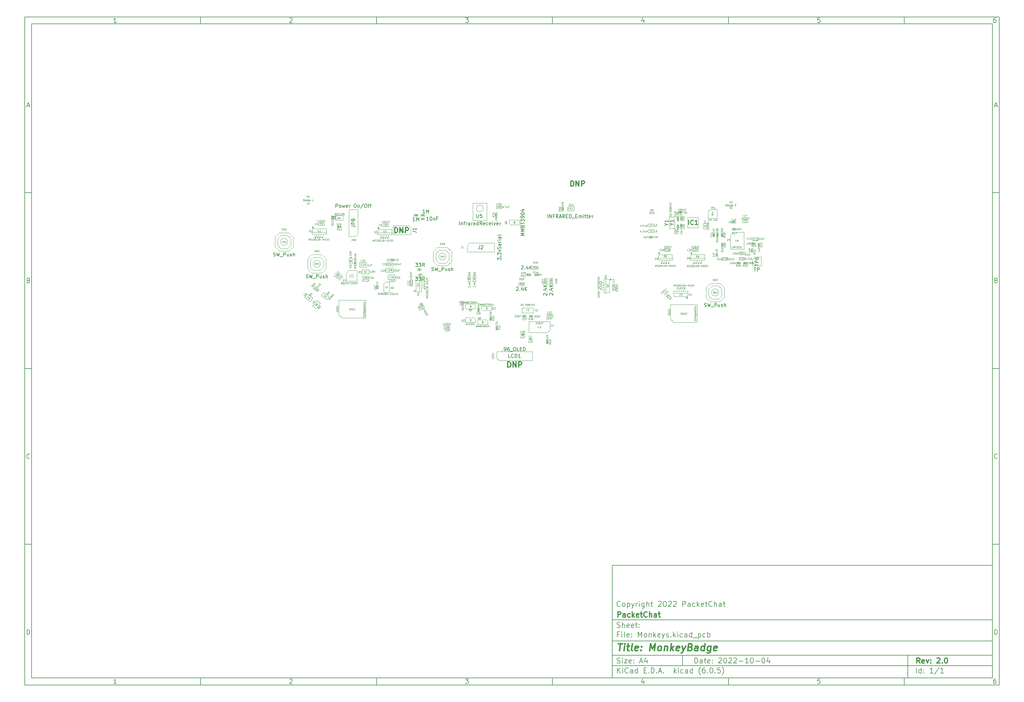
<source format=gbr>
%TF.GenerationSoftware,KiCad,Pcbnew,(6.0.5)*%
%TF.CreationDate,2022-10-04T23:24:20-07:00*%
%TF.ProjectId,Monkeys,4d6f6e6b-6579-4732-9e6b-696361645f70,2.0*%
%TF.SameCoordinates,Original*%
%TF.FileFunction,AssemblyDrawing,Top*%
%FSLAX46Y46*%
G04 Gerber Fmt 4.6, Leading zero omitted, Abs format (unit mm)*
G04 Created by KiCad (PCBNEW (6.0.5)) date 2022-10-04 23:24:20*
%MOMM*%
%LPD*%
G01*
G04 APERTURE LIST*
%ADD10C,0.100000*%
%ADD11C,0.150000*%
%ADD12C,0.300000*%
%ADD13C,0.400000*%
%ADD14C,0.254000*%
%ADD15C,0.040000*%
%ADD16C,0.125000*%
%ADD17C,0.060000*%
%ADD18C,0.050000*%
%ADD19C,0.080000*%
%ADD20C,0.110000*%
%ADD21C,0.075000*%
%ADD22C,0.120000*%
%ADD23C,0.262132*%
G04 APERTURE END LIST*
D10*
D11*
X177002200Y-166007200D02*
X177002200Y-198007200D01*
X285002200Y-198007200D01*
X285002200Y-166007200D01*
X177002200Y-166007200D01*
D10*
D11*
X10000000Y-10000000D02*
X10000000Y-200007200D01*
X287002200Y-200007200D01*
X287002200Y-10000000D01*
X10000000Y-10000000D01*
D10*
D11*
X12000000Y-12000000D02*
X12000000Y-198007200D01*
X285002200Y-198007200D01*
X285002200Y-12000000D01*
X12000000Y-12000000D01*
D10*
D11*
X60000000Y-12000000D02*
X60000000Y-10000000D01*
D10*
D11*
X110000000Y-12000000D02*
X110000000Y-10000000D01*
D10*
D11*
X160000000Y-12000000D02*
X160000000Y-10000000D01*
D10*
D11*
X210000000Y-12000000D02*
X210000000Y-10000000D01*
D10*
D11*
X260000000Y-12000000D02*
X260000000Y-10000000D01*
D10*
D11*
X36065476Y-11588095D02*
X35322619Y-11588095D01*
X35694047Y-11588095D02*
X35694047Y-10288095D01*
X35570238Y-10473809D01*
X35446428Y-10597619D01*
X35322619Y-10659523D01*
D10*
D11*
X85322619Y-10411904D02*
X85384523Y-10350000D01*
X85508333Y-10288095D01*
X85817857Y-10288095D01*
X85941666Y-10350000D01*
X86003571Y-10411904D01*
X86065476Y-10535714D01*
X86065476Y-10659523D01*
X86003571Y-10845238D01*
X85260714Y-11588095D01*
X86065476Y-11588095D01*
D10*
D11*
X135260714Y-10288095D02*
X136065476Y-10288095D01*
X135632142Y-10783333D01*
X135817857Y-10783333D01*
X135941666Y-10845238D01*
X136003571Y-10907142D01*
X136065476Y-11030952D01*
X136065476Y-11340476D01*
X136003571Y-11464285D01*
X135941666Y-11526190D01*
X135817857Y-11588095D01*
X135446428Y-11588095D01*
X135322619Y-11526190D01*
X135260714Y-11464285D01*
D10*
D11*
X185941666Y-10721428D02*
X185941666Y-11588095D01*
X185632142Y-10226190D02*
X185322619Y-11154761D01*
X186127380Y-11154761D01*
D10*
D11*
X236003571Y-10288095D02*
X235384523Y-10288095D01*
X235322619Y-10907142D01*
X235384523Y-10845238D01*
X235508333Y-10783333D01*
X235817857Y-10783333D01*
X235941666Y-10845238D01*
X236003571Y-10907142D01*
X236065476Y-11030952D01*
X236065476Y-11340476D01*
X236003571Y-11464285D01*
X235941666Y-11526190D01*
X235817857Y-11588095D01*
X235508333Y-11588095D01*
X235384523Y-11526190D01*
X235322619Y-11464285D01*
D10*
D11*
X285941666Y-10288095D02*
X285694047Y-10288095D01*
X285570238Y-10350000D01*
X285508333Y-10411904D01*
X285384523Y-10597619D01*
X285322619Y-10845238D01*
X285322619Y-11340476D01*
X285384523Y-11464285D01*
X285446428Y-11526190D01*
X285570238Y-11588095D01*
X285817857Y-11588095D01*
X285941666Y-11526190D01*
X286003571Y-11464285D01*
X286065476Y-11340476D01*
X286065476Y-11030952D01*
X286003571Y-10907142D01*
X285941666Y-10845238D01*
X285817857Y-10783333D01*
X285570238Y-10783333D01*
X285446428Y-10845238D01*
X285384523Y-10907142D01*
X285322619Y-11030952D01*
D10*
D11*
X60000000Y-198007200D02*
X60000000Y-200007200D01*
D10*
D11*
X110000000Y-198007200D02*
X110000000Y-200007200D01*
D10*
D11*
X160000000Y-198007200D02*
X160000000Y-200007200D01*
D10*
D11*
X210000000Y-198007200D02*
X210000000Y-200007200D01*
D10*
D11*
X260000000Y-198007200D02*
X260000000Y-200007200D01*
D10*
D11*
X36065476Y-199595295D02*
X35322619Y-199595295D01*
X35694047Y-199595295D02*
X35694047Y-198295295D01*
X35570238Y-198481009D01*
X35446428Y-198604819D01*
X35322619Y-198666723D01*
D10*
D11*
X85322619Y-198419104D02*
X85384523Y-198357200D01*
X85508333Y-198295295D01*
X85817857Y-198295295D01*
X85941666Y-198357200D01*
X86003571Y-198419104D01*
X86065476Y-198542914D01*
X86065476Y-198666723D01*
X86003571Y-198852438D01*
X85260714Y-199595295D01*
X86065476Y-199595295D01*
D10*
D11*
X135260714Y-198295295D02*
X136065476Y-198295295D01*
X135632142Y-198790533D01*
X135817857Y-198790533D01*
X135941666Y-198852438D01*
X136003571Y-198914342D01*
X136065476Y-199038152D01*
X136065476Y-199347676D01*
X136003571Y-199471485D01*
X135941666Y-199533390D01*
X135817857Y-199595295D01*
X135446428Y-199595295D01*
X135322619Y-199533390D01*
X135260714Y-199471485D01*
D10*
D11*
X185941666Y-198728628D02*
X185941666Y-199595295D01*
X185632142Y-198233390D02*
X185322619Y-199161961D01*
X186127380Y-199161961D01*
D10*
D11*
X236003571Y-198295295D02*
X235384523Y-198295295D01*
X235322619Y-198914342D01*
X235384523Y-198852438D01*
X235508333Y-198790533D01*
X235817857Y-198790533D01*
X235941666Y-198852438D01*
X236003571Y-198914342D01*
X236065476Y-199038152D01*
X236065476Y-199347676D01*
X236003571Y-199471485D01*
X235941666Y-199533390D01*
X235817857Y-199595295D01*
X235508333Y-199595295D01*
X235384523Y-199533390D01*
X235322619Y-199471485D01*
D10*
D11*
X285941666Y-198295295D02*
X285694047Y-198295295D01*
X285570238Y-198357200D01*
X285508333Y-198419104D01*
X285384523Y-198604819D01*
X285322619Y-198852438D01*
X285322619Y-199347676D01*
X285384523Y-199471485D01*
X285446428Y-199533390D01*
X285570238Y-199595295D01*
X285817857Y-199595295D01*
X285941666Y-199533390D01*
X286003571Y-199471485D01*
X286065476Y-199347676D01*
X286065476Y-199038152D01*
X286003571Y-198914342D01*
X285941666Y-198852438D01*
X285817857Y-198790533D01*
X285570238Y-198790533D01*
X285446428Y-198852438D01*
X285384523Y-198914342D01*
X285322619Y-199038152D01*
D10*
D11*
X10000000Y-60000000D02*
X12000000Y-60000000D01*
D10*
D11*
X10000000Y-110000000D02*
X12000000Y-110000000D01*
D10*
D11*
X10000000Y-160000000D02*
X12000000Y-160000000D01*
D10*
D11*
X10690476Y-35216666D02*
X11309523Y-35216666D01*
X10566666Y-35588095D02*
X11000000Y-34288095D01*
X11433333Y-35588095D01*
D10*
D11*
X11092857Y-84907142D02*
X11278571Y-84969047D01*
X11340476Y-85030952D01*
X11402380Y-85154761D01*
X11402380Y-85340476D01*
X11340476Y-85464285D01*
X11278571Y-85526190D01*
X11154761Y-85588095D01*
X10659523Y-85588095D01*
X10659523Y-84288095D01*
X11092857Y-84288095D01*
X11216666Y-84350000D01*
X11278571Y-84411904D01*
X11340476Y-84535714D01*
X11340476Y-84659523D01*
X11278571Y-84783333D01*
X11216666Y-84845238D01*
X11092857Y-84907142D01*
X10659523Y-84907142D01*
D10*
D11*
X11402380Y-135464285D02*
X11340476Y-135526190D01*
X11154761Y-135588095D01*
X11030952Y-135588095D01*
X10845238Y-135526190D01*
X10721428Y-135402380D01*
X10659523Y-135278571D01*
X10597619Y-135030952D01*
X10597619Y-134845238D01*
X10659523Y-134597619D01*
X10721428Y-134473809D01*
X10845238Y-134350000D01*
X11030952Y-134288095D01*
X11154761Y-134288095D01*
X11340476Y-134350000D01*
X11402380Y-134411904D01*
D10*
D11*
X10659523Y-185588095D02*
X10659523Y-184288095D01*
X10969047Y-184288095D01*
X11154761Y-184350000D01*
X11278571Y-184473809D01*
X11340476Y-184597619D01*
X11402380Y-184845238D01*
X11402380Y-185030952D01*
X11340476Y-185278571D01*
X11278571Y-185402380D01*
X11154761Y-185526190D01*
X10969047Y-185588095D01*
X10659523Y-185588095D01*
D10*
D11*
X287002200Y-60000000D02*
X285002200Y-60000000D01*
D10*
D11*
X287002200Y-110000000D02*
X285002200Y-110000000D01*
D10*
D11*
X287002200Y-160000000D02*
X285002200Y-160000000D01*
D10*
D11*
X285692676Y-35216666D02*
X286311723Y-35216666D01*
X285568866Y-35588095D02*
X286002200Y-34288095D01*
X286435533Y-35588095D01*
D10*
D11*
X286095057Y-84907142D02*
X286280771Y-84969047D01*
X286342676Y-85030952D01*
X286404580Y-85154761D01*
X286404580Y-85340476D01*
X286342676Y-85464285D01*
X286280771Y-85526190D01*
X286156961Y-85588095D01*
X285661723Y-85588095D01*
X285661723Y-84288095D01*
X286095057Y-84288095D01*
X286218866Y-84350000D01*
X286280771Y-84411904D01*
X286342676Y-84535714D01*
X286342676Y-84659523D01*
X286280771Y-84783333D01*
X286218866Y-84845238D01*
X286095057Y-84907142D01*
X285661723Y-84907142D01*
D10*
D11*
X286404580Y-135464285D02*
X286342676Y-135526190D01*
X286156961Y-135588095D01*
X286033152Y-135588095D01*
X285847438Y-135526190D01*
X285723628Y-135402380D01*
X285661723Y-135278571D01*
X285599819Y-135030952D01*
X285599819Y-134845238D01*
X285661723Y-134597619D01*
X285723628Y-134473809D01*
X285847438Y-134350000D01*
X286033152Y-134288095D01*
X286156961Y-134288095D01*
X286342676Y-134350000D01*
X286404580Y-134411904D01*
D10*
D11*
X285661723Y-185588095D02*
X285661723Y-184288095D01*
X285971247Y-184288095D01*
X286156961Y-184350000D01*
X286280771Y-184473809D01*
X286342676Y-184597619D01*
X286404580Y-184845238D01*
X286404580Y-185030952D01*
X286342676Y-185278571D01*
X286280771Y-185402380D01*
X286156961Y-185526190D01*
X285971247Y-185588095D01*
X285661723Y-185588095D01*
D10*
D11*
X200434342Y-193785771D02*
X200434342Y-192285771D01*
X200791485Y-192285771D01*
X201005771Y-192357200D01*
X201148628Y-192500057D01*
X201220057Y-192642914D01*
X201291485Y-192928628D01*
X201291485Y-193142914D01*
X201220057Y-193428628D01*
X201148628Y-193571485D01*
X201005771Y-193714342D01*
X200791485Y-193785771D01*
X200434342Y-193785771D01*
X202577200Y-193785771D02*
X202577200Y-193000057D01*
X202505771Y-192857200D01*
X202362914Y-192785771D01*
X202077200Y-192785771D01*
X201934342Y-192857200D01*
X202577200Y-193714342D02*
X202434342Y-193785771D01*
X202077200Y-193785771D01*
X201934342Y-193714342D01*
X201862914Y-193571485D01*
X201862914Y-193428628D01*
X201934342Y-193285771D01*
X202077200Y-193214342D01*
X202434342Y-193214342D01*
X202577200Y-193142914D01*
X203077200Y-192785771D02*
X203648628Y-192785771D01*
X203291485Y-192285771D02*
X203291485Y-193571485D01*
X203362914Y-193714342D01*
X203505771Y-193785771D01*
X203648628Y-193785771D01*
X204720057Y-193714342D02*
X204577200Y-193785771D01*
X204291485Y-193785771D01*
X204148628Y-193714342D01*
X204077200Y-193571485D01*
X204077200Y-193000057D01*
X204148628Y-192857200D01*
X204291485Y-192785771D01*
X204577200Y-192785771D01*
X204720057Y-192857200D01*
X204791485Y-193000057D01*
X204791485Y-193142914D01*
X204077200Y-193285771D01*
X205434342Y-193642914D02*
X205505771Y-193714342D01*
X205434342Y-193785771D01*
X205362914Y-193714342D01*
X205434342Y-193642914D01*
X205434342Y-193785771D01*
X205434342Y-192857200D02*
X205505771Y-192928628D01*
X205434342Y-193000057D01*
X205362914Y-192928628D01*
X205434342Y-192857200D01*
X205434342Y-193000057D01*
X207220057Y-192428628D02*
X207291485Y-192357200D01*
X207434342Y-192285771D01*
X207791485Y-192285771D01*
X207934342Y-192357200D01*
X208005771Y-192428628D01*
X208077200Y-192571485D01*
X208077200Y-192714342D01*
X208005771Y-192928628D01*
X207148628Y-193785771D01*
X208077200Y-193785771D01*
X209005771Y-192285771D02*
X209148628Y-192285771D01*
X209291485Y-192357200D01*
X209362914Y-192428628D01*
X209434342Y-192571485D01*
X209505771Y-192857200D01*
X209505771Y-193214342D01*
X209434342Y-193500057D01*
X209362914Y-193642914D01*
X209291485Y-193714342D01*
X209148628Y-193785771D01*
X209005771Y-193785771D01*
X208862914Y-193714342D01*
X208791485Y-193642914D01*
X208720057Y-193500057D01*
X208648628Y-193214342D01*
X208648628Y-192857200D01*
X208720057Y-192571485D01*
X208791485Y-192428628D01*
X208862914Y-192357200D01*
X209005771Y-192285771D01*
X210077200Y-192428628D02*
X210148628Y-192357200D01*
X210291485Y-192285771D01*
X210648628Y-192285771D01*
X210791485Y-192357200D01*
X210862914Y-192428628D01*
X210934342Y-192571485D01*
X210934342Y-192714342D01*
X210862914Y-192928628D01*
X210005771Y-193785771D01*
X210934342Y-193785771D01*
X211505771Y-192428628D02*
X211577200Y-192357200D01*
X211720057Y-192285771D01*
X212077200Y-192285771D01*
X212220057Y-192357200D01*
X212291485Y-192428628D01*
X212362914Y-192571485D01*
X212362914Y-192714342D01*
X212291485Y-192928628D01*
X211434342Y-193785771D01*
X212362914Y-193785771D01*
X213005771Y-193214342D02*
X214148628Y-193214342D01*
X215648628Y-193785771D02*
X214791485Y-193785771D01*
X215220057Y-193785771D02*
X215220057Y-192285771D01*
X215077200Y-192500057D01*
X214934342Y-192642914D01*
X214791485Y-192714342D01*
X216577200Y-192285771D02*
X216720057Y-192285771D01*
X216862914Y-192357200D01*
X216934342Y-192428628D01*
X217005771Y-192571485D01*
X217077200Y-192857200D01*
X217077200Y-193214342D01*
X217005771Y-193500057D01*
X216934342Y-193642914D01*
X216862914Y-193714342D01*
X216720057Y-193785771D01*
X216577200Y-193785771D01*
X216434342Y-193714342D01*
X216362914Y-193642914D01*
X216291485Y-193500057D01*
X216220057Y-193214342D01*
X216220057Y-192857200D01*
X216291485Y-192571485D01*
X216362914Y-192428628D01*
X216434342Y-192357200D01*
X216577200Y-192285771D01*
X217720057Y-193214342D02*
X218862914Y-193214342D01*
X219862914Y-192285771D02*
X220005771Y-192285771D01*
X220148628Y-192357200D01*
X220220057Y-192428628D01*
X220291485Y-192571485D01*
X220362914Y-192857200D01*
X220362914Y-193214342D01*
X220291485Y-193500057D01*
X220220057Y-193642914D01*
X220148628Y-193714342D01*
X220005771Y-193785771D01*
X219862914Y-193785771D01*
X219720057Y-193714342D01*
X219648628Y-193642914D01*
X219577200Y-193500057D01*
X219505771Y-193214342D01*
X219505771Y-192857200D01*
X219577200Y-192571485D01*
X219648628Y-192428628D01*
X219720057Y-192357200D01*
X219862914Y-192285771D01*
X221648628Y-192785771D02*
X221648628Y-193785771D01*
X221291485Y-192214342D02*
X220934342Y-193285771D01*
X221862914Y-193285771D01*
D10*
D11*
X177002200Y-194507200D02*
X285002200Y-194507200D01*
D10*
D11*
X178434342Y-196585771D02*
X178434342Y-195085771D01*
X179291485Y-196585771D02*
X178648628Y-195728628D01*
X179291485Y-195085771D02*
X178434342Y-195942914D01*
X179934342Y-196585771D02*
X179934342Y-195585771D01*
X179934342Y-195085771D02*
X179862914Y-195157200D01*
X179934342Y-195228628D01*
X180005771Y-195157200D01*
X179934342Y-195085771D01*
X179934342Y-195228628D01*
X181505771Y-196442914D02*
X181434342Y-196514342D01*
X181220057Y-196585771D01*
X181077200Y-196585771D01*
X180862914Y-196514342D01*
X180720057Y-196371485D01*
X180648628Y-196228628D01*
X180577200Y-195942914D01*
X180577200Y-195728628D01*
X180648628Y-195442914D01*
X180720057Y-195300057D01*
X180862914Y-195157200D01*
X181077200Y-195085771D01*
X181220057Y-195085771D01*
X181434342Y-195157200D01*
X181505771Y-195228628D01*
X182791485Y-196585771D02*
X182791485Y-195800057D01*
X182720057Y-195657200D01*
X182577200Y-195585771D01*
X182291485Y-195585771D01*
X182148628Y-195657200D01*
X182791485Y-196514342D02*
X182648628Y-196585771D01*
X182291485Y-196585771D01*
X182148628Y-196514342D01*
X182077200Y-196371485D01*
X182077200Y-196228628D01*
X182148628Y-196085771D01*
X182291485Y-196014342D01*
X182648628Y-196014342D01*
X182791485Y-195942914D01*
X184148628Y-196585771D02*
X184148628Y-195085771D01*
X184148628Y-196514342D02*
X184005771Y-196585771D01*
X183720057Y-196585771D01*
X183577200Y-196514342D01*
X183505771Y-196442914D01*
X183434342Y-196300057D01*
X183434342Y-195871485D01*
X183505771Y-195728628D01*
X183577200Y-195657200D01*
X183720057Y-195585771D01*
X184005771Y-195585771D01*
X184148628Y-195657200D01*
X186005771Y-195800057D02*
X186505771Y-195800057D01*
X186720057Y-196585771D02*
X186005771Y-196585771D01*
X186005771Y-195085771D01*
X186720057Y-195085771D01*
X187362914Y-196442914D02*
X187434342Y-196514342D01*
X187362914Y-196585771D01*
X187291485Y-196514342D01*
X187362914Y-196442914D01*
X187362914Y-196585771D01*
X188077200Y-196585771D02*
X188077200Y-195085771D01*
X188434342Y-195085771D01*
X188648628Y-195157200D01*
X188791485Y-195300057D01*
X188862914Y-195442914D01*
X188934342Y-195728628D01*
X188934342Y-195942914D01*
X188862914Y-196228628D01*
X188791485Y-196371485D01*
X188648628Y-196514342D01*
X188434342Y-196585771D01*
X188077200Y-196585771D01*
X189577200Y-196442914D02*
X189648628Y-196514342D01*
X189577200Y-196585771D01*
X189505771Y-196514342D01*
X189577200Y-196442914D01*
X189577200Y-196585771D01*
X190220057Y-196157200D02*
X190934342Y-196157200D01*
X190077200Y-196585771D02*
X190577200Y-195085771D01*
X191077200Y-196585771D01*
X191577200Y-196442914D02*
X191648628Y-196514342D01*
X191577200Y-196585771D01*
X191505771Y-196514342D01*
X191577200Y-196442914D01*
X191577200Y-196585771D01*
X194577200Y-196585771D02*
X194577200Y-195085771D01*
X194720057Y-196014342D02*
X195148628Y-196585771D01*
X195148628Y-195585771D02*
X194577200Y-196157200D01*
X195791485Y-196585771D02*
X195791485Y-195585771D01*
X195791485Y-195085771D02*
X195720057Y-195157200D01*
X195791485Y-195228628D01*
X195862914Y-195157200D01*
X195791485Y-195085771D01*
X195791485Y-195228628D01*
X197148628Y-196514342D02*
X197005771Y-196585771D01*
X196720057Y-196585771D01*
X196577200Y-196514342D01*
X196505771Y-196442914D01*
X196434342Y-196300057D01*
X196434342Y-195871485D01*
X196505771Y-195728628D01*
X196577200Y-195657200D01*
X196720057Y-195585771D01*
X197005771Y-195585771D01*
X197148628Y-195657200D01*
X198434342Y-196585771D02*
X198434342Y-195800057D01*
X198362914Y-195657200D01*
X198220057Y-195585771D01*
X197934342Y-195585771D01*
X197791485Y-195657200D01*
X198434342Y-196514342D02*
X198291485Y-196585771D01*
X197934342Y-196585771D01*
X197791485Y-196514342D01*
X197720057Y-196371485D01*
X197720057Y-196228628D01*
X197791485Y-196085771D01*
X197934342Y-196014342D01*
X198291485Y-196014342D01*
X198434342Y-195942914D01*
X199791485Y-196585771D02*
X199791485Y-195085771D01*
X199791485Y-196514342D02*
X199648628Y-196585771D01*
X199362914Y-196585771D01*
X199220057Y-196514342D01*
X199148628Y-196442914D01*
X199077200Y-196300057D01*
X199077200Y-195871485D01*
X199148628Y-195728628D01*
X199220057Y-195657200D01*
X199362914Y-195585771D01*
X199648628Y-195585771D01*
X199791485Y-195657200D01*
X202077200Y-197157200D02*
X202005771Y-197085771D01*
X201862914Y-196871485D01*
X201791485Y-196728628D01*
X201720057Y-196514342D01*
X201648628Y-196157200D01*
X201648628Y-195871485D01*
X201720057Y-195514342D01*
X201791485Y-195300057D01*
X201862914Y-195157200D01*
X202005771Y-194942914D01*
X202077200Y-194871485D01*
X203291485Y-195085771D02*
X203005771Y-195085771D01*
X202862914Y-195157200D01*
X202791485Y-195228628D01*
X202648628Y-195442914D01*
X202577200Y-195728628D01*
X202577200Y-196300057D01*
X202648628Y-196442914D01*
X202720057Y-196514342D01*
X202862914Y-196585771D01*
X203148628Y-196585771D01*
X203291485Y-196514342D01*
X203362914Y-196442914D01*
X203434342Y-196300057D01*
X203434342Y-195942914D01*
X203362914Y-195800057D01*
X203291485Y-195728628D01*
X203148628Y-195657200D01*
X202862914Y-195657200D01*
X202720057Y-195728628D01*
X202648628Y-195800057D01*
X202577200Y-195942914D01*
X204077200Y-196442914D02*
X204148628Y-196514342D01*
X204077200Y-196585771D01*
X204005771Y-196514342D01*
X204077200Y-196442914D01*
X204077200Y-196585771D01*
X205077200Y-195085771D02*
X205220057Y-195085771D01*
X205362914Y-195157200D01*
X205434342Y-195228628D01*
X205505771Y-195371485D01*
X205577200Y-195657200D01*
X205577200Y-196014342D01*
X205505771Y-196300057D01*
X205434342Y-196442914D01*
X205362914Y-196514342D01*
X205220057Y-196585771D01*
X205077200Y-196585771D01*
X204934342Y-196514342D01*
X204862914Y-196442914D01*
X204791485Y-196300057D01*
X204720057Y-196014342D01*
X204720057Y-195657200D01*
X204791485Y-195371485D01*
X204862914Y-195228628D01*
X204934342Y-195157200D01*
X205077200Y-195085771D01*
X206220057Y-196442914D02*
X206291485Y-196514342D01*
X206220057Y-196585771D01*
X206148628Y-196514342D01*
X206220057Y-196442914D01*
X206220057Y-196585771D01*
X207648628Y-195085771D02*
X206934342Y-195085771D01*
X206862914Y-195800057D01*
X206934342Y-195728628D01*
X207077200Y-195657200D01*
X207434342Y-195657200D01*
X207577200Y-195728628D01*
X207648628Y-195800057D01*
X207720057Y-195942914D01*
X207720057Y-196300057D01*
X207648628Y-196442914D01*
X207577200Y-196514342D01*
X207434342Y-196585771D01*
X207077200Y-196585771D01*
X206934342Y-196514342D01*
X206862914Y-196442914D01*
X208220057Y-197157200D02*
X208291485Y-197085771D01*
X208434342Y-196871485D01*
X208505771Y-196728628D01*
X208577200Y-196514342D01*
X208648628Y-196157200D01*
X208648628Y-195871485D01*
X208577200Y-195514342D01*
X208505771Y-195300057D01*
X208434342Y-195157200D01*
X208291485Y-194942914D01*
X208220057Y-194871485D01*
D10*
D11*
X177002200Y-191507200D02*
X285002200Y-191507200D01*
D10*
D12*
X264411485Y-193785771D02*
X263911485Y-193071485D01*
X263554342Y-193785771D02*
X263554342Y-192285771D01*
X264125771Y-192285771D01*
X264268628Y-192357200D01*
X264340057Y-192428628D01*
X264411485Y-192571485D01*
X264411485Y-192785771D01*
X264340057Y-192928628D01*
X264268628Y-193000057D01*
X264125771Y-193071485D01*
X263554342Y-193071485D01*
X265625771Y-193714342D02*
X265482914Y-193785771D01*
X265197200Y-193785771D01*
X265054342Y-193714342D01*
X264982914Y-193571485D01*
X264982914Y-193000057D01*
X265054342Y-192857200D01*
X265197200Y-192785771D01*
X265482914Y-192785771D01*
X265625771Y-192857200D01*
X265697200Y-193000057D01*
X265697200Y-193142914D01*
X264982914Y-193285771D01*
X266197200Y-192785771D02*
X266554342Y-193785771D01*
X266911485Y-192785771D01*
X267482914Y-193642914D02*
X267554342Y-193714342D01*
X267482914Y-193785771D01*
X267411485Y-193714342D01*
X267482914Y-193642914D01*
X267482914Y-193785771D01*
X267482914Y-192857200D02*
X267554342Y-192928628D01*
X267482914Y-193000057D01*
X267411485Y-192928628D01*
X267482914Y-192857200D01*
X267482914Y-193000057D01*
X269268628Y-192428628D02*
X269340057Y-192357200D01*
X269482914Y-192285771D01*
X269840057Y-192285771D01*
X269982914Y-192357200D01*
X270054342Y-192428628D01*
X270125771Y-192571485D01*
X270125771Y-192714342D01*
X270054342Y-192928628D01*
X269197200Y-193785771D01*
X270125771Y-193785771D01*
X270768628Y-193642914D02*
X270840057Y-193714342D01*
X270768628Y-193785771D01*
X270697200Y-193714342D01*
X270768628Y-193642914D01*
X270768628Y-193785771D01*
X271768628Y-192285771D02*
X271911485Y-192285771D01*
X272054342Y-192357200D01*
X272125771Y-192428628D01*
X272197200Y-192571485D01*
X272268628Y-192857200D01*
X272268628Y-193214342D01*
X272197200Y-193500057D01*
X272125771Y-193642914D01*
X272054342Y-193714342D01*
X271911485Y-193785771D01*
X271768628Y-193785771D01*
X271625771Y-193714342D01*
X271554342Y-193642914D01*
X271482914Y-193500057D01*
X271411485Y-193214342D01*
X271411485Y-192857200D01*
X271482914Y-192571485D01*
X271554342Y-192428628D01*
X271625771Y-192357200D01*
X271768628Y-192285771D01*
D10*
D11*
X178362914Y-193714342D02*
X178577200Y-193785771D01*
X178934342Y-193785771D01*
X179077200Y-193714342D01*
X179148628Y-193642914D01*
X179220057Y-193500057D01*
X179220057Y-193357200D01*
X179148628Y-193214342D01*
X179077200Y-193142914D01*
X178934342Y-193071485D01*
X178648628Y-193000057D01*
X178505771Y-192928628D01*
X178434342Y-192857200D01*
X178362914Y-192714342D01*
X178362914Y-192571485D01*
X178434342Y-192428628D01*
X178505771Y-192357200D01*
X178648628Y-192285771D01*
X179005771Y-192285771D01*
X179220057Y-192357200D01*
X179862914Y-193785771D02*
X179862914Y-192785771D01*
X179862914Y-192285771D02*
X179791485Y-192357200D01*
X179862914Y-192428628D01*
X179934342Y-192357200D01*
X179862914Y-192285771D01*
X179862914Y-192428628D01*
X180434342Y-192785771D02*
X181220057Y-192785771D01*
X180434342Y-193785771D01*
X181220057Y-193785771D01*
X182362914Y-193714342D02*
X182220057Y-193785771D01*
X181934342Y-193785771D01*
X181791485Y-193714342D01*
X181720057Y-193571485D01*
X181720057Y-193000057D01*
X181791485Y-192857200D01*
X181934342Y-192785771D01*
X182220057Y-192785771D01*
X182362914Y-192857200D01*
X182434342Y-193000057D01*
X182434342Y-193142914D01*
X181720057Y-193285771D01*
X183077200Y-193642914D02*
X183148628Y-193714342D01*
X183077200Y-193785771D01*
X183005771Y-193714342D01*
X183077200Y-193642914D01*
X183077200Y-193785771D01*
X183077200Y-192857200D02*
X183148628Y-192928628D01*
X183077200Y-193000057D01*
X183005771Y-192928628D01*
X183077200Y-192857200D01*
X183077200Y-193000057D01*
X184862914Y-193357200D02*
X185577200Y-193357200D01*
X184720057Y-193785771D02*
X185220057Y-192285771D01*
X185720057Y-193785771D01*
X186862914Y-192785771D02*
X186862914Y-193785771D01*
X186505771Y-192214342D02*
X186148628Y-193285771D01*
X187077200Y-193285771D01*
D10*
D11*
X263434342Y-196585771D02*
X263434342Y-195085771D01*
X264791485Y-196585771D02*
X264791485Y-195085771D01*
X264791485Y-196514342D02*
X264648628Y-196585771D01*
X264362914Y-196585771D01*
X264220057Y-196514342D01*
X264148628Y-196442914D01*
X264077200Y-196300057D01*
X264077200Y-195871485D01*
X264148628Y-195728628D01*
X264220057Y-195657200D01*
X264362914Y-195585771D01*
X264648628Y-195585771D01*
X264791485Y-195657200D01*
X265505771Y-196442914D02*
X265577200Y-196514342D01*
X265505771Y-196585771D01*
X265434342Y-196514342D01*
X265505771Y-196442914D01*
X265505771Y-196585771D01*
X265505771Y-195657200D02*
X265577200Y-195728628D01*
X265505771Y-195800057D01*
X265434342Y-195728628D01*
X265505771Y-195657200D01*
X265505771Y-195800057D01*
X268148628Y-196585771D02*
X267291485Y-196585771D01*
X267720057Y-196585771D02*
X267720057Y-195085771D01*
X267577200Y-195300057D01*
X267434342Y-195442914D01*
X267291485Y-195514342D01*
X269862914Y-195014342D02*
X268577200Y-196942914D01*
X271148628Y-196585771D02*
X270291485Y-196585771D01*
X270720057Y-196585771D02*
X270720057Y-195085771D01*
X270577200Y-195300057D01*
X270434342Y-195442914D01*
X270291485Y-195514342D01*
D10*
D11*
X177002200Y-187507200D02*
X285002200Y-187507200D01*
D10*
D13*
X178714580Y-188211961D02*
X179857438Y-188211961D01*
X179036009Y-190211961D02*
X179286009Y-188211961D01*
X180274104Y-190211961D02*
X180440771Y-188878628D01*
X180524104Y-188211961D02*
X180416961Y-188307200D01*
X180500295Y-188402438D01*
X180607438Y-188307200D01*
X180524104Y-188211961D01*
X180500295Y-188402438D01*
X181107438Y-188878628D02*
X181869342Y-188878628D01*
X181476485Y-188211961D02*
X181262200Y-189926247D01*
X181333628Y-190116723D01*
X181512200Y-190211961D01*
X181702676Y-190211961D01*
X182655057Y-190211961D02*
X182476485Y-190116723D01*
X182405057Y-189926247D01*
X182619342Y-188211961D01*
X184190771Y-190116723D02*
X183988390Y-190211961D01*
X183607438Y-190211961D01*
X183428866Y-190116723D01*
X183357438Y-189926247D01*
X183452676Y-189164342D01*
X183571723Y-188973866D01*
X183774104Y-188878628D01*
X184155057Y-188878628D01*
X184333628Y-188973866D01*
X184405057Y-189164342D01*
X184381247Y-189354819D01*
X183405057Y-189545295D01*
X185155057Y-190021485D02*
X185238390Y-190116723D01*
X185131247Y-190211961D01*
X185047914Y-190116723D01*
X185155057Y-190021485D01*
X185131247Y-190211961D01*
X185286009Y-188973866D02*
X185369342Y-189069104D01*
X185262200Y-189164342D01*
X185178866Y-189069104D01*
X185286009Y-188973866D01*
X185262200Y-189164342D01*
X187607438Y-190211961D02*
X187857438Y-188211961D01*
X188345533Y-189640533D01*
X189190771Y-188211961D01*
X188940771Y-190211961D01*
X190178866Y-190211961D02*
X190000295Y-190116723D01*
X189916961Y-190021485D01*
X189845533Y-189831009D01*
X189916961Y-189259580D01*
X190036009Y-189069104D01*
X190143152Y-188973866D01*
X190345533Y-188878628D01*
X190631247Y-188878628D01*
X190809819Y-188973866D01*
X190893152Y-189069104D01*
X190964580Y-189259580D01*
X190893152Y-189831009D01*
X190774104Y-190021485D01*
X190666961Y-190116723D01*
X190464580Y-190211961D01*
X190178866Y-190211961D01*
X191869342Y-188878628D02*
X191702676Y-190211961D01*
X191845533Y-189069104D02*
X191952676Y-188973866D01*
X192155057Y-188878628D01*
X192440771Y-188878628D01*
X192619342Y-188973866D01*
X192690771Y-189164342D01*
X192559819Y-190211961D01*
X193512200Y-190211961D02*
X193762200Y-188211961D01*
X193797914Y-189450057D02*
X194274104Y-190211961D01*
X194440771Y-188878628D02*
X193583628Y-189640533D01*
X195905057Y-190116723D02*
X195702676Y-190211961D01*
X195321723Y-190211961D01*
X195143152Y-190116723D01*
X195071723Y-189926247D01*
X195166961Y-189164342D01*
X195286009Y-188973866D01*
X195488390Y-188878628D01*
X195869342Y-188878628D01*
X196047914Y-188973866D01*
X196119342Y-189164342D01*
X196095533Y-189354819D01*
X195119342Y-189545295D01*
X196821723Y-188878628D02*
X197131247Y-190211961D01*
X197774104Y-188878628D02*
X197131247Y-190211961D01*
X196881247Y-190688152D01*
X196774104Y-190783390D01*
X196571723Y-190878628D01*
X199166961Y-189164342D02*
X199440771Y-189259580D01*
X199524104Y-189354819D01*
X199595533Y-189545295D01*
X199559819Y-189831009D01*
X199440771Y-190021485D01*
X199333628Y-190116723D01*
X199131247Y-190211961D01*
X198369342Y-190211961D01*
X198619342Y-188211961D01*
X199286009Y-188211961D01*
X199464580Y-188307200D01*
X199547914Y-188402438D01*
X199619342Y-188592914D01*
X199595533Y-188783390D01*
X199476485Y-188973866D01*
X199369342Y-189069104D01*
X199166961Y-189164342D01*
X198500295Y-189164342D01*
X201226485Y-190211961D02*
X201357438Y-189164342D01*
X201286009Y-188973866D01*
X201107438Y-188878628D01*
X200726485Y-188878628D01*
X200524104Y-188973866D01*
X201238390Y-190116723D02*
X201036009Y-190211961D01*
X200559819Y-190211961D01*
X200381247Y-190116723D01*
X200309819Y-189926247D01*
X200333628Y-189735771D01*
X200452676Y-189545295D01*
X200655057Y-189450057D01*
X201131247Y-189450057D01*
X201333628Y-189354819D01*
X203036009Y-190211961D02*
X203286009Y-188211961D01*
X203047914Y-190116723D02*
X202845533Y-190211961D01*
X202464580Y-190211961D01*
X202286009Y-190116723D01*
X202202676Y-190021485D01*
X202131247Y-189831009D01*
X202202676Y-189259580D01*
X202321723Y-189069104D01*
X202428866Y-188973866D01*
X202631247Y-188878628D01*
X203012200Y-188878628D01*
X203190771Y-188973866D01*
X205012200Y-188878628D02*
X204809819Y-190497676D01*
X204690771Y-190688152D01*
X204583628Y-190783390D01*
X204381247Y-190878628D01*
X204095533Y-190878628D01*
X203916961Y-190783390D01*
X204857438Y-190116723D02*
X204655057Y-190211961D01*
X204274104Y-190211961D01*
X204095533Y-190116723D01*
X204012200Y-190021485D01*
X203940771Y-189831009D01*
X204012200Y-189259580D01*
X204131247Y-189069104D01*
X204238390Y-188973866D01*
X204440771Y-188878628D01*
X204821723Y-188878628D01*
X205000295Y-188973866D01*
X206571723Y-190116723D02*
X206369342Y-190211961D01*
X205988390Y-190211961D01*
X205809819Y-190116723D01*
X205738390Y-189926247D01*
X205833628Y-189164342D01*
X205952676Y-188973866D01*
X206155057Y-188878628D01*
X206536009Y-188878628D01*
X206714580Y-188973866D01*
X206786009Y-189164342D01*
X206762200Y-189354819D01*
X205786009Y-189545295D01*
D10*
D11*
X178934342Y-185600057D02*
X178434342Y-185600057D01*
X178434342Y-186385771D02*
X178434342Y-184885771D01*
X179148628Y-184885771D01*
X179720057Y-186385771D02*
X179720057Y-185385771D01*
X179720057Y-184885771D02*
X179648628Y-184957200D01*
X179720057Y-185028628D01*
X179791485Y-184957200D01*
X179720057Y-184885771D01*
X179720057Y-185028628D01*
X180648628Y-186385771D02*
X180505771Y-186314342D01*
X180434342Y-186171485D01*
X180434342Y-184885771D01*
X181791485Y-186314342D02*
X181648628Y-186385771D01*
X181362914Y-186385771D01*
X181220057Y-186314342D01*
X181148628Y-186171485D01*
X181148628Y-185600057D01*
X181220057Y-185457200D01*
X181362914Y-185385771D01*
X181648628Y-185385771D01*
X181791485Y-185457200D01*
X181862914Y-185600057D01*
X181862914Y-185742914D01*
X181148628Y-185885771D01*
X182505771Y-186242914D02*
X182577200Y-186314342D01*
X182505771Y-186385771D01*
X182434342Y-186314342D01*
X182505771Y-186242914D01*
X182505771Y-186385771D01*
X182505771Y-185457200D02*
X182577200Y-185528628D01*
X182505771Y-185600057D01*
X182434342Y-185528628D01*
X182505771Y-185457200D01*
X182505771Y-185600057D01*
X184362914Y-186385771D02*
X184362914Y-184885771D01*
X184862914Y-185957200D01*
X185362914Y-184885771D01*
X185362914Y-186385771D01*
X186291485Y-186385771D02*
X186148628Y-186314342D01*
X186077200Y-186242914D01*
X186005771Y-186100057D01*
X186005771Y-185671485D01*
X186077200Y-185528628D01*
X186148628Y-185457200D01*
X186291485Y-185385771D01*
X186505771Y-185385771D01*
X186648628Y-185457200D01*
X186720057Y-185528628D01*
X186791485Y-185671485D01*
X186791485Y-186100057D01*
X186720057Y-186242914D01*
X186648628Y-186314342D01*
X186505771Y-186385771D01*
X186291485Y-186385771D01*
X187434342Y-185385771D02*
X187434342Y-186385771D01*
X187434342Y-185528628D02*
X187505771Y-185457200D01*
X187648628Y-185385771D01*
X187862914Y-185385771D01*
X188005771Y-185457200D01*
X188077200Y-185600057D01*
X188077200Y-186385771D01*
X188791485Y-186385771D02*
X188791485Y-184885771D01*
X188934342Y-185814342D02*
X189362914Y-186385771D01*
X189362914Y-185385771D02*
X188791485Y-185957200D01*
X190577200Y-186314342D02*
X190434342Y-186385771D01*
X190148628Y-186385771D01*
X190005771Y-186314342D01*
X189934342Y-186171485D01*
X189934342Y-185600057D01*
X190005771Y-185457200D01*
X190148628Y-185385771D01*
X190434342Y-185385771D01*
X190577200Y-185457200D01*
X190648628Y-185600057D01*
X190648628Y-185742914D01*
X189934342Y-185885771D01*
X191148628Y-185385771D02*
X191505771Y-186385771D01*
X191862914Y-185385771D02*
X191505771Y-186385771D01*
X191362914Y-186742914D01*
X191291485Y-186814342D01*
X191148628Y-186885771D01*
X192362914Y-186314342D02*
X192505771Y-186385771D01*
X192791485Y-186385771D01*
X192934342Y-186314342D01*
X193005771Y-186171485D01*
X193005771Y-186100057D01*
X192934342Y-185957200D01*
X192791485Y-185885771D01*
X192577200Y-185885771D01*
X192434342Y-185814342D01*
X192362914Y-185671485D01*
X192362914Y-185600057D01*
X192434342Y-185457200D01*
X192577200Y-185385771D01*
X192791485Y-185385771D01*
X192934342Y-185457200D01*
X193648628Y-186242914D02*
X193720057Y-186314342D01*
X193648628Y-186385771D01*
X193577200Y-186314342D01*
X193648628Y-186242914D01*
X193648628Y-186385771D01*
X194362914Y-186385771D02*
X194362914Y-184885771D01*
X194505771Y-185814342D02*
X194934342Y-186385771D01*
X194934342Y-185385771D02*
X194362914Y-185957200D01*
X195577200Y-186385771D02*
X195577200Y-185385771D01*
X195577200Y-184885771D02*
X195505771Y-184957200D01*
X195577200Y-185028628D01*
X195648628Y-184957200D01*
X195577200Y-184885771D01*
X195577200Y-185028628D01*
X196934342Y-186314342D02*
X196791485Y-186385771D01*
X196505771Y-186385771D01*
X196362914Y-186314342D01*
X196291485Y-186242914D01*
X196220057Y-186100057D01*
X196220057Y-185671485D01*
X196291485Y-185528628D01*
X196362914Y-185457200D01*
X196505771Y-185385771D01*
X196791485Y-185385771D01*
X196934342Y-185457200D01*
X198220057Y-186385771D02*
X198220057Y-185600057D01*
X198148628Y-185457200D01*
X198005771Y-185385771D01*
X197720057Y-185385771D01*
X197577200Y-185457200D01*
X198220057Y-186314342D02*
X198077200Y-186385771D01*
X197720057Y-186385771D01*
X197577200Y-186314342D01*
X197505771Y-186171485D01*
X197505771Y-186028628D01*
X197577200Y-185885771D01*
X197720057Y-185814342D01*
X198077200Y-185814342D01*
X198220057Y-185742914D01*
X199577200Y-186385771D02*
X199577200Y-184885771D01*
X199577200Y-186314342D02*
X199434342Y-186385771D01*
X199148628Y-186385771D01*
X199005771Y-186314342D01*
X198934342Y-186242914D01*
X198862914Y-186100057D01*
X198862914Y-185671485D01*
X198934342Y-185528628D01*
X199005771Y-185457200D01*
X199148628Y-185385771D01*
X199434342Y-185385771D01*
X199577200Y-185457200D01*
X199934342Y-186528628D02*
X201077200Y-186528628D01*
X201434342Y-185385771D02*
X201434342Y-186885771D01*
X201434342Y-185457200D02*
X201577200Y-185385771D01*
X201862914Y-185385771D01*
X202005771Y-185457200D01*
X202077200Y-185528628D01*
X202148628Y-185671485D01*
X202148628Y-186100057D01*
X202077200Y-186242914D01*
X202005771Y-186314342D01*
X201862914Y-186385771D01*
X201577200Y-186385771D01*
X201434342Y-186314342D01*
X203434342Y-186314342D02*
X203291485Y-186385771D01*
X203005771Y-186385771D01*
X202862914Y-186314342D01*
X202791485Y-186242914D01*
X202720057Y-186100057D01*
X202720057Y-185671485D01*
X202791485Y-185528628D01*
X202862914Y-185457200D01*
X203005771Y-185385771D01*
X203291485Y-185385771D01*
X203434342Y-185457200D01*
X204077200Y-186385771D02*
X204077200Y-184885771D01*
X204077200Y-185457200D02*
X204220057Y-185385771D01*
X204505771Y-185385771D01*
X204648628Y-185457200D01*
X204720057Y-185528628D01*
X204791485Y-185671485D01*
X204791485Y-186100057D01*
X204720057Y-186242914D01*
X204648628Y-186314342D01*
X204505771Y-186385771D01*
X204220057Y-186385771D01*
X204077200Y-186314342D01*
D10*
D11*
X177002200Y-181507200D02*
X285002200Y-181507200D01*
D10*
D11*
X178362914Y-183614342D02*
X178577200Y-183685771D01*
X178934342Y-183685771D01*
X179077200Y-183614342D01*
X179148628Y-183542914D01*
X179220057Y-183400057D01*
X179220057Y-183257200D01*
X179148628Y-183114342D01*
X179077200Y-183042914D01*
X178934342Y-182971485D01*
X178648628Y-182900057D01*
X178505771Y-182828628D01*
X178434342Y-182757200D01*
X178362914Y-182614342D01*
X178362914Y-182471485D01*
X178434342Y-182328628D01*
X178505771Y-182257200D01*
X178648628Y-182185771D01*
X179005771Y-182185771D01*
X179220057Y-182257200D01*
X179862914Y-183685771D02*
X179862914Y-182185771D01*
X180505771Y-183685771D02*
X180505771Y-182900057D01*
X180434342Y-182757200D01*
X180291485Y-182685771D01*
X180077200Y-182685771D01*
X179934342Y-182757200D01*
X179862914Y-182828628D01*
X181791485Y-183614342D02*
X181648628Y-183685771D01*
X181362914Y-183685771D01*
X181220057Y-183614342D01*
X181148628Y-183471485D01*
X181148628Y-182900057D01*
X181220057Y-182757200D01*
X181362914Y-182685771D01*
X181648628Y-182685771D01*
X181791485Y-182757200D01*
X181862914Y-182900057D01*
X181862914Y-183042914D01*
X181148628Y-183185771D01*
X183077200Y-183614342D02*
X182934342Y-183685771D01*
X182648628Y-183685771D01*
X182505771Y-183614342D01*
X182434342Y-183471485D01*
X182434342Y-182900057D01*
X182505771Y-182757200D01*
X182648628Y-182685771D01*
X182934342Y-182685771D01*
X183077200Y-182757200D01*
X183148628Y-182900057D01*
X183148628Y-183042914D01*
X182434342Y-183185771D01*
X183577200Y-182685771D02*
X184148628Y-182685771D01*
X183791485Y-182185771D02*
X183791485Y-183471485D01*
X183862914Y-183614342D01*
X184005771Y-183685771D01*
X184148628Y-183685771D01*
X184648628Y-183542914D02*
X184720057Y-183614342D01*
X184648628Y-183685771D01*
X184577200Y-183614342D01*
X184648628Y-183542914D01*
X184648628Y-183685771D01*
X184648628Y-182757200D02*
X184720057Y-182828628D01*
X184648628Y-182900057D01*
X184577200Y-182828628D01*
X184648628Y-182757200D01*
X184648628Y-182900057D01*
D10*
D12*
X178554342Y-180685771D02*
X178554342Y-179185771D01*
X179125771Y-179185771D01*
X179268628Y-179257200D01*
X179340057Y-179328628D01*
X179411485Y-179471485D01*
X179411485Y-179685771D01*
X179340057Y-179828628D01*
X179268628Y-179900057D01*
X179125771Y-179971485D01*
X178554342Y-179971485D01*
X180697200Y-180685771D02*
X180697200Y-179900057D01*
X180625771Y-179757200D01*
X180482914Y-179685771D01*
X180197200Y-179685771D01*
X180054342Y-179757200D01*
X180697200Y-180614342D02*
X180554342Y-180685771D01*
X180197200Y-180685771D01*
X180054342Y-180614342D01*
X179982914Y-180471485D01*
X179982914Y-180328628D01*
X180054342Y-180185771D01*
X180197200Y-180114342D01*
X180554342Y-180114342D01*
X180697200Y-180042914D01*
X182054342Y-180614342D02*
X181911485Y-180685771D01*
X181625771Y-180685771D01*
X181482914Y-180614342D01*
X181411485Y-180542914D01*
X181340057Y-180400057D01*
X181340057Y-179971485D01*
X181411485Y-179828628D01*
X181482914Y-179757200D01*
X181625771Y-179685771D01*
X181911485Y-179685771D01*
X182054342Y-179757200D01*
X182697200Y-180685771D02*
X182697200Y-179185771D01*
X182840057Y-180114342D02*
X183268628Y-180685771D01*
X183268628Y-179685771D02*
X182697200Y-180257200D01*
X184482914Y-180614342D02*
X184340057Y-180685771D01*
X184054342Y-180685771D01*
X183911485Y-180614342D01*
X183840057Y-180471485D01*
X183840057Y-179900057D01*
X183911485Y-179757200D01*
X184054342Y-179685771D01*
X184340057Y-179685771D01*
X184482914Y-179757200D01*
X184554342Y-179900057D01*
X184554342Y-180042914D01*
X183840057Y-180185771D01*
X184982914Y-179685771D02*
X185554342Y-179685771D01*
X185197200Y-179185771D02*
X185197200Y-180471485D01*
X185268628Y-180614342D01*
X185411485Y-180685771D01*
X185554342Y-180685771D01*
X186911485Y-180542914D02*
X186840057Y-180614342D01*
X186625771Y-180685771D01*
X186482914Y-180685771D01*
X186268628Y-180614342D01*
X186125771Y-180471485D01*
X186054342Y-180328628D01*
X185982914Y-180042914D01*
X185982914Y-179828628D01*
X186054342Y-179542914D01*
X186125771Y-179400057D01*
X186268628Y-179257200D01*
X186482914Y-179185771D01*
X186625771Y-179185771D01*
X186840057Y-179257200D01*
X186911485Y-179328628D01*
X187554342Y-180685771D02*
X187554342Y-179185771D01*
X188197200Y-180685771D02*
X188197200Y-179900057D01*
X188125771Y-179757200D01*
X187982914Y-179685771D01*
X187768628Y-179685771D01*
X187625771Y-179757200D01*
X187554342Y-179828628D01*
X189554342Y-180685771D02*
X189554342Y-179900057D01*
X189482914Y-179757200D01*
X189340057Y-179685771D01*
X189054342Y-179685771D01*
X188911485Y-179757200D01*
X189554342Y-180614342D02*
X189411485Y-180685771D01*
X189054342Y-180685771D01*
X188911485Y-180614342D01*
X188840057Y-180471485D01*
X188840057Y-180328628D01*
X188911485Y-180185771D01*
X189054342Y-180114342D01*
X189411485Y-180114342D01*
X189554342Y-180042914D01*
X190054342Y-179685771D02*
X190625771Y-179685771D01*
X190268628Y-179185771D02*
X190268628Y-180471485D01*
X190340057Y-180614342D01*
X190482914Y-180685771D01*
X190625771Y-180685771D01*
D10*
D11*
X179291485Y-177542914D02*
X179220057Y-177614342D01*
X179005771Y-177685771D01*
X178862914Y-177685771D01*
X178648628Y-177614342D01*
X178505771Y-177471485D01*
X178434342Y-177328628D01*
X178362914Y-177042914D01*
X178362914Y-176828628D01*
X178434342Y-176542914D01*
X178505771Y-176400057D01*
X178648628Y-176257200D01*
X178862914Y-176185771D01*
X179005771Y-176185771D01*
X179220057Y-176257200D01*
X179291485Y-176328628D01*
X180148628Y-177685771D02*
X180005771Y-177614342D01*
X179934342Y-177542914D01*
X179862914Y-177400057D01*
X179862914Y-176971485D01*
X179934342Y-176828628D01*
X180005771Y-176757200D01*
X180148628Y-176685771D01*
X180362914Y-176685771D01*
X180505771Y-176757200D01*
X180577200Y-176828628D01*
X180648628Y-176971485D01*
X180648628Y-177400057D01*
X180577200Y-177542914D01*
X180505771Y-177614342D01*
X180362914Y-177685771D01*
X180148628Y-177685771D01*
X181291485Y-176685771D02*
X181291485Y-178185771D01*
X181291485Y-176757200D02*
X181434342Y-176685771D01*
X181720057Y-176685771D01*
X181862914Y-176757200D01*
X181934342Y-176828628D01*
X182005771Y-176971485D01*
X182005771Y-177400057D01*
X181934342Y-177542914D01*
X181862914Y-177614342D01*
X181720057Y-177685771D01*
X181434342Y-177685771D01*
X181291485Y-177614342D01*
X182505771Y-176685771D02*
X182862914Y-177685771D01*
X183220057Y-176685771D02*
X182862914Y-177685771D01*
X182720057Y-178042914D01*
X182648628Y-178114342D01*
X182505771Y-178185771D01*
X183791485Y-177685771D02*
X183791485Y-176685771D01*
X183791485Y-176971485D02*
X183862914Y-176828628D01*
X183934342Y-176757200D01*
X184077200Y-176685771D01*
X184220057Y-176685771D01*
X184720057Y-177685771D02*
X184720057Y-176685771D01*
X184720057Y-176185771D02*
X184648628Y-176257200D01*
X184720057Y-176328628D01*
X184791485Y-176257200D01*
X184720057Y-176185771D01*
X184720057Y-176328628D01*
X186077200Y-176685771D02*
X186077200Y-177900057D01*
X186005771Y-178042914D01*
X185934342Y-178114342D01*
X185791485Y-178185771D01*
X185577200Y-178185771D01*
X185434342Y-178114342D01*
X186077200Y-177614342D02*
X185934342Y-177685771D01*
X185648628Y-177685771D01*
X185505771Y-177614342D01*
X185434342Y-177542914D01*
X185362914Y-177400057D01*
X185362914Y-176971485D01*
X185434342Y-176828628D01*
X185505771Y-176757200D01*
X185648628Y-176685771D01*
X185934342Y-176685771D01*
X186077200Y-176757200D01*
X186791485Y-177685771D02*
X186791485Y-176185771D01*
X187434342Y-177685771D02*
X187434342Y-176900057D01*
X187362914Y-176757200D01*
X187220057Y-176685771D01*
X187005771Y-176685771D01*
X186862914Y-176757200D01*
X186791485Y-176828628D01*
X187934342Y-176685771D02*
X188505771Y-176685771D01*
X188148628Y-176185771D02*
X188148628Y-177471485D01*
X188220057Y-177614342D01*
X188362914Y-177685771D01*
X188505771Y-177685771D01*
X190077200Y-176328628D02*
X190148628Y-176257200D01*
X190291485Y-176185771D01*
X190648628Y-176185771D01*
X190791485Y-176257200D01*
X190862914Y-176328628D01*
X190934342Y-176471485D01*
X190934342Y-176614342D01*
X190862914Y-176828628D01*
X190005771Y-177685771D01*
X190934342Y-177685771D01*
X191862914Y-176185771D02*
X192005771Y-176185771D01*
X192148628Y-176257200D01*
X192220057Y-176328628D01*
X192291485Y-176471485D01*
X192362914Y-176757200D01*
X192362914Y-177114342D01*
X192291485Y-177400057D01*
X192220057Y-177542914D01*
X192148628Y-177614342D01*
X192005771Y-177685771D01*
X191862914Y-177685771D01*
X191720057Y-177614342D01*
X191648628Y-177542914D01*
X191577200Y-177400057D01*
X191505771Y-177114342D01*
X191505771Y-176757200D01*
X191577200Y-176471485D01*
X191648628Y-176328628D01*
X191720057Y-176257200D01*
X191862914Y-176185771D01*
X192934342Y-176328628D02*
X193005771Y-176257200D01*
X193148628Y-176185771D01*
X193505771Y-176185771D01*
X193648628Y-176257200D01*
X193720057Y-176328628D01*
X193791485Y-176471485D01*
X193791485Y-176614342D01*
X193720057Y-176828628D01*
X192862914Y-177685771D01*
X193791485Y-177685771D01*
X194362914Y-176328628D02*
X194434342Y-176257200D01*
X194577200Y-176185771D01*
X194934342Y-176185771D01*
X195077200Y-176257200D01*
X195148628Y-176328628D01*
X195220057Y-176471485D01*
X195220057Y-176614342D01*
X195148628Y-176828628D01*
X194291485Y-177685771D01*
X195220057Y-177685771D01*
X197005771Y-177685771D02*
X197005771Y-176185771D01*
X197577200Y-176185771D01*
X197720057Y-176257200D01*
X197791485Y-176328628D01*
X197862914Y-176471485D01*
X197862914Y-176685771D01*
X197791485Y-176828628D01*
X197720057Y-176900057D01*
X197577200Y-176971485D01*
X197005771Y-176971485D01*
X199148628Y-177685771D02*
X199148628Y-176900057D01*
X199077200Y-176757200D01*
X198934342Y-176685771D01*
X198648628Y-176685771D01*
X198505771Y-176757200D01*
X199148628Y-177614342D02*
X199005771Y-177685771D01*
X198648628Y-177685771D01*
X198505771Y-177614342D01*
X198434342Y-177471485D01*
X198434342Y-177328628D01*
X198505771Y-177185771D01*
X198648628Y-177114342D01*
X199005771Y-177114342D01*
X199148628Y-177042914D01*
X200505771Y-177614342D02*
X200362914Y-177685771D01*
X200077200Y-177685771D01*
X199934342Y-177614342D01*
X199862914Y-177542914D01*
X199791485Y-177400057D01*
X199791485Y-176971485D01*
X199862914Y-176828628D01*
X199934342Y-176757200D01*
X200077200Y-176685771D01*
X200362914Y-176685771D01*
X200505771Y-176757200D01*
X201148628Y-177685771D02*
X201148628Y-176185771D01*
X201291485Y-177114342D02*
X201720057Y-177685771D01*
X201720057Y-176685771D02*
X201148628Y-177257200D01*
X202934342Y-177614342D02*
X202791485Y-177685771D01*
X202505771Y-177685771D01*
X202362914Y-177614342D01*
X202291485Y-177471485D01*
X202291485Y-176900057D01*
X202362914Y-176757200D01*
X202505771Y-176685771D01*
X202791485Y-176685771D01*
X202934342Y-176757200D01*
X203005771Y-176900057D01*
X203005771Y-177042914D01*
X202291485Y-177185771D01*
X203434342Y-176685771D02*
X204005771Y-176685771D01*
X203648628Y-176185771D02*
X203648628Y-177471485D01*
X203720057Y-177614342D01*
X203862914Y-177685771D01*
X204005771Y-177685771D01*
X205362914Y-177542914D02*
X205291485Y-177614342D01*
X205077200Y-177685771D01*
X204934342Y-177685771D01*
X204720057Y-177614342D01*
X204577200Y-177471485D01*
X204505771Y-177328628D01*
X204434342Y-177042914D01*
X204434342Y-176828628D01*
X204505771Y-176542914D01*
X204577200Y-176400057D01*
X204720057Y-176257200D01*
X204934342Y-176185771D01*
X205077200Y-176185771D01*
X205291485Y-176257200D01*
X205362914Y-176328628D01*
X206005771Y-177685771D02*
X206005771Y-176185771D01*
X206648628Y-177685771D02*
X206648628Y-176900057D01*
X206577200Y-176757200D01*
X206434342Y-176685771D01*
X206220057Y-176685771D01*
X206077200Y-176757200D01*
X206005771Y-176828628D01*
X208005771Y-177685771D02*
X208005771Y-176900057D01*
X207934342Y-176757200D01*
X207791485Y-176685771D01*
X207505771Y-176685771D01*
X207362914Y-176757200D01*
X208005771Y-177614342D02*
X207862914Y-177685771D01*
X207505771Y-177685771D01*
X207362914Y-177614342D01*
X207291485Y-177471485D01*
X207291485Y-177328628D01*
X207362914Y-177185771D01*
X207505771Y-177114342D01*
X207862914Y-177114342D01*
X208005771Y-177042914D01*
X208505771Y-176685771D02*
X209077200Y-176685771D01*
X208720057Y-176185771D02*
X208720057Y-177471485D01*
X208791485Y-177614342D01*
X208934342Y-177685771D01*
X209077200Y-177685771D01*
D10*
D11*
D10*
D11*
D10*
D11*
D10*
D11*
X197002200Y-191507200D02*
X197002200Y-194507200D01*
D10*
D11*
X261002200Y-191507200D02*
X261002200Y-198007200D01*
D12*
X147301428Y-109598571D02*
X147301428Y-108098571D01*
X147658571Y-108098571D01*
X147872857Y-108170000D01*
X148015714Y-108312857D01*
X148087142Y-108455714D01*
X148158571Y-108741428D01*
X148158571Y-108955714D01*
X148087142Y-109241428D01*
X148015714Y-109384285D01*
X147872857Y-109527142D01*
X147658571Y-109598571D01*
X147301428Y-109598571D01*
X148801428Y-109598571D02*
X148801428Y-108098571D01*
X149658571Y-109598571D01*
X149658571Y-108098571D01*
X150372857Y-109598571D02*
X150372857Y-108098571D01*
X150944285Y-108098571D01*
X151087142Y-108170000D01*
X151158571Y-108241428D01*
X151230000Y-108384285D01*
X151230000Y-108598571D01*
X151158571Y-108741428D01*
X151087142Y-108812857D01*
X150944285Y-108884285D01*
X150372857Y-108884285D01*
X165181428Y-58138571D02*
X165181428Y-56638571D01*
X165538571Y-56638571D01*
X165752857Y-56710000D01*
X165895714Y-56852857D01*
X165967142Y-56995714D01*
X166038571Y-57281428D01*
X166038571Y-57495714D01*
X165967142Y-57781428D01*
X165895714Y-57924285D01*
X165752857Y-58067142D01*
X165538571Y-58138571D01*
X165181428Y-58138571D01*
X166681428Y-58138571D02*
X166681428Y-56638571D01*
X167538571Y-58138571D01*
X167538571Y-56638571D01*
X168252857Y-58138571D02*
X168252857Y-56638571D01*
X168824285Y-56638571D01*
X168967142Y-56710000D01*
X169038571Y-56781428D01*
X169110000Y-56924285D01*
X169110000Y-57138571D01*
X169038571Y-57281428D01*
X168967142Y-57352857D01*
X168824285Y-57424285D01*
X168252857Y-57424285D01*
X115148439Y-71398571D02*
X115148439Y-69898571D01*
X115505582Y-69898571D01*
X115719868Y-69970000D01*
X115862725Y-70112857D01*
X115934153Y-70255714D01*
X116005582Y-70541428D01*
X116005582Y-70755714D01*
X115934153Y-71041428D01*
X115862725Y-71184285D01*
X115719868Y-71327142D01*
X115505582Y-71398571D01*
X115148439Y-71398571D01*
X116648439Y-71398571D02*
X116648439Y-69898571D01*
X117505582Y-71398571D01*
X117505582Y-69898571D01*
X118219868Y-71398571D02*
X118219868Y-69898571D01*
X118791296Y-69898571D01*
X118934153Y-69970000D01*
X119005582Y-70041428D01*
X119077011Y-70184285D01*
X119077011Y-70398571D01*
X119005582Y-70541428D01*
X118934153Y-70612857D01*
X118791296Y-70684285D01*
X118219868Y-70684285D01*
D14*
%TO.C,IC1*%
X198649238Y-69037523D02*
X198649238Y-67767523D01*
X199979714Y-68916571D02*
X199919238Y-68977047D01*
X199737809Y-69037523D01*
X199616857Y-69037523D01*
X199435428Y-68977047D01*
X199314476Y-68856095D01*
X199254000Y-68735142D01*
X199193523Y-68493238D01*
X199193523Y-68311809D01*
X199254000Y-68069904D01*
X199314476Y-67948952D01*
X199435428Y-67828000D01*
X199616857Y-67767523D01*
X199737809Y-67767523D01*
X199919238Y-67828000D01*
X199979714Y-67888476D01*
X201189238Y-69037523D02*
X200463523Y-69037523D01*
X200826380Y-69037523D02*
X200826380Y-67767523D01*
X200705428Y-67948952D01*
X200584476Y-68069904D01*
X200463523Y-68130380D01*
D11*
%TO.C,R7*%
X121055476Y-83962380D02*
X121674523Y-83962380D01*
X121341190Y-84343333D01*
X121484047Y-84343333D01*
X121579285Y-84390952D01*
X121626904Y-84438571D01*
X121674523Y-84533809D01*
X121674523Y-84771904D01*
X121626904Y-84867142D01*
X121579285Y-84914761D01*
X121484047Y-84962380D01*
X121198333Y-84962380D01*
X121103095Y-84914761D01*
X121055476Y-84867142D01*
X122007857Y-83962380D02*
X122626904Y-83962380D01*
X122293571Y-84343333D01*
X122436428Y-84343333D01*
X122531666Y-84390952D01*
X122579285Y-84438571D01*
X122626904Y-84533809D01*
X122626904Y-84771904D01*
X122579285Y-84867142D01*
X122531666Y-84914761D01*
X122436428Y-84962380D01*
X122150714Y-84962380D01*
X122055476Y-84914761D01*
X122007857Y-84867142D01*
X123626904Y-84962380D02*
X123293571Y-84486190D01*
X123055476Y-84962380D02*
X123055476Y-83962380D01*
X123436428Y-83962380D01*
X123531666Y-84010000D01*
X123579285Y-84057619D01*
X123626904Y-84152857D01*
X123626904Y-84295714D01*
X123579285Y-84390952D01*
X123531666Y-84438571D01*
X123436428Y-84486190D01*
X123055476Y-84486190D01*
D15*
X122321666Y-83457619D02*
X122235000Y-83333809D01*
X122173095Y-83457619D02*
X122173095Y-83197619D01*
X122272142Y-83197619D01*
X122296904Y-83210000D01*
X122309285Y-83222380D01*
X122321666Y-83247142D01*
X122321666Y-83284285D01*
X122309285Y-83309047D01*
X122296904Y-83321428D01*
X122272142Y-83333809D01*
X122173095Y-83333809D01*
X122408333Y-83197619D02*
X122581666Y-83197619D01*
X122470238Y-83457619D01*
D11*
%TO.C,R1*%
X121070476Y-80002380D02*
X121689523Y-80002380D01*
X121356190Y-80383333D01*
X121499047Y-80383333D01*
X121594285Y-80430952D01*
X121641904Y-80478571D01*
X121689523Y-80573809D01*
X121689523Y-80811904D01*
X121641904Y-80907142D01*
X121594285Y-80954761D01*
X121499047Y-81002380D01*
X121213333Y-81002380D01*
X121118095Y-80954761D01*
X121070476Y-80907142D01*
X122022857Y-80002380D02*
X122641904Y-80002380D01*
X122308571Y-80383333D01*
X122451428Y-80383333D01*
X122546666Y-80430952D01*
X122594285Y-80478571D01*
X122641904Y-80573809D01*
X122641904Y-80811904D01*
X122594285Y-80907142D01*
X122546666Y-80954761D01*
X122451428Y-81002380D01*
X122165714Y-81002380D01*
X122070476Y-80954761D01*
X122022857Y-80907142D01*
X123641904Y-81002380D02*
X123308571Y-80526190D01*
X123070476Y-81002380D02*
X123070476Y-80002380D01*
X123451428Y-80002380D01*
X123546666Y-80050000D01*
X123594285Y-80097619D01*
X123641904Y-80192857D01*
X123641904Y-80335714D01*
X123594285Y-80430952D01*
X123546666Y-80478571D01*
X123451428Y-80526190D01*
X123070476Y-80526190D01*
D15*
X122081666Y-81947619D02*
X121995000Y-81823809D01*
X121933095Y-81947619D02*
X121933095Y-81687619D01*
X122032142Y-81687619D01*
X122056904Y-81700000D01*
X122069285Y-81712380D01*
X122081666Y-81737142D01*
X122081666Y-81774285D01*
X122069285Y-81799047D01*
X122056904Y-81811428D01*
X122032142Y-81823809D01*
X121933095Y-81823809D01*
X122329285Y-81947619D02*
X122180714Y-81947619D01*
X122255000Y-81947619D02*
X122255000Y-81687619D01*
X122230238Y-81724761D01*
X122205476Y-81749523D01*
X122180714Y-81761904D01*
D16*
%TO.C,D10*%
X93364446Y-87037691D02*
X92970440Y-86729861D01*
X93043733Y-86636050D01*
X93106471Y-86594422D01*
X93173313Y-86586215D01*
X93225496Y-86596770D01*
X93315203Y-86636642D01*
X93371489Y-86680618D01*
X93431879Y-86758015D01*
X93454745Y-86806094D01*
X93462952Y-86872935D01*
X93437739Y-86943881D01*
X93364446Y-87037691D01*
X93833521Y-86437302D02*
X93657618Y-86662448D01*
X93745569Y-86549875D02*
X93351564Y-86242044D01*
X93378533Y-86323545D01*
X93386740Y-86390386D01*
X93376185Y-86442569D01*
X93630077Y-85885563D02*
X93659395Y-85848039D01*
X93707474Y-85825173D01*
X93740895Y-85821070D01*
X93793078Y-85831625D01*
X93882785Y-85871497D01*
X93976596Y-85944790D01*
X94036986Y-86022187D01*
X94059852Y-86070266D01*
X94063955Y-86103687D01*
X94053400Y-86155870D01*
X94024083Y-86193394D01*
X93976003Y-86216260D01*
X93942583Y-86220363D01*
X93890400Y-86209808D01*
X93800693Y-86169936D01*
X93706882Y-86096643D01*
X93646492Y-86019246D01*
X93623626Y-85971167D01*
X93619522Y-85937746D01*
X93630077Y-85885563D01*
X91980349Y-86622545D02*
X91690117Y-86607294D01*
X91804446Y-86847691D02*
X91410440Y-86539861D01*
X91527709Y-86389763D01*
X91575788Y-86366898D01*
X91609209Y-86362794D01*
X91661392Y-86373349D01*
X91717679Y-86417325D01*
X91740544Y-86465404D01*
X91744648Y-86498825D01*
X91734093Y-86551008D01*
X91616824Y-86701105D01*
X91905893Y-86292441D02*
X92008503Y-86161106D01*
X92258862Y-86266064D02*
X92112276Y-86453686D01*
X91718271Y-86145855D01*
X91864857Y-85958234D01*
X92390790Y-86097205D02*
X91996784Y-85789374D01*
X92070077Y-85695563D01*
X92132815Y-85653936D01*
X92199657Y-85645728D01*
X92251840Y-85656283D01*
X92341547Y-85696156D01*
X92397834Y-85740132D01*
X92458224Y-85817528D01*
X92481089Y-85865608D01*
X92489297Y-85932449D01*
X92464083Y-86003394D01*
X92390790Y-86097205D01*
D17*
X93314153Y-87556443D02*
X93067888Y-87871647D01*
X92992840Y-87813013D01*
X92959537Y-87762822D01*
X92952972Y-87709349D01*
X92961416Y-87667603D01*
X92993314Y-87595837D01*
X93028494Y-87550808D01*
X93090412Y-87502496D01*
X93128875Y-87484203D01*
X93182348Y-87477637D01*
X93239104Y-87497808D01*
X93314153Y-87556443D01*
X92833842Y-87181182D02*
X93013958Y-87321905D01*
X92923900Y-87251544D02*
X92677635Y-87566748D01*
X92742836Y-87545173D01*
X92796309Y-87538607D01*
X92838055Y-87547051D01*
X92392451Y-87343937D02*
X92362431Y-87320483D01*
X92344139Y-87282020D01*
X92340856Y-87255283D01*
X92349300Y-87213537D01*
X92381198Y-87141771D01*
X92439832Y-87066722D01*
X92501749Y-87018410D01*
X92540213Y-87000118D01*
X92566949Y-86996835D01*
X92608696Y-87005279D01*
X92638715Y-87028733D01*
X92657008Y-87067196D01*
X92660291Y-87093933D01*
X92651847Y-87135679D01*
X92619949Y-87207445D01*
X92561314Y-87282494D01*
X92499397Y-87330806D01*
X92460934Y-87349098D01*
X92434197Y-87352381D01*
X92392451Y-87343937D01*
D16*
%TO.C,D3*%
X111947963Y-71226190D02*
X111947963Y-70726190D01*
X112067011Y-70726190D01*
X112138439Y-70750000D01*
X112186058Y-70797619D01*
X112209868Y-70845238D01*
X112233677Y-70940476D01*
X112233677Y-71011904D01*
X112209868Y-71107142D01*
X112186058Y-71154761D01*
X112138439Y-71202380D01*
X112067011Y-71226190D01*
X111947963Y-71226190D01*
X112400344Y-70726190D02*
X112709868Y-70726190D01*
X112543201Y-70916666D01*
X112614630Y-70916666D01*
X112662249Y-70940476D01*
X112686058Y-70964285D01*
X112709868Y-71011904D01*
X112709868Y-71130952D01*
X112686058Y-71178571D01*
X112662249Y-71202380D01*
X112614630Y-71226190D01*
X112471772Y-71226190D01*
X112424153Y-71202380D01*
X112400344Y-71178571D01*
X108850344Y-73316190D02*
X108969391Y-73816190D01*
X109064630Y-73459047D01*
X109159868Y-73816190D01*
X109278915Y-73316190D01*
X109445582Y-73792380D02*
X109517011Y-73816190D01*
X109636058Y-73816190D01*
X109683677Y-73792380D01*
X109707487Y-73768571D01*
X109731296Y-73720952D01*
X109731296Y-73673333D01*
X109707487Y-73625714D01*
X109683677Y-73601904D01*
X109636058Y-73578095D01*
X109540820Y-73554285D01*
X109493201Y-73530476D01*
X109469391Y-73506666D01*
X109445582Y-73459047D01*
X109445582Y-73411428D01*
X109469391Y-73363809D01*
X109493201Y-73340000D01*
X109540820Y-73316190D01*
X109659868Y-73316190D01*
X109731296Y-73340000D01*
X109921772Y-73363809D02*
X109945582Y-73340000D01*
X109993201Y-73316190D01*
X110112249Y-73316190D01*
X110159868Y-73340000D01*
X110183677Y-73363809D01*
X110207487Y-73411428D01*
X110207487Y-73459047D01*
X110183677Y-73530476D01*
X109897963Y-73816190D01*
X110207487Y-73816190D01*
X110493201Y-73530476D02*
X110445582Y-73506666D01*
X110421772Y-73482857D01*
X110397963Y-73435238D01*
X110397963Y-73411428D01*
X110421772Y-73363809D01*
X110445582Y-73340000D01*
X110493201Y-73316190D01*
X110588439Y-73316190D01*
X110636058Y-73340000D01*
X110659868Y-73363809D01*
X110683677Y-73411428D01*
X110683677Y-73435238D01*
X110659868Y-73482857D01*
X110636058Y-73506666D01*
X110588439Y-73530476D01*
X110493201Y-73530476D01*
X110445582Y-73554285D01*
X110421772Y-73578095D01*
X110397963Y-73625714D01*
X110397963Y-73720952D01*
X110421772Y-73768571D01*
X110445582Y-73792380D01*
X110493201Y-73816190D01*
X110588439Y-73816190D01*
X110636058Y-73792380D01*
X110659868Y-73768571D01*
X110683677Y-73720952D01*
X110683677Y-73625714D01*
X110659868Y-73578095D01*
X110636058Y-73554285D01*
X110588439Y-73530476D01*
X111159868Y-73816190D02*
X110874153Y-73816190D01*
X111017011Y-73816190D02*
X111017011Y-73316190D01*
X110969391Y-73387619D01*
X110921772Y-73435238D01*
X110874153Y-73459047D01*
X111350344Y-73363809D02*
X111374153Y-73340000D01*
X111421772Y-73316190D01*
X111540820Y-73316190D01*
X111588439Y-73340000D01*
X111612249Y-73363809D01*
X111636058Y-73411428D01*
X111636058Y-73459047D01*
X111612249Y-73530476D01*
X111326534Y-73816190D01*
X111636058Y-73816190D01*
X112017011Y-73554285D02*
X112088439Y-73578095D01*
X112112249Y-73601904D01*
X112136058Y-73649523D01*
X112136058Y-73720952D01*
X112112249Y-73768571D01*
X112088439Y-73792380D01*
X112040820Y-73816190D01*
X111850344Y-73816190D01*
X111850344Y-73316190D01*
X112017011Y-73316190D01*
X112064630Y-73340000D01*
X112088439Y-73363809D01*
X112112249Y-73411428D01*
X112112249Y-73459047D01*
X112088439Y-73506666D01*
X112064630Y-73530476D01*
X112017011Y-73554285D01*
X111850344Y-73554285D01*
X112350344Y-73625714D02*
X112731296Y-73625714D01*
X113183677Y-73482857D02*
X113183677Y-73816190D01*
X113064630Y-73292380D02*
X112945582Y-73649523D01*
X113255106Y-73649523D01*
X113540820Y-73316190D02*
X113588439Y-73316190D01*
X113636058Y-73340000D01*
X113659868Y-73363809D01*
X113683677Y-73411428D01*
X113707487Y-73506666D01*
X113707487Y-73625714D01*
X113683677Y-73720952D01*
X113659868Y-73768571D01*
X113636058Y-73792380D01*
X113588439Y-73816190D01*
X113540820Y-73816190D01*
X113493201Y-73792380D01*
X113469391Y-73768571D01*
X113445582Y-73720952D01*
X113421772Y-73625714D01*
X113421772Y-73506666D01*
X113445582Y-73411428D01*
X113469391Y-73363809D01*
X113493201Y-73340000D01*
X113540820Y-73316190D01*
X113897963Y-73363809D02*
X113921772Y-73340000D01*
X113969391Y-73316190D01*
X114088439Y-73316190D01*
X114136058Y-73340000D01*
X114159868Y-73363809D01*
X114183677Y-73411428D01*
X114183677Y-73459047D01*
X114159868Y-73530476D01*
X113874153Y-73816190D01*
X114183677Y-73816190D01*
X114493201Y-73316190D02*
X114540820Y-73316190D01*
X114588439Y-73340000D01*
X114612249Y-73363809D01*
X114636058Y-73411428D01*
X114659868Y-73506666D01*
X114659868Y-73625714D01*
X114636058Y-73720952D01*
X114612249Y-73768571D01*
X114588439Y-73792380D01*
X114540820Y-73816190D01*
X114493201Y-73816190D01*
X114445582Y-73792380D01*
X114421772Y-73768571D01*
X114397963Y-73720952D01*
X114374153Y-73625714D01*
X114374153Y-73506666D01*
X114397963Y-73411428D01*
X114421772Y-73363809D01*
X114445582Y-73340000D01*
X114493201Y-73316190D01*
X109397963Y-71446190D02*
X109397963Y-70946190D01*
X109517011Y-70946190D01*
X109588439Y-70970000D01*
X109636058Y-71017619D01*
X109659868Y-71065238D01*
X109683677Y-71160476D01*
X109683677Y-71231904D01*
X109659868Y-71327142D01*
X109636058Y-71374761D01*
X109588439Y-71422380D01*
X109517011Y-71446190D01*
X109397963Y-71446190D01*
X109850344Y-70946190D02*
X110159868Y-70946190D01*
X109993201Y-71136666D01*
X110064630Y-71136666D01*
X110112249Y-71160476D01*
X110136058Y-71184285D01*
X110159868Y-71231904D01*
X110159868Y-71350952D01*
X110136058Y-71398571D01*
X110112249Y-71422380D01*
X110064630Y-71446190D01*
X109921772Y-71446190D01*
X109874153Y-71422380D01*
X109850344Y-71398571D01*
%TO.C,C22*%
X197468571Y-67571428D02*
X197492380Y-67595238D01*
X197516190Y-67666666D01*
X197516190Y-67714285D01*
X197492380Y-67785714D01*
X197444761Y-67833333D01*
X197397142Y-67857142D01*
X197301904Y-67880952D01*
X197230476Y-67880952D01*
X197135238Y-67857142D01*
X197087619Y-67833333D01*
X197040000Y-67785714D01*
X197016190Y-67714285D01*
X197016190Y-67666666D01*
X197040000Y-67595238D01*
X197063809Y-67571428D01*
X197063809Y-67380952D02*
X197040000Y-67357142D01*
X197016190Y-67309523D01*
X197016190Y-67190476D01*
X197040000Y-67142857D01*
X197063809Y-67119047D01*
X197111428Y-67095238D01*
X197159047Y-67095238D01*
X197230476Y-67119047D01*
X197516190Y-67404761D01*
X197516190Y-67095238D01*
X197063809Y-66904761D02*
X197040000Y-66880952D01*
X197016190Y-66833333D01*
X197016190Y-66714285D01*
X197040000Y-66666666D01*
X197063809Y-66642857D01*
X197111428Y-66619047D01*
X197159047Y-66619047D01*
X197230476Y-66642857D01*
X197516190Y-66928571D01*
X197516190Y-66619047D01*
X196243809Y-66791428D02*
X196220000Y-66767619D01*
X196196190Y-66720000D01*
X196196190Y-66600952D01*
X196220000Y-66553333D01*
X196243809Y-66529523D01*
X196291428Y-66505714D01*
X196339047Y-66505714D01*
X196410476Y-66529523D01*
X196696190Y-66815238D01*
X196696190Y-66505714D01*
X196243809Y-66315238D02*
X196220000Y-66291428D01*
X196196190Y-66243809D01*
X196196190Y-66124761D01*
X196220000Y-66077142D01*
X196243809Y-66053333D01*
X196291428Y-66029523D01*
X196339047Y-66029523D01*
X196410476Y-66053333D01*
X196696190Y-66339047D01*
X196696190Y-66029523D01*
X196362857Y-65815238D02*
X196696190Y-65815238D01*
X196410476Y-65815238D02*
X196386666Y-65791428D01*
X196362857Y-65743809D01*
X196362857Y-65672380D01*
X196386666Y-65624761D01*
X196434285Y-65600952D01*
X196696190Y-65600952D01*
X196434285Y-65196190D02*
X196434285Y-65362857D01*
X196696190Y-65362857D02*
X196196190Y-65362857D01*
X196196190Y-65124761D01*
D15*
X196689285Y-67580714D02*
X196701190Y-67592619D01*
X196713095Y-67628333D01*
X196713095Y-67652142D01*
X196701190Y-67687857D01*
X196677380Y-67711666D01*
X196653571Y-67723571D01*
X196605952Y-67735476D01*
X196570238Y-67735476D01*
X196522619Y-67723571D01*
X196498809Y-67711666D01*
X196475000Y-67687857D01*
X196463095Y-67652142D01*
X196463095Y-67628333D01*
X196475000Y-67592619D01*
X196486904Y-67580714D01*
X196486904Y-67485476D02*
X196475000Y-67473571D01*
X196463095Y-67449761D01*
X196463095Y-67390238D01*
X196475000Y-67366428D01*
X196486904Y-67354523D01*
X196510714Y-67342619D01*
X196534523Y-67342619D01*
X196570238Y-67354523D01*
X196713095Y-67497380D01*
X196713095Y-67342619D01*
X196486904Y-67247380D02*
X196475000Y-67235476D01*
X196463095Y-67211666D01*
X196463095Y-67152142D01*
X196475000Y-67128333D01*
X196486904Y-67116428D01*
X196510714Y-67104523D01*
X196534523Y-67104523D01*
X196570238Y-67116428D01*
X196713095Y-67259285D01*
X196713095Y-67104523D01*
D16*
%TO.C,C25*%
X129741041Y-99303169D02*
X129717231Y-99326978D01*
X129645803Y-99350788D01*
X129598184Y-99350788D01*
X129526755Y-99326978D01*
X129479136Y-99279359D01*
X129455327Y-99231740D01*
X129431517Y-99136502D01*
X129431517Y-99065074D01*
X129455327Y-98969836D01*
X129479136Y-98922217D01*
X129526755Y-98874598D01*
X129598184Y-98850788D01*
X129645803Y-98850788D01*
X129717231Y-98874598D01*
X129741041Y-98898407D01*
X129931517Y-98898407D02*
X129955327Y-98874598D01*
X130002946Y-98850788D01*
X130121993Y-98850788D01*
X130169612Y-98874598D01*
X130193422Y-98898407D01*
X130217231Y-98946026D01*
X130217231Y-98993645D01*
X130193422Y-99065074D01*
X129907708Y-99350788D01*
X130217231Y-99350788D01*
X130669612Y-98850788D02*
X130431517Y-98850788D01*
X130407708Y-99088883D01*
X130431517Y-99065074D01*
X130479136Y-99041264D01*
X130598184Y-99041264D01*
X130645803Y-99065074D01*
X130669612Y-99088883D01*
X130693422Y-99136502D01*
X130693422Y-99255550D01*
X130669612Y-99303169D01*
X130645803Y-99326978D01*
X130598184Y-99350788D01*
X130479136Y-99350788D01*
X130431517Y-99326978D01*
X130407708Y-99303169D01*
X129199530Y-97552050D02*
X128913816Y-97552050D01*
X129056673Y-97552050D02*
X129056673Y-97052050D01*
X129009054Y-97123479D01*
X128961435Y-97171098D01*
X128913816Y-97194907D01*
X129509054Y-97052050D02*
X129556673Y-97052050D01*
X129604292Y-97075860D01*
X129628101Y-97099669D01*
X129651911Y-97147288D01*
X129675720Y-97242526D01*
X129675720Y-97361574D01*
X129651911Y-97456812D01*
X129628101Y-97504431D01*
X129604292Y-97528240D01*
X129556673Y-97552050D01*
X129509054Y-97552050D01*
X129461435Y-97528240D01*
X129437625Y-97504431D01*
X129413816Y-97456812D01*
X129390006Y-97361574D01*
X129390006Y-97242526D01*
X129413816Y-97147288D01*
X129437625Y-97099669D01*
X129461435Y-97075860D01*
X129509054Y-97052050D01*
X129985244Y-97052050D02*
X130032863Y-97052050D01*
X130080482Y-97075860D01*
X130104292Y-97099669D01*
X130128101Y-97147288D01*
X130151911Y-97242526D01*
X130151911Y-97361574D01*
X130128101Y-97456812D01*
X130104292Y-97504431D01*
X130080482Y-97528240D01*
X130032863Y-97552050D01*
X129985244Y-97552050D01*
X129937625Y-97528240D01*
X129913816Y-97504431D01*
X129890006Y-97456812D01*
X129866197Y-97361574D01*
X129866197Y-97242526D01*
X129890006Y-97147288D01*
X129913816Y-97099669D01*
X129937625Y-97075860D01*
X129985244Y-97052050D01*
X130366197Y-97218717D02*
X130366197Y-97552050D01*
X130366197Y-97266336D02*
X130390006Y-97242526D01*
X130437625Y-97218717D01*
X130509054Y-97218717D01*
X130556673Y-97242526D01*
X130580482Y-97290145D01*
X130580482Y-97552050D01*
X130985244Y-97290145D02*
X130818578Y-97290145D01*
X130818578Y-97552050D02*
X130818578Y-97052050D01*
X131056673Y-97052050D01*
D17*
X129721857Y-98402857D02*
X129702809Y-98421904D01*
X129645666Y-98440952D01*
X129607571Y-98440952D01*
X129550428Y-98421904D01*
X129512333Y-98383809D01*
X129493285Y-98345714D01*
X129474238Y-98269523D01*
X129474238Y-98212380D01*
X129493285Y-98136190D01*
X129512333Y-98098095D01*
X129550428Y-98060000D01*
X129607571Y-98040952D01*
X129645666Y-98040952D01*
X129702809Y-98060000D01*
X129721857Y-98079047D01*
X129874238Y-98079047D02*
X129893285Y-98060000D01*
X129931380Y-98040952D01*
X130026619Y-98040952D01*
X130064714Y-98060000D01*
X130083761Y-98079047D01*
X130102809Y-98117142D01*
X130102809Y-98155238D01*
X130083761Y-98212380D01*
X129855190Y-98440952D01*
X130102809Y-98440952D01*
X130464714Y-98040952D02*
X130274238Y-98040952D01*
X130255190Y-98231428D01*
X130274238Y-98212380D01*
X130312333Y-98193333D01*
X130407571Y-98193333D01*
X130445666Y-98212380D01*
X130464714Y-98231428D01*
X130483761Y-98269523D01*
X130483761Y-98364761D01*
X130464714Y-98402857D01*
X130445666Y-98421904D01*
X130407571Y-98440952D01*
X130312333Y-98440952D01*
X130274238Y-98421904D01*
X130255190Y-98402857D01*
D16*
%TO.C,C13*%
X215548571Y-73248571D02*
X215524761Y-73272380D01*
X215453333Y-73296190D01*
X215405714Y-73296190D01*
X215334285Y-73272380D01*
X215286666Y-73224761D01*
X215262857Y-73177142D01*
X215239047Y-73081904D01*
X215239047Y-73010476D01*
X215262857Y-72915238D01*
X215286666Y-72867619D01*
X215334285Y-72820000D01*
X215405714Y-72796190D01*
X215453333Y-72796190D01*
X215524761Y-72820000D01*
X215548571Y-72843809D01*
X216024761Y-73296190D02*
X215739047Y-73296190D01*
X215881904Y-73296190D02*
X215881904Y-72796190D01*
X215834285Y-72867619D01*
X215786666Y-72915238D01*
X215739047Y-72939047D01*
X216191428Y-72796190D02*
X216500952Y-72796190D01*
X216334285Y-72986666D01*
X216405714Y-72986666D01*
X216453333Y-73010476D01*
X216477142Y-73034285D01*
X216500952Y-73081904D01*
X216500952Y-73200952D01*
X216477142Y-73248571D01*
X216453333Y-73272380D01*
X216405714Y-73296190D01*
X216262857Y-73296190D01*
X216215238Y-73272380D01*
X216191428Y-73248571D01*
X218874285Y-73306190D02*
X218588571Y-73306190D01*
X218731428Y-73306190D02*
X218731428Y-72806190D01*
X218683809Y-72877619D01*
X218636190Y-72925238D01*
X218588571Y-72949047D01*
X219183809Y-72806190D02*
X219231428Y-72806190D01*
X219279047Y-72830000D01*
X219302857Y-72853809D01*
X219326666Y-72901428D01*
X219350476Y-72996666D01*
X219350476Y-73115714D01*
X219326666Y-73210952D01*
X219302857Y-73258571D01*
X219279047Y-73282380D01*
X219231428Y-73306190D01*
X219183809Y-73306190D01*
X219136190Y-73282380D01*
X219112380Y-73258571D01*
X219088571Y-73210952D01*
X219064761Y-73115714D01*
X219064761Y-72996666D01*
X219088571Y-72901428D01*
X219112380Y-72853809D01*
X219136190Y-72830000D01*
X219183809Y-72806190D01*
X219779047Y-72972857D02*
X219779047Y-73306190D01*
X219564761Y-72972857D02*
X219564761Y-73234761D01*
X219588571Y-73282380D01*
X219636190Y-73306190D01*
X219707619Y-73306190D01*
X219755238Y-73282380D01*
X219779047Y-73258571D01*
X220183809Y-73044285D02*
X220017142Y-73044285D01*
X220017142Y-73306190D02*
X220017142Y-72806190D01*
X220255238Y-72806190D01*
D17*
X217318571Y-73478571D02*
X217294761Y-73502380D01*
X217223333Y-73526190D01*
X217175714Y-73526190D01*
X217104285Y-73502380D01*
X217056666Y-73454761D01*
X217032857Y-73407142D01*
X217009047Y-73311904D01*
X217009047Y-73240476D01*
X217032857Y-73145238D01*
X217056666Y-73097619D01*
X217104285Y-73050000D01*
X217175714Y-73026190D01*
X217223333Y-73026190D01*
X217294761Y-73050000D01*
X217318571Y-73073809D01*
X217794761Y-73526190D02*
X217509047Y-73526190D01*
X217651904Y-73526190D02*
X217651904Y-73026190D01*
X217604285Y-73097619D01*
X217556666Y-73145238D01*
X217509047Y-73169047D01*
X217961428Y-73026190D02*
X218270952Y-73026190D01*
X218104285Y-73216666D01*
X218175714Y-73216666D01*
X218223333Y-73240476D01*
X218247142Y-73264285D01*
X218270952Y-73311904D01*
X218270952Y-73430952D01*
X218247142Y-73478571D01*
X218223333Y-73502380D01*
X218175714Y-73526190D01*
X218032857Y-73526190D01*
X217985238Y-73502380D01*
X217961428Y-73478571D01*
D16*
%TO.C,Q6*%
X147023809Y-68497619D02*
X147000000Y-68545238D01*
X146952380Y-68592857D01*
X146880952Y-68664285D01*
X146857142Y-68711904D01*
X146857142Y-68759523D01*
X146976190Y-68735714D02*
X146952380Y-68783333D01*
X146904761Y-68830952D01*
X146809523Y-68854761D01*
X146642857Y-68854761D01*
X146547619Y-68830952D01*
X146500000Y-68783333D01*
X146476190Y-68735714D01*
X146476190Y-68640476D01*
X146500000Y-68592857D01*
X146547619Y-68545238D01*
X146642857Y-68521428D01*
X146809523Y-68521428D01*
X146904761Y-68545238D01*
X146952380Y-68592857D01*
X146976190Y-68640476D01*
X146976190Y-68735714D01*
X146476190Y-68092857D02*
X146476190Y-68188095D01*
X146500000Y-68235714D01*
X146523809Y-68259523D01*
X146595238Y-68307142D01*
X146690476Y-68330952D01*
X146880952Y-68330952D01*
X146928571Y-68307142D01*
X146952380Y-68283333D01*
X146976190Y-68235714D01*
X146976190Y-68140476D01*
X146952380Y-68092857D01*
X146928571Y-68069047D01*
X146880952Y-68045238D01*
X146761904Y-68045238D01*
X146714285Y-68069047D01*
X146690476Y-68092857D01*
X146666666Y-68140476D01*
X146666666Y-68235714D01*
X146690476Y-68283333D01*
X146714285Y-68307142D01*
X146761904Y-68330952D01*
D11*
X152002380Y-72140476D02*
X151002380Y-72140476D01*
X151716666Y-71807142D01*
X151002380Y-71473809D01*
X152002380Y-71473809D01*
X152002380Y-70997619D02*
X151002380Y-70997619D01*
X151716666Y-70664285D01*
X151002380Y-70330952D01*
X152002380Y-70330952D01*
X151478571Y-69521428D02*
X151526190Y-69378571D01*
X151573809Y-69330952D01*
X151669047Y-69283333D01*
X151811904Y-69283333D01*
X151907142Y-69330952D01*
X151954761Y-69378571D01*
X152002380Y-69473809D01*
X152002380Y-69854761D01*
X151002380Y-69854761D01*
X151002380Y-69521428D01*
X151050000Y-69426190D01*
X151097619Y-69378571D01*
X151192857Y-69330952D01*
X151288095Y-69330952D01*
X151383333Y-69378571D01*
X151430952Y-69426190D01*
X151478571Y-69521428D01*
X151478571Y-69854761D01*
X151002380Y-68997619D02*
X151002380Y-68426190D01*
X152002380Y-68711904D02*
X151002380Y-68711904D01*
X151002380Y-68188095D02*
X151002380Y-67569047D01*
X151383333Y-67902380D01*
X151383333Y-67759523D01*
X151430952Y-67664285D01*
X151478571Y-67616666D01*
X151573809Y-67569047D01*
X151811904Y-67569047D01*
X151907142Y-67616666D01*
X151954761Y-67664285D01*
X152002380Y-67759523D01*
X152002380Y-68045238D01*
X151954761Y-68140476D01*
X151907142Y-68188095D01*
X152002380Y-67092857D02*
X152002380Y-66902380D01*
X151954761Y-66807142D01*
X151907142Y-66759523D01*
X151764285Y-66664285D01*
X151573809Y-66616666D01*
X151192857Y-66616666D01*
X151097619Y-66664285D01*
X151050000Y-66711904D01*
X151002380Y-66807142D01*
X151002380Y-66997619D01*
X151050000Y-67092857D01*
X151097619Y-67140476D01*
X151192857Y-67188095D01*
X151430952Y-67188095D01*
X151526190Y-67140476D01*
X151573809Y-67092857D01*
X151621428Y-66997619D01*
X151621428Y-66807142D01*
X151573809Y-66711904D01*
X151526190Y-66664285D01*
X151430952Y-66616666D01*
X151002380Y-65997619D02*
X151002380Y-65902380D01*
X151050000Y-65807142D01*
X151097619Y-65759523D01*
X151192857Y-65711904D01*
X151383333Y-65664285D01*
X151621428Y-65664285D01*
X151811904Y-65711904D01*
X151907142Y-65759523D01*
X151954761Y-65807142D01*
X152002380Y-65902380D01*
X152002380Y-65997619D01*
X151954761Y-66092857D01*
X151907142Y-66140476D01*
X151811904Y-66188095D01*
X151621428Y-66235714D01*
X151383333Y-66235714D01*
X151192857Y-66188095D01*
X151097619Y-66140476D01*
X151050000Y-66092857D01*
X151002380Y-65997619D01*
X151335714Y-64807142D02*
X152002380Y-64807142D01*
X150954761Y-65045238D02*
X151669047Y-65283333D01*
X151669047Y-64664285D01*
D18*
X149325238Y-68480476D02*
X149310000Y-68510952D01*
X149279523Y-68541428D01*
X149233809Y-68587142D01*
X149218571Y-68617619D01*
X149218571Y-68648095D01*
X149294761Y-68632857D02*
X149279523Y-68663333D01*
X149249047Y-68693809D01*
X149188095Y-68709047D01*
X149081428Y-68709047D01*
X149020476Y-68693809D01*
X148990000Y-68663333D01*
X148974761Y-68632857D01*
X148974761Y-68571904D01*
X148990000Y-68541428D01*
X149020476Y-68510952D01*
X149081428Y-68495714D01*
X149188095Y-68495714D01*
X149249047Y-68510952D01*
X149279523Y-68541428D01*
X149294761Y-68571904D01*
X149294761Y-68632857D01*
X148974761Y-68221428D02*
X148974761Y-68282380D01*
X148990000Y-68312857D01*
X149005238Y-68328095D01*
X149050952Y-68358571D01*
X149111904Y-68373809D01*
X149233809Y-68373809D01*
X149264285Y-68358571D01*
X149279523Y-68343333D01*
X149294761Y-68312857D01*
X149294761Y-68251904D01*
X149279523Y-68221428D01*
X149264285Y-68206190D01*
X149233809Y-68190952D01*
X149157619Y-68190952D01*
X149127142Y-68206190D01*
X149111904Y-68221428D01*
X149096666Y-68251904D01*
X149096666Y-68312857D01*
X149111904Y-68343333D01*
X149127142Y-68358571D01*
X149157619Y-68373809D01*
D16*
%TO.C,R21*%
X143356190Y-96041428D02*
X143118095Y-96208095D01*
X143356190Y-96327142D02*
X142856190Y-96327142D01*
X142856190Y-96136666D01*
X142880000Y-96089047D01*
X142903809Y-96065238D01*
X142951428Y-96041428D01*
X143022857Y-96041428D01*
X143070476Y-96065238D01*
X143094285Y-96089047D01*
X143118095Y-96136666D01*
X143118095Y-96327142D01*
X142903809Y-95850952D02*
X142880000Y-95827142D01*
X142856190Y-95779523D01*
X142856190Y-95660476D01*
X142880000Y-95612857D01*
X142903809Y-95589047D01*
X142951428Y-95565238D01*
X142999047Y-95565238D01*
X143070476Y-95589047D01*
X143356190Y-95874761D01*
X143356190Y-95565238D01*
X143356190Y-95089047D02*
X143356190Y-95374761D01*
X143356190Y-95231904D02*
X142856190Y-95231904D01*
X142927619Y-95279523D01*
X142975238Y-95327142D01*
X142999047Y-95374761D01*
X142576190Y-94785238D02*
X142576190Y-95070952D01*
X142576190Y-94928095D02*
X142076190Y-94928095D01*
X142147619Y-94975714D01*
X142195238Y-95023333D01*
X142219047Y-95070952D01*
X142076190Y-94475714D02*
X142076190Y-94428095D01*
X142100000Y-94380476D01*
X142123809Y-94356666D01*
X142171428Y-94332857D01*
X142266666Y-94309047D01*
X142385714Y-94309047D01*
X142480952Y-94332857D01*
X142528571Y-94356666D01*
X142552380Y-94380476D01*
X142576190Y-94428095D01*
X142576190Y-94475714D01*
X142552380Y-94523333D01*
X142528571Y-94547142D01*
X142480952Y-94570952D01*
X142385714Y-94594761D01*
X142266666Y-94594761D01*
X142171428Y-94570952D01*
X142123809Y-94547142D01*
X142100000Y-94523333D01*
X142076190Y-94475714D01*
X142576190Y-94094761D02*
X142076190Y-94094761D01*
X142576190Y-93809047D02*
X142290476Y-94023333D01*
X142076190Y-93809047D02*
X142361904Y-94094761D01*
D15*
X142497619Y-95947142D02*
X142373809Y-96033809D01*
X142497619Y-96095714D02*
X142237619Y-96095714D01*
X142237619Y-95996666D01*
X142250000Y-95971904D01*
X142262380Y-95959523D01*
X142287142Y-95947142D01*
X142324285Y-95947142D01*
X142349047Y-95959523D01*
X142361428Y-95971904D01*
X142373809Y-95996666D01*
X142373809Y-96095714D01*
X142262380Y-95848095D02*
X142250000Y-95835714D01*
X142237619Y-95810952D01*
X142237619Y-95749047D01*
X142250000Y-95724285D01*
X142262380Y-95711904D01*
X142287142Y-95699523D01*
X142311904Y-95699523D01*
X142349047Y-95711904D01*
X142497619Y-95860476D01*
X142497619Y-95699523D01*
X142497619Y-95451904D02*
X142497619Y-95600476D01*
X142497619Y-95526190D02*
X142237619Y-95526190D01*
X142274761Y-95550952D01*
X142299523Y-95575714D01*
X142311904Y-95600476D01*
D16*
%TO.C,C16*%
X213508571Y-78918571D02*
X213484761Y-78942380D01*
X213413333Y-78966190D01*
X213365714Y-78966190D01*
X213294285Y-78942380D01*
X213246666Y-78894761D01*
X213222857Y-78847142D01*
X213199047Y-78751904D01*
X213199047Y-78680476D01*
X213222857Y-78585238D01*
X213246666Y-78537619D01*
X213294285Y-78490000D01*
X213365714Y-78466190D01*
X213413333Y-78466190D01*
X213484761Y-78490000D01*
X213508571Y-78513809D01*
X213984761Y-78966190D02*
X213699047Y-78966190D01*
X213841904Y-78966190D02*
X213841904Y-78466190D01*
X213794285Y-78537619D01*
X213746666Y-78585238D01*
X213699047Y-78609047D01*
X214413333Y-78466190D02*
X214318095Y-78466190D01*
X214270476Y-78490000D01*
X214246666Y-78513809D01*
X214199047Y-78585238D01*
X214175238Y-78680476D01*
X214175238Y-78870952D01*
X214199047Y-78918571D01*
X214222857Y-78942380D01*
X214270476Y-78966190D01*
X214365714Y-78966190D01*
X214413333Y-78942380D01*
X214437142Y-78918571D01*
X214460952Y-78870952D01*
X214460952Y-78751904D01*
X214437142Y-78704285D01*
X214413333Y-78680476D01*
X214365714Y-78656666D01*
X214270476Y-78656666D01*
X214222857Y-78680476D01*
X214199047Y-78704285D01*
X214175238Y-78751904D01*
X215047619Y-78712857D02*
X215047619Y-79046190D01*
X214928571Y-78522380D02*
X214809523Y-78879523D01*
X215119047Y-78879523D01*
X215309523Y-78998571D02*
X215333333Y-79022380D01*
X215309523Y-79046190D01*
X215285714Y-79022380D01*
X215309523Y-78998571D01*
X215309523Y-79046190D01*
X215500000Y-78546190D02*
X215833333Y-78546190D01*
X215619047Y-79046190D01*
X216238095Y-78712857D02*
X216238095Y-79046190D01*
X216023809Y-78712857D02*
X216023809Y-78974761D01*
X216047619Y-79022380D01*
X216095238Y-79046190D01*
X216166666Y-79046190D01*
X216214285Y-79022380D01*
X216238095Y-78998571D01*
X216642857Y-78784285D02*
X216476190Y-78784285D01*
X216476190Y-79046190D02*
X216476190Y-78546190D01*
X216714285Y-78546190D01*
D17*
X213507571Y-78908571D02*
X213483761Y-78932380D01*
X213412333Y-78956190D01*
X213364714Y-78956190D01*
X213293285Y-78932380D01*
X213245666Y-78884761D01*
X213221857Y-78837142D01*
X213198047Y-78741904D01*
X213198047Y-78670476D01*
X213221857Y-78575238D01*
X213245666Y-78527619D01*
X213293285Y-78480000D01*
X213364714Y-78456190D01*
X213412333Y-78456190D01*
X213483761Y-78480000D01*
X213507571Y-78503809D01*
X213983761Y-78956190D02*
X213698047Y-78956190D01*
X213840904Y-78956190D02*
X213840904Y-78456190D01*
X213793285Y-78527619D01*
X213745666Y-78575238D01*
X213698047Y-78599047D01*
X214412333Y-78456190D02*
X214317095Y-78456190D01*
X214269476Y-78480000D01*
X214245666Y-78503809D01*
X214198047Y-78575238D01*
X214174238Y-78670476D01*
X214174238Y-78860952D01*
X214198047Y-78908571D01*
X214221857Y-78932380D01*
X214269476Y-78956190D01*
X214364714Y-78956190D01*
X214412333Y-78932380D01*
X214436142Y-78908571D01*
X214459952Y-78860952D01*
X214459952Y-78741904D01*
X214436142Y-78694285D01*
X214412333Y-78670476D01*
X214364714Y-78646666D01*
X214269476Y-78646666D01*
X214221857Y-78670476D01*
X214198047Y-78694285D01*
X214174238Y-78741904D01*
D16*
%TO.C,R10*%
X151398571Y-83876190D02*
X151231904Y-83638095D01*
X151112857Y-83876190D02*
X151112857Y-83376190D01*
X151303333Y-83376190D01*
X151350952Y-83400000D01*
X151374761Y-83423809D01*
X151398571Y-83471428D01*
X151398571Y-83542857D01*
X151374761Y-83590476D01*
X151350952Y-83614285D01*
X151303333Y-83638095D01*
X151112857Y-83638095D01*
X151874761Y-83876190D02*
X151589047Y-83876190D01*
X151731904Y-83876190D02*
X151731904Y-83376190D01*
X151684285Y-83447619D01*
X151636666Y-83495238D01*
X151589047Y-83519047D01*
X152184285Y-83376190D02*
X152231904Y-83376190D01*
X152279523Y-83400000D01*
X152303333Y-83423809D01*
X152327142Y-83471428D01*
X152350952Y-83566666D01*
X152350952Y-83685714D01*
X152327142Y-83780952D01*
X152303333Y-83828571D01*
X152279523Y-83852380D01*
X152231904Y-83876190D01*
X152184285Y-83876190D01*
X152136666Y-83852380D01*
X152112857Y-83828571D01*
X152089047Y-83780952D01*
X152065238Y-83685714D01*
X152065238Y-83566666D01*
X152089047Y-83471428D01*
X152112857Y-83423809D01*
X152136666Y-83400000D01*
X152184285Y-83376190D01*
X151349047Y-82762857D02*
X151349047Y-83096190D01*
X151230000Y-82572380D02*
X151110952Y-82929523D01*
X151420476Y-82929523D01*
X151563333Y-82596190D02*
X151896666Y-82596190D01*
X151682380Y-83096190D01*
X152182380Y-82596190D02*
X152230000Y-82596190D01*
X152277619Y-82620000D01*
X152301428Y-82643809D01*
X152325238Y-82691428D01*
X152349047Y-82786666D01*
X152349047Y-82905714D01*
X152325238Y-83000952D01*
X152301428Y-83048571D01*
X152277619Y-83072380D01*
X152230000Y-83096190D01*
X152182380Y-83096190D01*
X152134761Y-83072380D01*
X152110952Y-83048571D01*
X152087142Y-83000952D01*
X152063333Y-82905714D01*
X152063333Y-82786666D01*
X152087142Y-82691428D01*
X152110952Y-82643809D01*
X152134761Y-82620000D01*
X152182380Y-82596190D01*
D15*
X152995000Y-83458333D02*
X152878333Y-83291666D01*
X152795000Y-83458333D02*
X152795000Y-83108333D01*
X152928333Y-83108333D01*
X152961666Y-83125000D01*
X152978333Y-83141666D01*
X152995000Y-83175000D01*
X152995000Y-83225000D01*
X152978333Y-83258333D01*
X152961666Y-83275000D01*
X152928333Y-83291666D01*
X152795000Y-83291666D01*
X153328333Y-83458333D02*
X153128333Y-83458333D01*
X153228333Y-83458333D02*
X153228333Y-83108333D01*
X153195000Y-83158333D01*
X153161666Y-83191666D01*
X153128333Y-83208333D01*
X153545000Y-83108333D02*
X153578333Y-83108333D01*
X153611666Y-83125000D01*
X153628333Y-83141666D01*
X153645000Y-83175000D01*
X153661666Y-83241666D01*
X153661666Y-83325000D01*
X153645000Y-83391666D01*
X153628333Y-83425000D01*
X153611666Y-83441666D01*
X153578333Y-83458333D01*
X153545000Y-83458333D01*
X153511666Y-83441666D01*
X153495000Y-83425000D01*
X153478333Y-83391666D01*
X153461666Y-83325000D01*
X153461666Y-83241666D01*
X153478333Y-83175000D01*
X153495000Y-83141666D01*
X153511666Y-83125000D01*
X153545000Y-83108333D01*
D11*
%TO.C,Y1*%
X193936190Y-68916190D02*
X194412380Y-68916190D01*
X193412380Y-69249523D02*
X193936190Y-68916190D01*
X193412380Y-68582857D01*
X194412380Y-67725714D02*
X194412380Y-68297142D01*
X194412380Y-68011428D02*
X193412380Y-68011428D01*
X193555238Y-68106666D01*
X193650476Y-68201904D01*
X193698095Y-68297142D01*
D16*
X193276190Y-66778095D02*
X193276190Y-66468571D01*
X193466666Y-66635238D01*
X193466666Y-66563809D01*
X193490476Y-66516190D01*
X193514285Y-66492380D01*
X193561904Y-66468571D01*
X193680952Y-66468571D01*
X193728571Y-66492380D01*
X193752380Y-66516190D01*
X193776190Y-66563809D01*
X193776190Y-66706666D01*
X193752380Y-66754285D01*
X193728571Y-66778095D01*
X193323809Y-66278095D02*
X193300000Y-66254285D01*
X193276190Y-66206666D01*
X193276190Y-66087619D01*
X193300000Y-66040000D01*
X193323809Y-66016190D01*
X193371428Y-65992380D01*
X193419047Y-65992380D01*
X193490476Y-66016190D01*
X193776190Y-66301904D01*
X193776190Y-65992380D01*
X193728571Y-65778095D02*
X193752380Y-65754285D01*
X193776190Y-65778095D01*
X193752380Y-65801904D01*
X193728571Y-65778095D01*
X193776190Y-65778095D01*
X193276190Y-65587619D02*
X193276190Y-65254285D01*
X193776190Y-65468571D01*
X193276190Y-64849523D02*
X193276190Y-64944761D01*
X193300000Y-64992380D01*
X193323809Y-65016190D01*
X193395238Y-65063809D01*
X193490476Y-65087619D01*
X193680952Y-65087619D01*
X193728571Y-65063809D01*
X193752380Y-65040000D01*
X193776190Y-64992380D01*
X193776190Y-64897142D01*
X193752380Y-64849523D01*
X193728571Y-64825714D01*
X193680952Y-64801904D01*
X193561904Y-64801904D01*
X193514285Y-64825714D01*
X193490476Y-64849523D01*
X193466666Y-64897142D01*
X193466666Y-64992380D01*
X193490476Y-65040000D01*
X193514285Y-65063809D01*
X193561904Y-65087619D01*
X193490476Y-64516190D02*
X193466666Y-64563809D01*
X193442857Y-64587619D01*
X193395238Y-64611428D01*
X193371428Y-64611428D01*
X193323809Y-64587619D01*
X193300000Y-64563809D01*
X193276190Y-64516190D01*
X193276190Y-64420952D01*
X193300000Y-64373333D01*
X193323809Y-64349523D01*
X193371428Y-64325714D01*
X193395238Y-64325714D01*
X193442857Y-64349523D01*
X193466666Y-64373333D01*
X193490476Y-64420952D01*
X193490476Y-64516190D01*
X193514285Y-64563809D01*
X193538095Y-64587619D01*
X193585714Y-64611428D01*
X193680952Y-64611428D01*
X193728571Y-64587619D01*
X193752380Y-64563809D01*
X193776190Y-64516190D01*
X193776190Y-64420952D01*
X193752380Y-64373333D01*
X193728571Y-64349523D01*
X193680952Y-64325714D01*
X193585714Y-64325714D01*
X193538095Y-64349523D01*
X193514285Y-64373333D01*
X193490476Y-64420952D01*
X193776190Y-64111428D02*
X193276190Y-64111428D01*
X193776190Y-63825714D02*
X193490476Y-64040000D01*
X193276190Y-63825714D02*
X193561904Y-64111428D01*
X193776190Y-63611428D02*
X193276190Y-63611428D01*
X193514285Y-63611428D02*
X193514285Y-63325714D01*
X193776190Y-63325714D02*
X193276190Y-63325714D01*
X193276190Y-63135238D02*
X193276190Y-62801904D01*
X193776190Y-63135238D01*
X193776190Y-62801904D01*
D11*
X192436190Y-68996190D02*
X192912380Y-68996190D01*
X191912380Y-69329523D02*
X192436190Y-68996190D01*
X191912380Y-68662857D01*
X192912380Y-67805714D02*
X192912380Y-68377142D01*
X192912380Y-68091428D02*
X191912380Y-68091428D01*
X192055238Y-68186666D01*
X192150476Y-68281904D01*
X192198095Y-68377142D01*
D16*
%TO.C,LCD1*%
X143270190Y-107003333D02*
X143270190Y-107241428D01*
X142770190Y-107241428D01*
X143222571Y-106550952D02*
X143246380Y-106574761D01*
X143270190Y-106646190D01*
X143270190Y-106693809D01*
X143246380Y-106765238D01*
X143198761Y-106812857D01*
X143151142Y-106836666D01*
X143055904Y-106860476D01*
X142984476Y-106860476D01*
X142889238Y-106836666D01*
X142841619Y-106812857D01*
X142794000Y-106765238D01*
X142770190Y-106693809D01*
X142770190Y-106646190D01*
X142794000Y-106574761D01*
X142817809Y-106550952D01*
X143270190Y-106336666D02*
X142770190Y-106336666D01*
X142770190Y-106217619D01*
X142794000Y-106146190D01*
X142841619Y-106098571D01*
X142889238Y-106074761D01*
X142984476Y-106050952D01*
X143055904Y-106050952D01*
X143151142Y-106074761D01*
X143198761Y-106098571D01*
X143246380Y-106146190D01*
X143270190Y-106217619D01*
X143270190Y-106336666D01*
X143270190Y-105574761D02*
X143270190Y-105860476D01*
X143270190Y-105717619D02*
X142770190Y-105717619D01*
X142841619Y-105765238D01*
X142889238Y-105812857D01*
X142913047Y-105860476D01*
D11*
X145805714Y-104877142D02*
X145853333Y-104924761D01*
X145805714Y-104972380D01*
X145758095Y-104924761D01*
X145805714Y-104877142D01*
X145805714Y-104972380D01*
X146329523Y-104972380D02*
X146520000Y-104972380D01*
X146615238Y-104924761D01*
X146662857Y-104877142D01*
X146758095Y-104734285D01*
X146805714Y-104543809D01*
X146805714Y-104162857D01*
X146758095Y-104067619D01*
X146710476Y-104020000D01*
X146615238Y-103972380D01*
X146424761Y-103972380D01*
X146329523Y-104020000D01*
X146281904Y-104067619D01*
X146234285Y-104162857D01*
X146234285Y-104400952D01*
X146281904Y-104496190D01*
X146329523Y-104543809D01*
X146424761Y-104591428D01*
X146615238Y-104591428D01*
X146710476Y-104543809D01*
X146758095Y-104496190D01*
X146805714Y-104400952D01*
X147662857Y-103972380D02*
X147472380Y-103972380D01*
X147377142Y-104020000D01*
X147329523Y-104067619D01*
X147234285Y-104210476D01*
X147186666Y-104400952D01*
X147186666Y-104781904D01*
X147234285Y-104877142D01*
X147281904Y-104924761D01*
X147377142Y-104972380D01*
X147567619Y-104972380D01*
X147662857Y-104924761D01*
X147710476Y-104877142D01*
X147758095Y-104781904D01*
X147758095Y-104543809D01*
X147710476Y-104448571D01*
X147662857Y-104400952D01*
X147567619Y-104353333D01*
X147377142Y-104353333D01*
X147281904Y-104400952D01*
X147234285Y-104448571D01*
X147186666Y-104543809D01*
X147948571Y-105067619D02*
X148710476Y-105067619D01*
X149139047Y-103972380D02*
X149329523Y-103972380D01*
X149424761Y-104020000D01*
X149520000Y-104115238D01*
X149567619Y-104305714D01*
X149567619Y-104639047D01*
X149520000Y-104829523D01*
X149424761Y-104924761D01*
X149329523Y-104972380D01*
X149139047Y-104972380D01*
X149043809Y-104924761D01*
X148948571Y-104829523D01*
X148900952Y-104639047D01*
X148900952Y-104305714D01*
X148948571Y-104115238D01*
X149043809Y-104020000D01*
X149139047Y-103972380D01*
X150472380Y-104972380D02*
X149996190Y-104972380D01*
X149996190Y-103972380D01*
X150805714Y-104448571D02*
X151139047Y-104448571D01*
X151281904Y-104972380D02*
X150805714Y-104972380D01*
X150805714Y-103972380D01*
X151281904Y-103972380D01*
X151710476Y-104972380D02*
X151710476Y-103972380D01*
X151948571Y-103972380D01*
X152091428Y-104020000D01*
X152186666Y-104115238D01*
X152234285Y-104210476D01*
X152281904Y-104400952D01*
X152281904Y-104543809D01*
X152234285Y-104734285D01*
X152186666Y-104829523D01*
X152091428Y-104924761D01*
X151948571Y-104972380D01*
X151710476Y-104972380D01*
X148017333Y-106872380D02*
X147541142Y-106872380D01*
X147541142Y-105872380D01*
X148922095Y-106777142D02*
X148874476Y-106824761D01*
X148731619Y-106872380D01*
X148636380Y-106872380D01*
X148493523Y-106824761D01*
X148398285Y-106729523D01*
X148350666Y-106634285D01*
X148303047Y-106443809D01*
X148303047Y-106300952D01*
X148350666Y-106110476D01*
X148398285Y-106015238D01*
X148493523Y-105920000D01*
X148636380Y-105872380D01*
X148731619Y-105872380D01*
X148874476Y-105920000D01*
X148922095Y-105967619D01*
X149350666Y-106872380D02*
X149350666Y-105872380D01*
X149588761Y-105872380D01*
X149731619Y-105920000D01*
X149826857Y-106015238D01*
X149874476Y-106110476D01*
X149922095Y-106300952D01*
X149922095Y-106443809D01*
X149874476Y-106634285D01*
X149826857Y-106729523D01*
X149731619Y-106824761D01*
X149588761Y-106872380D01*
X149350666Y-106872380D01*
X150874476Y-106872380D02*
X150303047Y-106872380D01*
X150588761Y-106872380D02*
X150588761Y-105872380D01*
X150493523Y-106015238D01*
X150398285Y-106110476D01*
X150303047Y-106158095D01*
D16*
%TO.C,C2*%
X159786666Y-97978571D02*
X159762857Y-98002380D01*
X159691428Y-98026190D01*
X159643809Y-98026190D01*
X159572380Y-98002380D01*
X159524761Y-97954761D01*
X159500952Y-97907142D01*
X159477142Y-97811904D01*
X159477142Y-97740476D01*
X159500952Y-97645238D01*
X159524761Y-97597619D01*
X159572380Y-97550000D01*
X159643809Y-97526190D01*
X159691428Y-97526190D01*
X159762857Y-97550000D01*
X159786666Y-97573809D01*
X159977142Y-97573809D02*
X160000952Y-97550000D01*
X160048571Y-97526190D01*
X160167619Y-97526190D01*
X160215238Y-97550000D01*
X160239047Y-97573809D01*
X160262857Y-97621428D01*
X160262857Y-97669047D01*
X160239047Y-97740476D01*
X159953333Y-98026190D01*
X160262857Y-98026190D01*
X155496190Y-97326190D02*
X155210476Y-97326190D01*
X155353333Y-97326190D02*
X155353333Y-96826190D01*
X155305714Y-96897619D01*
X155258095Y-96945238D01*
X155210476Y-96969047D01*
X155805714Y-96826190D02*
X155853333Y-96826190D01*
X155900952Y-96850000D01*
X155924761Y-96873809D01*
X155948571Y-96921428D01*
X155972380Y-97016666D01*
X155972380Y-97135714D01*
X155948571Y-97230952D01*
X155924761Y-97278571D01*
X155900952Y-97302380D01*
X155853333Y-97326190D01*
X155805714Y-97326190D01*
X155758095Y-97302380D01*
X155734285Y-97278571D01*
X155710476Y-97230952D01*
X155686666Y-97135714D01*
X155686666Y-97016666D01*
X155710476Y-96921428D01*
X155734285Y-96873809D01*
X155758095Y-96850000D01*
X155805714Y-96826190D01*
X156281904Y-96826190D02*
X156329523Y-96826190D01*
X156377142Y-96850000D01*
X156400952Y-96873809D01*
X156424761Y-96921428D01*
X156448571Y-97016666D01*
X156448571Y-97135714D01*
X156424761Y-97230952D01*
X156400952Y-97278571D01*
X156377142Y-97302380D01*
X156329523Y-97326190D01*
X156281904Y-97326190D01*
X156234285Y-97302380D01*
X156210476Y-97278571D01*
X156186666Y-97230952D01*
X156162857Y-97135714D01*
X156162857Y-97016666D01*
X156186666Y-96921428D01*
X156210476Y-96873809D01*
X156234285Y-96850000D01*
X156281904Y-96826190D01*
X156877142Y-96992857D02*
X156877142Y-97326190D01*
X156662857Y-96992857D02*
X156662857Y-97254761D01*
X156686666Y-97302380D01*
X156734285Y-97326190D01*
X156805714Y-97326190D01*
X156853333Y-97302380D01*
X156877142Y-97278571D01*
X157281904Y-97064285D02*
X157115238Y-97064285D01*
X157115238Y-97326190D02*
X157115238Y-96826190D01*
X157353333Y-96826190D01*
X156199166Y-98378571D02*
X156175357Y-98402380D01*
X156103928Y-98426190D01*
X156056309Y-98426190D01*
X155984880Y-98402380D01*
X155937261Y-98354761D01*
X155913452Y-98307142D01*
X155889642Y-98211904D01*
X155889642Y-98140476D01*
X155913452Y-98045238D01*
X155937261Y-97997619D01*
X155984880Y-97950000D01*
X156056309Y-97926190D01*
X156103928Y-97926190D01*
X156175357Y-97950000D01*
X156199166Y-97973809D01*
X156389642Y-97973809D02*
X156413452Y-97950000D01*
X156461071Y-97926190D01*
X156580119Y-97926190D01*
X156627738Y-97950000D01*
X156651547Y-97973809D01*
X156675357Y-98021428D01*
X156675357Y-98069047D01*
X156651547Y-98140476D01*
X156365833Y-98426190D01*
X156675357Y-98426190D01*
%TO.C,C40*%
X144433571Y-63418571D02*
X144409761Y-63442380D01*
X144338333Y-63466190D01*
X144290714Y-63466190D01*
X144219285Y-63442380D01*
X144171666Y-63394761D01*
X144147857Y-63347142D01*
X144124047Y-63251904D01*
X144124047Y-63180476D01*
X144147857Y-63085238D01*
X144171666Y-63037619D01*
X144219285Y-62990000D01*
X144290714Y-62966190D01*
X144338333Y-62966190D01*
X144409761Y-62990000D01*
X144433571Y-63013809D01*
X144862142Y-63132857D02*
X144862142Y-63466190D01*
X144743095Y-62942380D02*
X144624047Y-63299523D01*
X144933571Y-63299523D01*
X145219285Y-62966190D02*
X145266904Y-62966190D01*
X145314523Y-62990000D01*
X145338333Y-63013809D01*
X145362142Y-63061428D01*
X145385952Y-63156666D01*
X145385952Y-63275714D01*
X145362142Y-63370952D01*
X145338333Y-63418571D01*
X145314523Y-63442380D01*
X145266904Y-63466190D01*
X145219285Y-63466190D01*
X145171666Y-63442380D01*
X145147857Y-63418571D01*
X145124047Y-63370952D01*
X145100238Y-63275714D01*
X145100238Y-63156666D01*
X145124047Y-63061428D01*
X145147857Y-63013809D01*
X145171666Y-62990000D01*
X145219285Y-62966190D01*
X145987619Y-63972857D02*
X145987619Y-64306190D01*
X145868571Y-63782380D02*
X145749523Y-64139523D01*
X146059047Y-64139523D01*
X146249523Y-64258571D02*
X146273333Y-64282380D01*
X146249523Y-64306190D01*
X146225714Y-64282380D01*
X146249523Y-64258571D01*
X146249523Y-64306190D01*
X146440000Y-63806190D02*
X146773333Y-63806190D01*
X146559047Y-64306190D01*
X147178095Y-63972857D02*
X147178095Y-64306190D01*
X146963809Y-63972857D02*
X146963809Y-64234761D01*
X146987619Y-64282380D01*
X147035238Y-64306190D01*
X147106666Y-64306190D01*
X147154285Y-64282380D01*
X147178095Y-64258571D01*
X147582857Y-64044285D02*
X147416190Y-64044285D01*
X147416190Y-64306190D02*
X147416190Y-63806190D01*
X147654285Y-63806190D01*
D17*
X144497857Y-64212857D02*
X144478809Y-64231904D01*
X144421666Y-64250952D01*
X144383571Y-64250952D01*
X144326428Y-64231904D01*
X144288333Y-64193809D01*
X144269285Y-64155714D01*
X144250238Y-64079523D01*
X144250238Y-64022380D01*
X144269285Y-63946190D01*
X144288333Y-63908095D01*
X144326428Y-63870000D01*
X144383571Y-63850952D01*
X144421666Y-63850952D01*
X144478809Y-63870000D01*
X144497857Y-63889047D01*
X144840714Y-63984285D02*
X144840714Y-64250952D01*
X144745476Y-63831904D02*
X144650238Y-64117619D01*
X144897857Y-64117619D01*
X145126428Y-63850952D02*
X145164523Y-63850952D01*
X145202619Y-63870000D01*
X145221666Y-63889047D01*
X145240714Y-63927142D01*
X145259761Y-64003333D01*
X145259761Y-64098571D01*
X145240714Y-64174761D01*
X145221666Y-64212857D01*
X145202619Y-64231904D01*
X145164523Y-64250952D01*
X145126428Y-64250952D01*
X145088333Y-64231904D01*
X145069285Y-64212857D01*
X145050238Y-64174761D01*
X145031190Y-64098571D01*
X145031190Y-64003333D01*
X145050238Y-63927142D01*
X145069285Y-63889047D01*
X145088333Y-63870000D01*
X145126428Y-63850952D01*
D16*
%TO.C,R2*%
X105236666Y-82826190D02*
X105070000Y-82588095D01*
X104950952Y-82826190D02*
X104950952Y-82326190D01*
X105141428Y-82326190D01*
X105189047Y-82350000D01*
X105212857Y-82373809D01*
X105236666Y-82421428D01*
X105236666Y-82492857D01*
X105212857Y-82540476D01*
X105189047Y-82564285D01*
X105141428Y-82588095D01*
X104950952Y-82588095D01*
X105427142Y-82373809D02*
X105450952Y-82350000D01*
X105498571Y-82326190D01*
X105617619Y-82326190D01*
X105665238Y-82350000D01*
X105689047Y-82373809D01*
X105712857Y-82421428D01*
X105712857Y-82469047D01*
X105689047Y-82540476D01*
X105403333Y-82826190D01*
X105712857Y-82826190D01*
X108255714Y-82626190D02*
X107970000Y-82626190D01*
X108112857Y-82626190D02*
X108112857Y-82126190D01*
X108065238Y-82197619D01*
X108017619Y-82245238D01*
X107970000Y-82269047D01*
X108470000Y-82578571D02*
X108493809Y-82602380D01*
X108470000Y-82626190D01*
X108446190Y-82602380D01*
X108470000Y-82578571D01*
X108470000Y-82626190D01*
X108946190Y-82126190D02*
X108708095Y-82126190D01*
X108684285Y-82364285D01*
X108708095Y-82340476D01*
X108755714Y-82316666D01*
X108874761Y-82316666D01*
X108922380Y-82340476D01*
X108946190Y-82364285D01*
X108970000Y-82411904D01*
X108970000Y-82530952D01*
X108946190Y-82578571D01*
X108922380Y-82602380D01*
X108874761Y-82626190D01*
X108755714Y-82626190D01*
X108708095Y-82602380D01*
X108684285Y-82578571D01*
X109184285Y-82626190D02*
X109184285Y-82126190D01*
X109470000Y-82626190D02*
X109255714Y-82340476D01*
X109470000Y-82126190D02*
X109184285Y-82411904D01*
D19*
X106749166Y-82726190D02*
X106582500Y-82488095D01*
X106463452Y-82726190D02*
X106463452Y-82226190D01*
X106653928Y-82226190D01*
X106701547Y-82250000D01*
X106725357Y-82273809D01*
X106749166Y-82321428D01*
X106749166Y-82392857D01*
X106725357Y-82440476D01*
X106701547Y-82464285D01*
X106653928Y-82488095D01*
X106463452Y-82488095D01*
X106939642Y-82273809D02*
X106963452Y-82250000D01*
X107011071Y-82226190D01*
X107130119Y-82226190D01*
X107177738Y-82250000D01*
X107201547Y-82273809D01*
X107225357Y-82321428D01*
X107225357Y-82369047D01*
X107201547Y-82440476D01*
X106915833Y-82726190D01*
X107225357Y-82726190D01*
D16*
%TO.C,C18*%
X190693571Y-76448571D02*
X190669761Y-76472380D01*
X190598333Y-76496190D01*
X190550714Y-76496190D01*
X190479285Y-76472380D01*
X190431666Y-76424761D01*
X190407857Y-76377142D01*
X190384047Y-76281904D01*
X190384047Y-76210476D01*
X190407857Y-76115238D01*
X190431666Y-76067619D01*
X190479285Y-76020000D01*
X190550714Y-75996190D01*
X190598333Y-75996190D01*
X190669761Y-76020000D01*
X190693571Y-76043809D01*
X191169761Y-76496190D02*
X190884047Y-76496190D01*
X191026904Y-76496190D02*
X191026904Y-75996190D01*
X190979285Y-76067619D01*
X190931666Y-76115238D01*
X190884047Y-76139047D01*
X191455476Y-76210476D02*
X191407857Y-76186666D01*
X191384047Y-76162857D01*
X191360238Y-76115238D01*
X191360238Y-76091428D01*
X191384047Y-76043809D01*
X191407857Y-76020000D01*
X191455476Y-75996190D01*
X191550714Y-75996190D01*
X191598333Y-76020000D01*
X191622142Y-76043809D01*
X191645952Y-76091428D01*
X191645952Y-76115238D01*
X191622142Y-76162857D01*
X191598333Y-76186666D01*
X191550714Y-76210476D01*
X191455476Y-76210476D01*
X191407857Y-76234285D01*
X191384047Y-76258095D01*
X191360238Y-76305714D01*
X191360238Y-76400952D01*
X191384047Y-76448571D01*
X191407857Y-76472380D01*
X191455476Y-76496190D01*
X191550714Y-76496190D01*
X191598333Y-76472380D01*
X191622142Y-76448571D01*
X191645952Y-76400952D01*
X191645952Y-76305714D01*
X191622142Y-76258095D01*
X191598333Y-76234285D01*
X191550714Y-76210476D01*
X191921190Y-75616190D02*
X191635476Y-75616190D01*
X191778333Y-75616190D02*
X191778333Y-75116190D01*
X191730714Y-75187619D01*
X191683095Y-75235238D01*
X191635476Y-75259047D01*
X192230714Y-75116190D02*
X192278333Y-75116190D01*
X192325952Y-75140000D01*
X192349761Y-75163809D01*
X192373571Y-75211428D01*
X192397380Y-75306666D01*
X192397380Y-75425714D01*
X192373571Y-75520952D01*
X192349761Y-75568571D01*
X192325952Y-75592380D01*
X192278333Y-75616190D01*
X192230714Y-75616190D01*
X192183095Y-75592380D01*
X192159285Y-75568571D01*
X192135476Y-75520952D01*
X192111666Y-75425714D01*
X192111666Y-75306666D01*
X192135476Y-75211428D01*
X192159285Y-75163809D01*
X192183095Y-75140000D01*
X192230714Y-75116190D01*
X192706904Y-75116190D02*
X192754523Y-75116190D01*
X192802142Y-75140000D01*
X192825952Y-75163809D01*
X192849761Y-75211428D01*
X192873571Y-75306666D01*
X192873571Y-75425714D01*
X192849761Y-75520952D01*
X192825952Y-75568571D01*
X192802142Y-75592380D01*
X192754523Y-75616190D01*
X192706904Y-75616190D01*
X192659285Y-75592380D01*
X192635476Y-75568571D01*
X192611666Y-75520952D01*
X192587857Y-75425714D01*
X192587857Y-75306666D01*
X192611666Y-75211428D01*
X192635476Y-75163809D01*
X192659285Y-75140000D01*
X192706904Y-75116190D01*
X193087857Y-75282857D02*
X193087857Y-75616190D01*
X193087857Y-75330476D02*
X193111666Y-75306666D01*
X193159285Y-75282857D01*
X193230714Y-75282857D01*
X193278333Y-75306666D01*
X193302142Y-75354285D01*
X193302142Y-75616190D01*
X193706904Y-75354285D02*
X193540238Y-75354285D01*
X193540238Y-75616190D02*
X193540238Y-75116190D01*
X193778333Y-75116190D01*
D17*
X192298571Y-76398571D02*
X192274761Y-76422380D01*
X192203333Y-76446190D01*
X192155714Y-76446190D01*
X192084285Y-76422380D01*
X192036666Y-76374761D01*
X192012857Y-76327142D01*
X191989047Y-76231904D01*
X191989047Y-76160476D01*
X192012857Y-76065238D01*
X192036666Y-76017619D01*
X192084285Y-75970000D01*
X192155714Y-75946190D01*
X192203333Y-75946190D01*
X192274761Y-75970000D01*
X192298571Y-75993809D01*
X192774761Y-76446190D02*
X192489047Y-76446190D01*
X192631904Y-76446190D02*
X192631904Y-75946190D01*
X192584285Y-76017619D01*
X192536666Y-76065238D01*
X192489047Y-76089047D01*
X193060476Y-76160476D02*
X193012857Y-76136666D01*
X192989047Y-76112857D01*
X192965238Y-76065238D01*
X192965238Y-76041428D01*
X192989047Y-75993809D01*
X193012857Y-75970000D01*
X193060476Y-75946190D01*
X193155714Y-75946190D01*
X193203333Y-75970000D01*
X193227142Y-75993809D01*
X193250952Y-76041428D01*
X193250952Y-76065238D01*
X193227142Y-76112857D01*
X193203333Y-76136666D01*
X193155714Y-76160476D01*
X193060476Y-76160476D01*
X193012857Y-76184285D01*
X192989047Y-76208095D01*
X192965238Y-76255714D01*
X192965238Y-76350952D01*
X192989047Y-76398571D01*
X193012857Y-76422380D01*
X193060476Y-76446190D01*
X193155714Y-76446190D01*
X193203333Y-76422380D01*
X193227142Y-76398571D01*
X193250952Y-76350952D01*
X193250952Y-76255714D01*
X193227142Y-76208095D01*
X193203333Y-76184285D01*
X193155714Y-76160476D01*
D16*
%TO.C,R22*%
X134726190Y-93031428D02*
X134488095Y-93198095D01*
X134726190Y-93317142D02*
X134226190Y-93317142D01*
X134226190Y-93126666D01*
X134250000Y-93079047D01*
X134273809Y-93055238D01*
X134321428Y-93031428D01*
X134392857Y-93031428D01*
X134440476Y-93055238D01*
X134464285Y-93079047D01*
X134488095Y-93126666D01*
X134488095Y-93317142D01*
X134273809Y-92840952D02*
X134250000Y-92817142D01*
X134226190Y-92769523D01*
X134226190Y-92650476D01*
X134250000Y-92602857D01*
X134273809Y-92579047D01*
X134321428Y-92555238D01*
X134369047Y-92555238D01*
X134440476Y-92579047D01*
X134726190Y-92864761D01*
X134726190Y-92555238D01*
X134273809Y-92364761D02*
X134250000Y-92340952D01*
X134226190Y-92293333D01*
X134226190Y-92174285D01*
X134250000Y-92126666D01*
X134273809Y-92102857D01*
X134321428Y-92079047D01*
X134369047Y-92079047D01*
X134440476Y-92102857D01*
X134726190Y-92388571D01*
X134726190Y-92079047D01*
X134026190Y-91725238D02*
X134026190Y-92010952D01*
X134026190Y-91868095D02*
X133526190Y-91868095D01*
X133597619Y-91915714D01*
X133645238Y-91963333D01*
X133669047Y-92010952D01*
X133526190Y-91415714D02*
X133526190Y-91368095D01*
X133550000Y-91320476D01*
X133573809Y-91296666D01*
X133621428Y-91272857D01*
X133716666Y-91249047D01*
X133835714Y-91249047D01*
X133930952Y-91272857D01*
X133978571Y-91296666D01*
X134002380Y-91320476D01*
X134026190Y-91368095D01*
X134026190Y-91415714D01*
X134002380Y-91463333D01*
X133978571Y-91487142D01*
X133930952Y-91510952D01*
X133835714Y-91534761D01*
X133716666Y-91534761D01*
X133621428Y-91510952D01*
X133573809Y-91487142D01*
X133550000Y-91463333D01*
X133526190Y-91415714D01*
X134026190Y-91034761D02*
X133526190Y-91034761D01*
X134026190Y-90749047D02*
X133740476Y-90963333D01*
X133526190Y-90749047D02*
X133811904Y-91034761D01*
D15*
X134587619Y-91527142D02*
X134463809Y-91613809D01*
X134587619Y-91675714D02*
X134327619Y-91675714D01*
X134327619Y-91576666D01*
X134340000Y-91551904D01*
X134352380Y-91539523D01*
X134377142Y-91527142D01*
X134414285Y-91527142D01*
X134439047Y-91539523D01*
X134451428Y-91551904D01*
X134463809Y-91576666D01*
X134463809Y-91675714D01*
X134352380Y-91428095D02*
X134340000Y-91415714D01*
X134327619Y-91390952D01*
X134327619Y-91329047D01*
X134340000Y-91304285D01*
X134352380Y-91291904D01*
X134377142Y-91279523D01*
X134401904Y-91279523D01*
X134439047Y-91291904D01*
X134587619Y-91440476D01*
X134587619Y-91279523D01*
X134352380Y-91180476D02*
X134340000Y-91168095D01*
X134327619Y-91143333D01*
X134327619Y-91081428D01*
X134340000Y-91056666D01*
X134352380Y-91044285D01*
X134377142Y-91031904D01*
X134401904Y-91031904D01*
X134439047Y-91044285D01*
X134587619Y-91192857D01*
X134587619Y-91031904D01*
D16*
%TO.C,C19*%
X192168984Y-88833553D02*
X192168984Y-88867225D01*
X192135312Y-88934568D01*
X192101641Y-88968240D01*
X192034297Y-89001912D01*
X191966954Y-89001912D01*
X191916446Y-88985076D01*
X191832267Y-88934568D01*
X191781759Y-88884061D01*
X191731251Y-88799881D01*
X191714416Y-88749374D01*
X191714416Y-88682030D01*
X191748087Y-88614687D01*
X191781759Y-88581015D01*
X191849103Y-88547343D01*
X191882774Y-88547343D01*
X192539374Y-88530507D02*
X192337343Y-88732538D01*
X192438358Y-88631522D02*
X192084805Y-88277969D01*
X192101641Y-88362148D01*
X192101641Y-88429492D01*
X192084805Y-88480000D01*
X192707732Y-88362148D02*
X192775076Y-88294805D01*
X192791912Y-88244297D01*
X192791912Y-88210625D01*
X192775076Y-88126446D01*
X192724568Y-88042267D01*
X192589881Y-87907580D01*
X192539374Y-87890744D01*
X192505702Y-87890744D01*
X192455194Y-87907580D01*
X192387851Y-87974923D01*
X192371015Y-88025431D01*
X192371015Y-88059103D01*
X192387851Y-88109610D01*
X192472030Y-88193790D01*
X192522538Y-88210625D01*
X192556209Y-88210625D01*
X192606717Y-88193790D01*
X192674061Y-88126446D01*
X192690896Y-88075938D01*
X192690896Y-88042267D01*
X192674061Y-87991759D01*
X191242774Y-88667106D02*
X191040744Y-88869137D01*
X191141759Y-88768122D02*
X190788206Y-88414568D01*
X190805042Y-88498748D01*
X190805042Y-88566091D01*
X190788206Y-88616599D01*
X191108087Y-88094687D02*
X191141759Y-88061015D01*
X191192267Y-88044179D01*
X191225938Y-88044179D01*
X191276446Y-88061015D01*
X191360625Y-88111522D01*
X191444805Y-88195702D01*
X191495312Y-88279881D01*
X191512148Y-88330389D01*
X191512148Y-88364061D01*
X191495312Y-88414568D01*
X191461641Y-88448240D01*
X191411133Y-88465076D01*
X191377461Y-88465076D01*
X191326954Y-88448240D01*
X191242774Y-88397732D01*
X191158595Y-88313553D01*
X191108087Y-88229374D01*
X191091251Y-88178866D01*
X191091251Y-88145194D01*
X191108087Y-88094687D01*
X191444805Y-87757969D02*
X191478477Y-87724297D01*
X191528984Y-87707461D01*
X191562656Y-87707461D01*
X191613164Y-87724297D01*
X191697343Y-87774805D01*
X191781522Y-87858984D01*
X191832030Y-87943164D01*
X191848866Y-87993671D01*
X191848866Y-88027343D01*
X191832030Y-88077851D01*
X191798358Y-88111522D01*
X191747851Y-88128358D01*
X191714179Y-88128358D01*
X191663671Y-88111522D01*
X191579492Y-88061015D01*
X191495312Y-87976835D01*
X191444805Y-87892656D01*
X191427969Y-87842148D01*
X191427969Y-87808477D01*
X191444805Y-87757969D01*
X191832030Y-87606446D02*
X192067732Y-87842148D01*
X191865702Y-87640118D02*
X191865702Y-87606446D01*
X191882538Y-87555938D01*
X191933045Y-87505431D01*
X191983553Y-87488595D01*
X192034061Y-87505431D01*
X192219255Y-87690625D01*
X192320270Y-87219221D02*
X192202419Y-87337072D01*
X192387614Y-87522267D02*
X192034061Y-87168713D01*
X192202419Y-87000355D01*
D17*
X193453553Y-89731015D02*
X193487225Y-89731015D01*
X193554568Y-89764687D01*
X193588240Y-89798358D01*
X193621912Y-89865702D01*
X193621912Y-89933045D01*
X193605076Y-89983553D01*
X193554568Y-90067732D01*
X193504061Y-90118240D01*
X193419881Y-90168748D01*
X193369374Y-90185583D01*
X193302030Y-90185583D01*
X193234687Y-90151912D01*
X193201015Y-90118240D01*
X193167343Y-90050896D01*
X193167343Y-90017225D01*
X193150507Y-89360625D02*
X193352538Y-89562656D01*
X193251522Y-89461641D02*
X192897969Y-89815194D01*
X192982148Y-89798358D01*
X193049492Y-89798358D01*
X193100000Y-89815194D01*
X192982148Y-89192267D02*
X192914805Y-89124923D01*
X192864297Y-89108087D01*
X192830625Y-89108087D01*
X192746446Y-89124923D01*
X192662267Y-89175431D01*
X192527580Y-89310118D01*
X192510744Y-89360625D01*
X192510744Y-89394297D01*
X192527580Y-89444805D01*
X192594923Y-89512148D01*
X192645431Y-89528984D01*
X192679103Y-89528984D01*
X192729610Y-89512148D01*
X192813790Y-89427969D01*
X192830625Y-89377461D01*
X192830625Y-89343790D01*
X192813790Y-89293282D01*
X192746446Y-89225938D01*
X192695938Y-89209103D01*
X192662267Y-89209103D01*
X192611759Y-89225938D01*
D16*
%TO.C,C10*%
X219528571Y-75171428D02*
X219552380Y-75195238D01*
X219576190Y-75266666D01*
X219576190Y-75314285D01*
X219552380Y-75385714D01*
X219504761Y-75433333D01*
X219457142Y-75457142D01*
X219361904Y-75480952D01*
X219290476Y-75480952D01*
X219195238Y-75457142D01*
X219147619Y-75433333D01*
X219100000Y-75385714D01*
X219076190Y-75314285D01*
X219076190Y-75266666D01*
X219100000Y-75195238D01*
X219123809Y-75171428D01*
X219576190Y-74695238D02*
X219576190Y-74980952D01*
X219576190Y-74838095D02*
X219076190Y-74838095D01*
X219147619Y-74885714D01*
X219195238Y-74933333D01*
X219219047Y-74980952D01*
X219076190Y-74385714D02*
X219076190Y-74338095D01*
X219100000Y-74290476D01*
X219123809Y-74266666D01*
X219171428Y-74242857D01*
X219266666Y-74219047D01*
X219385714Y-74219047D01*
X219480952Y-74242857D01*
X219528571Y-74266666D01*
X219552380Y-74290476D01*
X219576190Y-74338095D01*
X219576190Y-74385714D01*
X219552380Y-74433333D01*
X219528571Y-74457142D01*
X219480952Y-74480952D01*
X219385714Y-74504761D01*
X219266666Y-74504761D01*
X219171428Y-74480952D01*
X219123809Y-74457142D01*
X219100000Y-74433333D01*
X219076190Y-74385714D01*
X218906190Y-76477619D02*
X218906190Y-76763333D01*
X218906190Y-76620476D02*
X218406190Y-76620476D01*
X218477619Y-76668095D01*
X218525238Y-76715714D01*
X218549047Y-76763333D01*
X218572857Y-76049047D02*
X218906190Y-76049047D01*
X218572857Y-76263333D02*
X218834761Y-76263333D01*
X218882380Y-76239523D01*
X218906190Y-76191904D01*
X218906190Y-76120476D01*
X218882380Y-76072857D01*
X218858571Y-76049047D01*
X218644285Y-75644285D02*
X218644285Y-75810952D01*
X218906190Y-75810952D02*
X218406190Y-75810952D01*
X218406190Y-75572857D01*
D15*
X218713285Y-75050714D02*
X218725190Y-75062619D01*
X218737095Y-75098333D01*
X218737095Y-75122142D01*
X218725190Y-75157857D01*
X218701380Y-75181666D01*
X218677571Y-75193571D01*
X218629952Y-75205476D01*
X218594238Y-75205476D01*
X218546619Y-75193571D01*
X218522809Y-75181666D01*
X218499000Y-75157857D01*
X218487095Y-75122142D01*
X218487095Y-75098333D01*
X218499000Y-75062619D01*
X218510904Y-75050714D01*
X218737095Y-74812619D02*
X218737095Y-74955476D01*
X218737095Y-74884047D02*
X218487095Y-74884047D01*
X218522809Y-74907857D01*
X218546619Y-74931666D01*
X218558523Y-74955476D01*
X218487095Y-74657857D02*
X218487095Y-74634047D01*
X218499000Y-74610238D01*
X218510904Y-74598333D01*
X218534714Y-74586428D01*
X218582333Y-74574523D01*
X218641857Y-74574523D01*
X218689476Y-74586428D01*
X218713285Y-74598333D01*
X218725190Y-74610238D01*
X218737095Y-74634047D01*
X218737095Y-74657857D01*
X218725190Y-74681666D01*
X218713285Y-74693571D01*
X218689476Y-74705476D01*
X218641857Y-74717380D01*
X218582333Y-74717380D01*
X218534714Y-74705476D01*
X218510904Y-74693571D01*
X218499000Y-74681666D01*
X218487095Y-74657857D01*
D16*
%TO.C,H1*%
X90179047Y-61326190D02*
X90179047Y-60826190D01*
X90179047Y-61064285D02*
X90464761Y-61064285D01*
X90464761Y-61326190D02*
X90464761Y-60826190D01*
X90964761Y-61326190D02*
X90679047Y-61326190D01*
X90821904Y-61326190D02*
X90821904Y-60826190D01*
X90774285Y-60897619D01*
X90726666Y-60945238D01*
X90679047Y-60969047D01*
X89340000Y-62044285D02*
X89411428Y-62068095D01*
X89435238Y-62091904D01*
X89459047Y-62139523D01*
X89459047Y-62210952D01*
X89435238Y-62258571D01*
X89411428Y-62282380D01*
X89363809Y-62306190D01*
X89173333Y-62306190D01*
X89173333Y-61806190D01*
X89340000Y-61806190D01*
X89387619Y-61830000D01*
X89411428Y-61853809D01*
X89435238Y-61901428D01*
X89435238Y-61949047D01*
X89411428Y-61996666D01*
X89387619Y-62020476D01*
X89340000Y-62044285D01*
X89173333Y-62044285D01*
X89887619Y-62306190D02*
X89887619Y-62044285D01*
X89863809Y-61996666D01*
X89816190Y-61972857D01*
X89720952Y-61972857D01*
X89673333Y-61996666D01*
X89887619Y-62282380D02*
X89840000Y-62306190D01*
X89720952Y-62306190D01*
X89673333Y-62282380D01*
X89649523Y-62234761D01*
X89649523Y-62187142D01*
X89673333Y-62139523D01*
X89720952Y-62115714D01*
X89840000Y-62115714D01*
X89887619Y-62091904D01*
X90340000Y-62306190D02*
X90340000Y-61806190D01*
X90340000Y-62282380D02*
X90292380Y-62306190D01*
X90197142Y-62306190D01*
X90149523Y-62282380D01*
X90125714Y-62258571D01*
X90101904Y-62210952D01*
X90101904Y-62068095D01*
X90125714Y-62020476D01*
X90149523Y-61996666D01*
X90197142Y-61972857D01*
X90292380Y-61972857D01*
X90340000Y-61996666D01*
X90792380Y-61972857D02*
X90792380Y-62377619D01*
X90768571Y-62425238D01*
X90744761Y-62449047D01*
X90697142Y-62472857D01*
X90625714Y-62472857D01*
X90578095Y-62449047D01*
X90792380Y-62282380D02*
X90744761Y-62306190D01*
X90649523Y-62306190D01*
X90601904Y-62282380D01*
X90578095Y-62258571D01*
X90554285Y-62210952D01*
X90554285Y-62068095D01*
X90578095Y-62020476D01*
X90601904Y-61996666D01*
X90649523Y-61972857D01*
X90744761Y-61972857D01*
X90792380Y-61996666D01*
X91220952Y-62282380D02*
X91173333Y-62306190D01*
X91078095Y-62306190D01*
X91030476Y-62282380D01*
X91006666Y-62234761D01*
X91006666Y-62044285D01*
X91030476Y-61996666D01*
X91078095Y-61972857D01*
X91173333Y-61972857D01*
X91220952Y-61996666D01*
X91244761Y-62044285D01*
X91244761Y-62091904D01*
X91006666Y-62139523D01*
X92078095Y-62306190D02*
X91840000Y-62306190D01*
X91840000Y-61806190D01*
X90269047Y-63316190D02*
X90269047Y-62816190D01*
X90269047Y-63054285D02*
X90554761Y-63054285D01*
X90554761Y-63316190D02*
X90554761Y-62816190D01*
X91054761Y-63316190D02*
X90769047Y-63316190D01*
X90911904Y-63316190D02*
X90911904Y-62816190D01*
X90864285Y-62887619D01*
X90816666Y-62935238D01*
X90769047Y-62959047D01*
D11*
%TO.C,U5*%
X138418095Y-66112380D02*
X138418095Y-66921904D01*
X138465714Y-67017142D01*
X138513333Y-67064761D01*
X138608571Y-67112380D01*
X138799047Y-67112380D01*
X138894285Y-67064761D01*
X138941904Y-67017142D01*
X138989523Y-66921904D01*
X138989523Y-66112380D01*
X139941904Y-66112380D02*
X139465714Y-66112380D01*
X139418095Y-66588571D01*
X139465714Y-66540952D01*
X139560952Y-66493333D01*
X139799047Y-66493333D01*
X139894285Y-66540952D01*
X139941904Y-66588571D01*
X139989523Y-66683809D01*
X139989523Y-66921904D01*
X139941904Y-67017142D01*
X139894285Y-67064761D01*
X139799047Y-67112380D01*
X139560952Y-67112380D01*
X139465714Y-67064761D01*
X139418095Y-67017142D01*
X133526666Y-69202380D02*
X133526666Y-68202380D01*
X134002857Y-68535714D02*
X134002857Y-69202380D01*
X134002857Y-68630952D02*
X134050476Y-68583333D01*
X134145714Y-68535714D01*
X134288571Y-68535714D01*
X134383809Y-68583333D01*
X134431428Y-68678571D01*
X134431428Y-69202380D01*
X134764761Y-68535714D02*
X135145714Y-68535714D01*
X134907619Y-69202380D02*
X134907619Y-68345238D01*
X134955238Y-68250000D01*
X135050476Y-68202380D01*
X135145714Y-68202380D01*
X135479047Y-69202380D02*
X135479047Y-68535714D01*
X135479047Y-68726190D02*
X135526666Y-68630952D01*
X135574285Y-68583333D01*
X135669523Y-68535714D01*
X135764761Y-68535714D01*
X136526666Y-69202380D02*
X136526666Y-68678571D01*
X136479047Y-68583333D01*
X136383809Y-68535714D01*
X136193333Y-68535714D01*
X136098095Y-68583333D01*
X136526666Y-69154761D02*
X136431428Y-69202380D01*
X136193333Y-69202380D01*
X136098095Y-69154761D01*
X136050476Y-69059523D01*
X136050476Y-68964285D01*
X136098095Y-68869047D01*
X136193333Y-68821428D01*
X136431428Y-68821428D01*
X136526666Y-68773809D01*
X137002857Y-69202380D02*
X137002857Y-68535714D01*
X137002857Y-68726190D02*
X137050476Y-68630952D01*
X137098095Y-68583333D01*
X137193333Y-68535714D01*
X137288571Y-68535714D01*
X138002857Y-69154761D02*
X137907619Y-69202380D01*
X137717142Y-69202380D01*
X137621904Y-69154761D01*
X137574285Y-69059523D01*
X137574285Y-68678571D01*
X137621904Y-68583333D01*
X137717142Y-68535714D01*
X137907619Y-68535714D01*
X138002857Y-68583333D01*
X138050476Y-68678571D01*
X138050476Y-68773809D01*
X137574285Y-68869047D01*
X138907619Y-69202380D02*
X138907619Y-68202380D01*
X138907619Y-69154761D02*
X138812380Y-69202380D01*
X138621904Y-69202380D01*
X138526666Y-69154761D01*
X138479047Y-69107142D01*
X138431428Y-69011904D01*
X138431428Y-68726190D01*
X138479047Y-68630952D01*
X138526666Y-68583333D01*
X138621904Y-68535714D01*
X138812380Y-68535714D01*
X138907619Y-68583333D01*
X139955238Y-69202380D02*
X139621904Y-68726190D01*
X139383809Y-69202380D02*
X139383809Y-68202380D01*
X139764761Y-68202380D01*
X139860000Y-68250000D01*
X139907619Y-68297619D01*
X139955238Y-68392857D01*
X139955238Y-68535714D01*
X139907619Y-68630952D01*
X139860000Y-68678571D01*
X139764761Y-68726190D01*
X139383809Y-68726190D01*
X140764761Y-69154761D02*
X140669523Y-69202380D01*
X140479047Y-69202380D01*
X140383809Y-69154761D01*
X140336190Y-69059523D01*
X140336190Y-68678571D01*
X140383809Y-68583333D01*
X140479047Y-68535714D01*
X140669523Y-68535714D01*
X140764761Y-68583333D01*
X140812380Y-68678571D01*
X140812380Y-68773809D01*
X140336190Y-68869047D01*
X141669523Y-69154761D02*
X141574285Y-69202380D01*
X141383809Y-69202380D01*
X141288571Y-69154761D01*
X141240952Y-69107142D01*
X141193333Y-69011904D01*
X141193333Y-68726190D01*
X141240952Y-68630952D01*
X141288571Y-68583333D01*
X141383809Y-68535714D01*
X141574285Y-68535714D01*
X141669523Y-68583333D01*
X142479047Y-69154761D02*
X142383809Y-69202380D01*
X142193333Y-69202380D01*
X142098095Y-69154761D01*
X142050476Y-69059523D01*
X142050476Y-68678571D01*
X142098095Y-68583333D01*
X142193333Y-68535714D01*
X142383809Y-68535714D01*
X142479047Y-68583333D01*
X142526666Y-68678571D01*
X142526666Y-68773809D01*
X142050476Y-68869047D01*
X142955238Y-69202380D02*
X142955238Y-68535714D01*
X142955238Y-68202380D02*
X142907619Y-68250000D01*
X142955238Y-68297619D01*
X143002857Y-68250000D01*
X142955238Y-68202380D01*
X142955238Y-68297619D01*
X143336190Y-68535714D02*
X143574285Y-69202380D01*
X143812380Y-68535714D01*
X144574285Y-69154761D02*
X144479047Y-69202380D01*
X144288571Y-69202380D01*
X144193333Y-69154761D01*
X144145714Y-69059523D01*
X144145714Y-68678571D01*
X144193333Y-68583333D01*
X144288571Y-68535714D01*
X144479047Y-68535714D01*
X144574285Y-68583333D01*
X144621904Y-68678571D01*
X144621904Y-68773809D01*
X144145714Y-68869047D01*
X145050476Y-69202380D02*
X145050476Y-68535714D01*
X145050476Y-68726190D02*
X145098095Y-68630952D01*
X145145714Y-68583333D01*
X145240952Y-68535714D01*
X145336190Y-68535714D01*
X138418095Y-66122380D02*
X138418095Y-66931904D01*
X138465714Y-67027142D01*
X138513333Y-67074761D01*
X138608571Y-67122380D01*
X138799047Y-67122380D01*
X138894285Y-67074761D01*
X138941904Y-67027142D01*
X138989523Y-66931904D01*
X138989523Y-66122380D01*
X139941904Y-66122380D02*
X139465714Y-66122380D01*
X139418095Y-66598571D01*
X139465714Y-66550952D01*
X139560952Y-66503333D01*
X139799047Y-66503333D01*
X139894285Y-66550952D01*
X139941904Y-66598571D01*
X139989523Y-66693809D01*
X139989523Y-66931904D01*
X139941904Y-67027142D01*
X139894285Y-67074761D01*
X139799047Y-67122380D01*
X139560952Y-67122380D01*
X139465714Y-67074761D01*
X139418095Y-67027142D01*
D16*
%TO.C,R30*%
X162316190Y-64961428D02*
X162078095Y-65128095D01*
X162316190Y-65247142D02*
X161816190Y-65247142D01*
X161816190Y-65056666D01*
X161840000Y-65009047D01*
X161863809Y-64985238D01*
X161911428Y-64961428D01*
X161982857Y-64961428D01*
X162030476Y-64985238D01*
X162054285Y-65009047D01*
X162078095Y-65056666D01*
X162078095Y-65247142D01*
X161816190Y-64794761D02*
X161816190Y-64485238D01*
X162006666Y-64651904D01*
X162006666Y-64580476D01*
X162030476Y-64532857D01*
X162054285Y-64509047D01*
X162101904Y-64485238D01*
X162220952Y-64485238D01*
X162268571Y-64509047D01*
X162292380Y-64532857D01*
X162316190Y-64580476D01*
X162316190Y-64723333D01*
X162292380Y-64770952D01*
X162268571Y-64794761D01*
X161816190Y-64175714D02*
X161816190Y-64128095D01*
X161840000Y-64080476D01*
X161863809Y-64056666D01*
X161911428Y-64032857D01*
X162006666Y-64009047D01*
X162125714Y-64009047D01*
X162220952Y-64032857D01*
X162268571Y-64056666D01*
X162292380Y-64080476D01*
X162316190Y-64128095D01*
X162316190Y-64175714D01*
X162292380Y-64223333D01*
X162268571Y-64247142D01*
X162220952Y-64270952D01*
X162125714Y-64294761D01*
X162006666Y-64294761D01*
X161911428Y-64270952D01*
X161863809Y-64247142D01*
X161840000Y-64223333D01*
X161816190Y-64175714D01*
X162762857Y-63640952D02*
X163096190Y-63640952D01*
X162572380Y-63760000D02*
X162929523Y-63879047D01*
X162929523Y-63569523D01*
X162596190Y-63426666D02*
X162596190Y-63093333D01*
X163096190Y-63307619D01*
X162596190Y-62807619D02*
X162596190Y-62760000D01*
X162620000Y-62712380D01*
X162643809Y-62688571D01*
X162691428Y-62664761D01*
X162786666Y-62640952D01*
X162905714Y-62640952D01*
X163000952Y-62664761D01*
X163048571Y-62688571D01*
X163072380Y-62712380D01*
X163096190Y-62760000D01*
X163096190Y-62807619D01*
X163072380Y-62855238D01*
X163048571Y-62879047D01*
X163000952Y-62902857D01*
X162905714Y-62926666D01*
X162786666Y-62926666D01*
X162691428Y-62902857D01*
X162643809Y-62879047D01*
X162620000Y-62855238D01*
X162596190Y-62807619D01*
D15*
X162987619Y-64757142D02*
X162863809Y-64843809D01*
X162987619Y-64905714D02*
X162727619Y-64905714D01*
X162727619Y-64806666D01*
X162740000Y-64781904D01*
X162752380Y-64769523D01*
X162777142Y-64757142D01*
X162814285Y-64757142D01*
X162839047Y-64769523D01*
X162851428Y-64781904D01*
X162863809Y-64806666D01*
X162863809Y-64905714D01*
X162727619Y-64670476D02*
X162727619Y-64509523D01*
X162826666Y-64596190D01*
X162826666Y-64559047D01*
X162839047Y-64534285D01*
X162851428Y-64521904D01*
X162876190Y-64509523D01*
X162938095Y-64509523D01*
X162962857Y-64521904D01*
X162975238Y-64534285D01*
X162987619Y-64559047D01*
X162987619Y-64633333D01*
X162975238Y-64658095D01*
X162962857Y-64670476D01*
X162727619Y-64348571D02*
X162727619Y-64323809D01*
X162740000Y-64299047D01*
X162752380Y-64286666D01*
X162777142Y-64274285D01*
X162826666Y-64261904D01*
X162888571Y-64261904D01*
X162938095Y-64274285D01*
X162962857Y-64286666D01*
X162975238Y-64299047D01*
X162987619Y-64323809D01*
X162987619Y-64348571D01*
X162975238Y-64373333D01*
X162962857Y-64385714D01*
X162938095Y-64398095D01*
X162888571Y-64410476D01*
X162826666Y-64410476D01*
X162777142Y-64398095D01*
X162752380Y-64385714D01*
X162740000Y-64373333D01*
X162727619Y-64348571D01*
D16*
%TO.C,U1*%
X100439047Y-84626190D02*
X100439047Y-85030952D01*
X100462857Y-85078571D01*
X100486666Y-85102380D01*
X100534285Y-85126190D01*
X100629523Y-85126190D01*
X100677142Y-85102380D01*
X100700952Y-85078571D01*
X100724761Y-85030952D01*
X100724761Y-84626190D01*
X101224761Y-85126190D02*
X100939047Y-85126190D01*
X101081904Y-85126190D02*
X101081904Y-84626190D01*
X101034285Y-84697619D01*
X100986666Y-84745238D01*
X100939047Y-84769047D01*
X100112857Y-85664285D02*
X100184285Y-85688095D01*
X100208095Y-85711904D01*
X100231904Y-85759523D01*
X100231904Y-85830952D01*
X100208095Y-85878571D01*
X100184285Y-85902380D01*
X100136666Y-85926190D01*
X99946190Y-85926190D01*
X99946190Y-85426190D01*
X100112857Y-85426190D01*
X100160476Y-85450000D01*
X100184285Y-85473809D01*
X100208095Y-85521428D01*
X100208095Y-85569047D01*
X100184285Y-85616666D01*
X100160476Y-85640476D01*
X100112857Y-85664285D01*
X99946190Y-85664285D01*
X100779523Y-85973809D02*
X100731904Y-85950000D01*
X100684285Y-85902380D01*
X100612857Y-85830952D01*
X100565238Y-85807142D01*
X100517619Y-85807142D01*
X100541428Y-85926190D02*
X100493809Y-85902380D01*
X100446190Y-85854761D01*
X100422380Y-85759523D01*
X100422380Y-85592857D01*
X100446190Y-85497619D01*
X100493809Y-85450000D01*
X100541428Y-85426190D01*
X100636666Y-85426190D01*
X100684285Y-85450000D01*
X100731904Y-85497619D01*
X100755714Y-85592857D01*
X100755714Y-85759523D01*
X100731904Y-85854761D01*
X100684285Y-85902380D01*
X100636666Y-85926190D01*
X100541428Y-85926190D01*
X100946190Y-85473809D02*
X100970000Y-85450000D01*
X101017619Y-85426190D01*
X101136666Y-85426190D01*
X101184285Y-85450000D01*
X101208095Y-85473809D01*
X101231904Y-85521428D01*
X101231904Y-85569047D01*
X101208095Y-85640476D01*
X100922380Y-85926190D01*
X101231904Y-85926190D01*
X101660476Y-85592857D02*
X101660476Y-85926190D01*
X101541428Y-85402380D02*
X101422380Y-85759523D01*
X101731904Y-85759523D01*
X102017619Y-85426190D02*
X102065238Y-85426190D01*
X102112857Y-85450000D01*
X102136666Y-85473809D01*
X102160476Y-85521428D01*
X102184285Y-85616666D01*
X102184285Y-85735714D01*
X102160476Y-85830952D01*
X102136666Y-85878571D01*
X102112857Y-85902380D01*
X102065238Y-85926190D01*
X102017619Y-85926190D01*
X101970000Y-85902380D01*
X101946190Y-85878571D01*
X101922380Y-85830952D01*
X101898571Y-85735714D01*
X101898571Y-85616666D01*
X101922380Y-85521428D01*
X101946190Y-85473809D01*
X101970000Y-85450000D01*
X102017619Y-85426190D01*
X102350952Y-85426190D02*
X102684285Y-85426190D01*
X102470000Y-85926190D01*
X102850952Y-85473809D02*
X102874761Y-85450000D01*
X102922380Y-85426190D01*
X103041428Y-85426190D01*
X103089047Y-85450000D01*
X103112857Y-85473809D01*
X103136666Y-85521428D01*
X103136666Y-85569047D01*
X103112857Y-85640476D01*
X102827142Y-85926190D01*
X103136666Y-85926190D01*
X103636666Y-85926190D02*
X103470000Y-85688095D01*
X103350952Y-85926190D02*
X103350952Y-85426190D01*
X103541428Y-85426190D01*
X103589047Y-85450000D01*
X103612857Y-85473809D01*
X103636666Y-85521428D01*
X103636666Y-85592857D01*
X103612857Y-85640476D01*
X103589047Y-85664285D01*
X103541428Y-85688095D01*
X103350952Y-85688095D01*
X104112857Y-85450000D02*
X104065238Y-85426190D01*
X103993809Y-85426190D01*
X103922380Y-85450000D01*
X103874761Y-85497619D01*
X103850952Y-85545238D01*
X103827142Y-85640476D01*
X103827142Y-85711904D01*
X103850952Y-85807142D01*
X103874761Y-85854761D01*
X103922380Y-85902380D01*
X103993809Y-85926190D01*
X104041428Y-85926190D01*
X104112857Y-85902380D01*
X104136666Y-85878571D01*
X104136666Y-85711904D01*
X104041428Y-85711904D01*
X104279523Y-85426190D02*
X104565238Y-85426190D01*
X104422380Y-85926190D02*
X104422380Y-85426190D01*
D20*
X102348571Y-83189285D02*
X102348571Y-83796428D01*
X102384285Y-83867857D01*
X102420000Y-83903571D01*
X102491428Y-83939285D01*
X102634285Y-83939285D01*
X102705714Y-83903571D01*
X102741428Y-83867857D01*
X102777142Y-83796428D01*
X102777142Y-83189285D01*
X103527142Y-83939285D02*
X103098571Y-83939285D01*
X103312857Y-83939285D02*
X103312857Y-83189285D01*
X103241428Y-83296428D01*
X103170000Y-83367857D01*
X103098571Y-83403571D01*
D16*
%TO.C,C29*%
X111548571Y-82338571D02*
X111524761Y-82362380D01*
X111453333Y-82386190D01*
X111405714Y-82386190D01*
X111334285Y-82362380D01*
X111286666Y-82314761D01*
X111262857Y-82267142D01*
X111239047Y-82171904D01*
X111239047Y-82100476D01*
X111262857Y-82005238D01*
X111286666Y-81957619D01*
X111334285Y-81910000D01*
X111405714Y-81886190D01*
X111453333Y-81886190D01*
X111524761Y-81910000D01*
X111548571Y-81933809D01*
X111739047Y-81933809D02*
X111762857Y-81910000D01*
X111810476Y-81886190D01*
X111929523Y-81886190D01*
X111977142Y-81910000D01*
X112000952Y-81933809D01*
X112024761Y-81981428D01*
X112024761Y-82029047D01*
X112000952Y-82100476D01*
X111715238Y-82386190D01*
X112024761Y-82386190D01*
X112262857Y-82386190D02*
X112358095Y-82386190D01*
X112405714Y-82362380D01*
X112429523Y-82338571D01*
X112477142Y-82267142D01*
X112500952Y-82171904D01*
X112500952Y-81981428D01*
X112477142Y-81933809D01*
X112453333Y-81910000D01*
X112405714Y-81886190D01*
X112310476Y-81886190D01*
X112262857Y-81910000D01*
X112239047Y-81933809D01*
X112215238Y-81981428D01*
X112215238Y-82100476D01*
X112239047Y-82148095D01*
X112262857Y-82171904D01*
X112310476Y-82195714D01*
X112405714Y-82195714D01*
X112453333Y-82171904D01*
X112477142Y-82148095D01*
X112500952Y-82100476D01*
X114878571Y-81873809D02*
X114902380Y-81850000D01*
X114950000Y-81826190D01*
X115069047Y-81826190D01*
X115116666Y-81850000D01*
X115140476Y-81873809D01*
X115164285Y-81921428D01*
X115164285Y-81969047D01*
X115140476Y-82040476D01*
X114854761Y-82326190D01*
X115164285Y-82326190D01*
X115354761Y-81873809D02*
X115378571Y-81850000D01*
X115426190Y-81826190D01*
X115545238Y-81826190D01*
X115592857Y-81850000D01*
X115616666Y-81873809D01*
X115640476Y-81921428D01*
X115640476Y-81969047D01*
X115616666Y-82040476D01*
X115330952Y-82326190D01*
X115640476Y-82326190D01*
X116069047Y-81992857D02*
X116069047Y-82326190D01*
X115854761Y-81992857D02*
X115854761Y-82254761D01*
X115878571Y-82302380D01*
X115926190Y-82326190D01*
X115997619Y-82326190D01*
X116045238Y-82302380D01*
X116069047Y-82278571D01*
X116473809Y-82064285D02*
X116307142Y-82064285D01*
X116307142Y-82326190D02*
X116307142Y-81826190D01*
X116545238Y-81826190D01*
D19*
X113348571Y-82198571D02*
X113324761Y-82222380D01*
X113253333Y-82246190D01*
X113205714Y-82246190D01*
X113134285Y-82222380D01*
X113086666Y-82174761D01*
X113062857Y-82127142D01*
X113039047Y-82031904D01*
X113039047Y-81960476D01*
X113062857Y-81865238D01*
X113086666Y-81817619D01*
X113134285Y-81770000D01*
X113205714Y-81746190D01*
X113253333Y-81746190D01*
X113324761Y-81770000D01*
X113348571Y-81793809D01*
X113539047Y-81793809D02*
X113562857Y-81770000D01*
X113610476Y-81746190D01*
X113729523Y-81746190D01*
X113777142Y-81770000D01*
X113800952Y-81793809D01*
X113824761Y-81841428D01*
X113824761Y-81889047D01*
X113800952Y-81960476D01*
X113515238Y-82246190D01*
X113824761Y-82246190D01*
X114062857Y-82246190D02*
X114158095Y-82246190D01*
X114205714Y-82222380D01*
X114229523Y-82198571D01*
X114277142Y-82127142D01*
X114300952Y-82031904D01*
X114300952Y-81841428D01*
X114277142Y-81793809D01*
X114253333Y-81770000D01*
X114205714Y-81746190D01*
X114110476Y-81746190D01*
X114062857Y-81770000D01*
X114039047Y-81793809D01*
X114015238Y-81841428D01*
X114015238Y-81960476D01*
X114039047Y-82008095D01*
X114062857Y-82031904D01*
X114110476Y-82055714D01*
X114205714Y-82055714D01*
X114253333Y-82031904D01*
X114277142Y-82008095D01*
X114300952Y-81960476D01*
D16*
%TO.C,C9*%
X206836971Y-76504333D02*
X206860780Y-76528142D01*
X206884590Y-76599571D01*
X206884590Y-76647190D01*
X206860780Y-76718619D01*
X206813161Y-76766238D01*
X206765542Y-76790047D01*
X206670304Y-76813857D01*
X206598876Y-76813857D01*
X206503638Y-76790047D01*
X206456019Y-76766238D01*
X206408400Y-76718619D01*
X206384590Y-76647190D01*
X206384590Y-76599571D01*
X206408400Y-76528142D01*
X206432209Y-76504333D01*
X206884590Y-76266238D02*
X206884590Y-76171000D01*
X206860780Y-76123380D01*
X206836971Y-76099571D01*
X206765542Y-76051952D01*
X206670304Y-76028142D01*
X206479828Y-76028142D01*
X206432209Y-76051952D01*
X206408400Y-76075761D01*
X206384590Y-76123380D01*
X206384590Y-76218619D01*
X206408400Y-76266238D01*
X206432209Y-76290047D01*
X206479828Y-76313857D01*
X206598876Y-76313857D01*
X206646495Y-76290047D01*
X206670304Y-76266238D01*
X206694114Y-76218619D01*
X206694114Y-76123380D01*
X206670304Y-76075761D01*
X206646495Y-76051952D01*
X206598876Y-76028142D01*
X206002190Y-77985619D02*
X206002190Y-78271333D01*
X206002190Y-78128476D02*
X205502190Y-78128476D01*
X205573619Y-78176095D01*
X205621238Y-78223714D01*
X205645047Y-78271333D01*
X205668857Y-77557047D02*
X206002190Y-77557047D01*
X205668857Y-77771333D02*
X205930761Y-77771333D01*
X205978380Y-77747523D01*
X206002190Y-77699904D01*
X206002190Y-77628476D01*
X205978380Y-77580857D01*
X205954571Y-77557047D01*
X205740285Y-77152285D02*
X205740285Y-77318952D01*
X206002190Y-77318952D02*
X205502190Y-77318952D01*
X205502190Y-77080857D01*
D15*
X206767142Y-77700000D02*
X206781428Y-77714285D01*
X206795714Y-77757142D01*
X206795714Y-77785714D01*
X206781428Y-77828571D01*
X206752857Y-77857142D01*
X206724285Y-77871428D01*
X206667142Y-77885714D01*
X206624285Y-77885714D01*
X206567142Y-77871428D01*
X206538571Y-77857142D01*
X206510000Y-77828571D01*
X206495714Y-77785714D01*
X206495714Y-77757142D01*
X206510000Y-77714285D01*
X206524285Y-77700000D01*
X206795714Y-77557142D02*
X206795714Y-77500000D01*
X206781428Y-77471428D01*
X206767142Y-77457142D01*
X206724285Y-77428571D01*
X206667142Y-77414285D01*
X206552857Y-77414285D01*
X206524285Y-77428571D01*
X206510000Y-77442857D01*
X206495714Y-77471428D01*
X206495714Y-77528571D01*
X206510000Y-77557142D01*
X206524285Y-77571428D01*
X206552857Y-77585714D01*
X206624285Y-77585714D01*
X206652857Y-77571428D01*
X206667142Y-77557142D01*
X206681428Y-77528571D01*
X206681428Y-77471428D01*
X206667142Y-77442857D01*
X206652857Y-77428571D01*
X206624285Y-77414285D01*
D16*
%TO.C,R25*%
X187878571Y-65956190D02*
X187711904Y-65718095D01*
X187592857Y-65956190D02*
X187592857Y-65456190D01*
X187783333Y-65456190D01*
X187830952Y-65480000D01*
X187854761Y-65503809D01*
X187878571Y-65551428D01*
X187878571Y-65622857D01*
X187854761Y-65670476D01*
X187830952Y-65694285D01*
X187783333Y-65718095D01*
X187592857Y-65718095D01*
X188069047Y-65503809D02*
X188092857Y-65480000D01*
X188140476Y-65456190D01*
X188259523Y-65456190D01*
X188307142Y-65480000D01*
X188330952Y-65503809D01*
X188354761Y-65551428D01*
X188354761Y-65599047D01*
X188330952Y-65670476D01*
X188045238Y-65956190D01*
X188354761Y-65956190D01*
X188807142Y-65456190D02*
X188569047Y-65456190D01*
X188545238Y-65694285D01*
X188569047Y-65670476D01*
X188616666Y-65646666D01*
X188735714Y-65646666D01*
X188783333Y-65670476D01*
X188807142Y-65694285D01*
X188830952Y-65741904D01*
X188830952Y-65860952D01*
X188807142Y-65908571D01*
X188783333Y-65932380D01*
X188735714Y-65956190D01*
X188616666Y-65956190D01*
X188569047Y-65932380D01*
X188545238Y-65908571D01*
X187896190Y-64736190D02*
X187943809Y-64736190D01*
X187991428Y-64760000D01*
X188015238Y-64783809D01*
X188039047Y-64831428D01*
X188062857Y-64926666D01*
X188062857Y-65045714D01*
X188039047Y-65140952D01*
X188015238Y-65188571D01*
X187991428Y-65212380D01*
X187943809Y-65236190D01*
X187896190Y-65236190D01*
X187848571Y-65212380D01*
X187824761Y-65188571D01*
X187800952Y-65140952D01*
X187777142Y-65045714D01*
X187777142Y-64926666D01*
X187800952Y-64831428D01*
X187824761Y-64783809D01*
X187848571Y-64760000D01*
X187896190Y-64736190D01*
X188562857Y-65236190D02*
X188396190Y-64998095D01*
X188277142Y-65236190D02*
X188277142Y-64736190D01*
X188467619Y-64736190D01*
X188515238Y-64760000D01*
X188539047Y-64783809D01*
X188562857Y-64831428D01*
X188562857Y-64902857D01*
X188539047Y-64950476D01*
X188515238Y-64974285D01*
X188467619Y-64998095D01*
X188277142Y-64998095D01*
%TO.C,C37*%
X151738571Y-96068571D02*
X151714761Y-96092380D01*
X151643333Y-96116190D01*
X151595714Y-96116190D01*
X151524285Y-96092380D01*
X151476666Y-96044761D01*
X151452857Y-95997142D01*
X151429047Y-95901904D01*
X151429047Y-95830476D01*
X151452857Y-95735238D01*
X151476666Y-95687619D01*
X151524285Y-95640000D01*
X151595714Y-95616190D01*
X151643333Y-95616190D01*
X151714761Y-95640000D01*
X151738571Y-95663809D01*
X151905238Y-95616190D02*
X152214761Y-95616190D01*
X152048095Y-95806666D01*
X152119523Y-95806666D01*
X152167142Y-95830476D01*
X152190952Y-95854285D01*
X152214761Y-95901904D01*
X152214761Y-96020952D01*
X152190952Y-96068571D01*
X152167142Y-96092380D01*
X152119523Y-96116190D01*
X151976666Y-96116190D01*
X151929047Y-96092380D01*
X151905238Y-96068571D01*
X152381428Y-95616190D02*
X152714761Y-95616190D01*
X152500476Y-96116190D01*
X149278571Y-94833809D02*
X149302380Y-94810000D01*
X149350000Y-94786190D01*
X149469047Y-94786190D01*
X149516666Y-94810000D01*
X149540476Y-94833809D01*
X149564285Y-94881428D01*
X149564285Y-94929047D01*
X149540476Y-95000476D01*
X149254761Y-95286190D01*
X149564285Y-95286190D01*
X149754761Y-94833809D02*
X149778571Y-94810000D01*
X149826190Y-94786190D01*
X149945238Y-94786190D01*
X149992857Y-94810000D01*
X150016666Y-94833809D01*
X150040476Y-94881428D01*
X150040476Y-94929047D01*
X150016666Y-95000476D01*
X149730952Y-95286190D01*
X150040476Y-95286190D01*
X150254761Y-94952857D02*
X150254761Y-95452857D01*
X150254761Y-94976666D02*
X150302380Y-94952857D01*
X150397619Y-94952857D01*
X150445238Y-94976666D01*
X150469047Y-95000476D01*
X150492857Y-95048095D01*
X150492857Y-95190952D01*
X150469047Y-95238571D01*
X150445238Y-95262380D01*
X150397619Y-95286190D01*
X150302380Y-95286190D01*
X150254761Y-95262380D01*
X150873809Y-95024285D02*
X150707142Y-95024285D01*
X150707142Y-95286190D02*
X150707142Y-94786190D01*
X150945238Y-94786190D01*
D15*
X151809285Y-95199285D02*
X151797380Y-95211190D01*
X151761666Y-95223095D01*
X151737857Y-95223095D01*
X151702142Y-95211190D01*
X151678333Y-95187380D01*
X151666428Y-95163571D01*
X151654523Y-95115952D01*
X151654523Y-95080238D01*
X151666428Y-95032619D01*
X151678333Y-95008809D01*
X151702142Y-94985000D01*
X151737857Y-94973095D01*
X151761666Y-94973095D01*
X151797380Y-94985000D01*
X151809285Y-94996904D01*
X151892619Y-94973095D02*
X152047380Y-94973095D01*
X151964047Y-95068333D01*
X151999761Y-95068333D01*
X152023571Y-95080238D01*
X152035476Y-95092142D01*
X152047380Y-95115952D01*
X152047380Y-95175476D01*
X152035476Y-95199285D01*
X152023571Y-95211190D01*
X151999761Y-95223095D01*
X151928333Y-95223095D01*
X151904523Y-95211190D01*
X151892619Y-95199285D01*
X152130714Y-94973095D02*
X152297380Y-94973095D01*
X152190238Y-95223095D01*
D16*
%TO.C,C32*%
X144368571Y-97471428D02*
X144392380Y-97495238D01*
X144416190Y-97566666D01*
X144416190Y-97614285D01*
X144392380Y-97685714D01*
X144344761Y-97733333D01*
X144297142Y-97757142D01*
X144201904Y-97780952D01*
X144130476Y-97780952D01*
X144035238Y-97757142D01*
X143987619Y-97733333D01*
X143940000Y-97685714D01*
X143916190Y-97614285D01*
X143916190Y-97566666D01*
X143940000Y-97495238D01*
X143963809Y-97471428D01*
X143916190Y-97304761D02*
X143916190Y-96995238D01*
X144106666Y-97161904D01*
X144106666Y-97090476D01*
X144130476Y-97042857D01*
X144154285Y-97019047D01*
X144201904Y-96995238D01*
X144320952Y-96995238D01*
X144368571Y-97019047D01*
X144392380Y-97042857D01*
X144416190Y-97090476D01*
X144416190Y-97233333D01*
X144392380Y-97280952D01*
X144368571Y-97304761D01*
X143963809Y-96804761D02*
X143940000Y-96780952D01*
X143916190Y-96733333D01*
X143916190Y-96614285D01*
X143940000Y-96566666D01*
X143963809Y-96542857D01*
X144011428Y-96519047D01*
X144059047Y-96519047D01*
X144130476Y-96542857D01*
X144416190Y-96828571D01*
X144416190Y-96519047D01*
X145106190Y-98627619D02*
X145106190Y-98913333D01*
X145106190Y-98770476D02*
X144606190Y-98770476D01*
X144677619Y-98818095D01*
X144725238Y-98865714D01*
X144749047Y-98913333D01*
X144772857Y-98199047D02*
X145106190Y-98199047D01*
X144772857Y-98413333D02*
X145034761Y-98413333D01*
X145082380Y-98389523D01*
X145106190Y-98341904D01*
X145106190Y-98270476D01*
X145082380Y-98222857D01*
X145058571Y-98199047D01*
X144844285Y-97794285D02*
X144844285Y-97960952D01*
X145106190Y-97960952D02*
X144606190Y-97960952D01*
X144606190Y-97722857D01*
D15*
X144257285Y-98650714D02*
X144269190Y-98662619D01*
X144281095Y-98698333D01*
X144281095Y-98722142D01*
X144269190Y-98757857D01*
X144245380Y-98781666D01*
X144221571Y-98793571D01*
X144173952Y-98805476D01*
X144138238Y-98805476D01*
X144090619Y-98793571D01*
X144066809Y-98781666D01*
X144043000Y-98757857D01*
X144031095Y-98722142D01*
X144031095Y-98698333D01*
X144043000Y-98662619D01*
X144054904Y-98650714D01*
X144031095Y-98567380D02*
X144031095Y-98412619D01*
X144126333Y-98495952D01*
X144126333Y-98460238D01*
X144138238Y-98436428D01*
X144150142Y-98424523D01*
X144173952Y-98412619D01*
X144233476Y-98412619D01*
X144257285Y-98424523D01*
X144269190Y-98436428D01*
X144281095Y-98460238D01*
X144281095Y-98531666D01*
X144269190Y-98555476D01*
X144257285Y-98567380D01*
X144054904Y-98317380D02*
X144043000Y-98305476D01*
X144031095Y-98281666D01*
X144031095Y-98222142D01*
X144043000Y-98198333D01*
X144054904Y-98186428D01*
X144078714Y-98174523D01*
X144102523Y-98174523D01*
X144138238Y-98186428D01*
X144281095Y-98329285D01*
X144281095Y-98174523D01*
D16*
%TO.C,C34*%
X99715380Y-84599949D02*
X99715380Y-84633621D01*
X99681708Y-84700964D01*
X99648037Y-84734636D01*
X99580693Y-84768308D01*
X99513350Y-84768308D01*
X99462842Y-84751472D01*
X99378663Y-84700964D01*
X99328155Y-84650457D01*
X99277647Y-84566277D01*
X99260812Y-84515770D01*
X99260812Y-84448426D01*
X99294483Y-84381083D01*
X99328155Y-84347411D01*
X99395499Y-84313739D01*
X99429170Y-84313739D01*
X99513350Y-84162216D02*
X99732216Y-83943350D01*
X99749052Y-84195888D01*
X99799560Y-84145380D01*
X99850067Y-84128544D01*
X99883739Y-84128544D01*
X99934247Y-84145380D01*
X100018426Y-84229560D01*
X100035262Y-84280067D01*
X100035262Y-84313739D01*
X100018426Y-84364247D01*
X99917411Y-84465262D01*
X99866903Y-84482098D01*
X99833231Y-84482098D01*
X100153113Y-83758155D02*
X100388815Y-83993857D01*
X99934247Y-83707647D02*
X100102605Y-84044365D01*
X100321472Y-83825499D01*
X97988862Y-83518244D02*
X98224564Y-83753947D01*
X97769995Y-83467737D02*
X97938354Y-83804454D01*
X98157220Y-83585588D01*
X98376087Y-83535080D02*
X98409759Y-83535080D01*
X98409759Y-83568752D01*
X98376087Y-83568752D01*
X98376087Y-83535080D01*
X98409759Y-83568752D01*
X98190892Y-83080512D02*
X98426594Y-82844809D01*
X98628625Y-83349886D01*
X98830656Y-82676451D02*
X99066358Y-82912153D01*
X98679133Y-82827973D02*
X98864327Y-83013168D01*
X98914835Y-83030004D01*
X98965343Y-83013168D01*
X99015850Y-82962660D01*
X99032686Y-82912153D01*
X99032686Y-82878481D01*
X99167373Y-82440748D02*
X99049522Y-82558599D01*
X99234717Y-82743794D02*
X98881163Y-82390241D01*
X99049522Y-82221882D01*
D17*
X99099187Y-83892842D02*
X99099187Y-83919780D01*
X99072250Y-83973654D01*
X99045312Y-84000592D01*
X98991438Y-84027529D01*
X98937563Y-84027529D01*
X98897157Y-84014061D01*
X98829813Y-83973654D01*
X98789407Y-83933248D01*
X98749001Y-83865905D01*
X98735532Y-83825499D01*
X98735532Y-83771624D01*
X98762470Y-83717749D01*
X98789407Y-83690812D01*
X98843282Y-83663874D01*
X98870219Y-83663874D01*
X98937563Y-83542656D02*
X99112656Y-83367563D01*
X99126125Y-83569593D01*
X99166531Y-83529187D01*
X99206937Y-83515719D01*
X99233874Y-83515719D01*
X99274280Y-83529187D01*
X99341624Y-83596531D01*
X99355093Y-83636937D01*
X99355093Y-83663874D01*
X99341624Y-83704280D01*
X99260812Y-83785093D01*
X99220406Y-83798561D01*
X99193468Y-83798561D01*
X99449374Y-83219407D02*
X99637935Y-83407969D01*
X99274280Y-83179001D02*
X99408967Y-83448375D01*
X99584061Y-83273282D01*
D16*
%TO.C,D6*%
X191590952Y-78256190D02*
X191590952Y-77756190D01*
X191710000Y-77756190D01*
X191781428Y-77780000D01*
X191829047Y-77827619D01*
X191852857Y-77875238D01*
X191876666Y-77970476D01*
X191876666Y-78041904D01*
X191852857Y-78137142D01*
X191829047Y-78184761D01*
X191781428Y-78232380D01*
X191710000Y-78256190D01*
X191590952Y-78256190D01*
X192305238Y-77756190D02*
X192210000Y-77756190D01*
X192162380Y-77780000D01*
X192138571Y-77803809D01*
X192090952Y-77875238D01*
X192067142Y-77970476D01*
X192067142Y-78160952D01*
X192090952Y-78208571D01*
X192114761Y-78232380D01*
X192162380Y-78256190D01*
X192257619Y-78256190D01*
X192305238Y-78232380D01*
X192329047Y-78208571D01*
X192352857Y-78160952D01*
X192352857Y-78041904D01*
X192329047Y-77994285D01*
X192305238Y-77970476D01*
X192257619Y-77946666D01*
X192162380Y-77946666D01*
X192114761Y-77970476D01*
X192090952Y-77994285D01*
X192067142Y-78041904D01*
X189103333Y-80506190D02*
X189222380Y-81006190D01*
X189317619Y-80649047D01*
X189412857Y-81006190D01*
X189531904Y-80506190D01*
X189698571Y-80982380D02*
X189770000Y-81006190D01*
X189889047Y-81006190D01*
X189936666Y-80982380D01*
X189960476Y-80958571D01*
X189984285Y-80910952D01*
X189984285Y-80863333D01*
X189960476Y-80815714D01*
X189936666Y-80791904D01*
X189889047Y-80768095D01*
X189793809Y-80744285D01*
X189746190Y-80720476D01*
X189722380Y-80696666D01*
X189698571Y-80649047D01*
X189698571Y-80601428D01*
X189722380Y-80553809D01*
X189746190Y-80530000D01*
X189793809Y-80506190D01*
X189912857Y-80506190D01*
X189984285Y-80530000D01*
X190174761Y-80553809D02*
X190198571Y-80530000D01*
X190246190Y-80506190D01*
X190365238Y-80506190D01*
X190412857Y-80530000D01*
X190436666Y-80553809D01*
X190460476Y-80601428D01*
X190460476Y-80649047D01*
X190436666Y-80720476D01*
X190150952Y-81006190D01*
X190460476Y-81006190D01*
X190746190Y-80720476D02*
X190698571Y-80696666D01*
X190674761Y-80672857D01*
X190650952Y-80625238D01*
X190650952Y-80601428D01*
X190674761Y-80553809D01*
X190698571Y-80530000D01*
X190746190Y-80506190D01*
X190841428Y-80506190D01*
X190889047Y-80530000D01*
X190912857Y-80553809D01*
X190936666Y-80601428D01*
X190936666Y-80625238D01*
X190912857Y-80672857D01*
X190889047Y-80696666D01*
X190841428Y-80720476D01*
X190746190Y-80720476D01*
X190698571Y-80744285D01*
X190674761Y-80768095D01*
X190650952Y-80815714D01*
X190650952Y-80910952D01*
X190674761Y-80958571D01*
X190698571Y-80982380D01*
X190746190Y-81006190D01*
X190841428Y-81006190D01*
X190889047Y-80982380D01*
X190912857Y-80958571D01*
X190936666Y-80910952D01*
X190936666Y-80815714D01*
X190912857Y-80768095D01*
X190889047Y-80744285D01*
X190841428Y-80720476D01*
X191412857Y-81006190D02*
X191127142Y-81006190D01*
X191270000Y-81006190D02*
X191270000Y-80506190D01*
X191222380Y-80577619D01*
X191174761Y-80625238D01*
X191127142Y-80649047D01*
X191603333Y-80553809D02*
X191627142Y-80530000D01*
X191674761Y-80506190D01*
X191793809Y-80506190D01*
X191841428Y-80530000D01*
X191865238Y-80553809D01*
X191889047Y-80601428D01*
X191889047Y-80649047D01*
X191865238Y-80720476D01*
X191579523Y-81006190D01*
X191889047Y-81006190D01*
X192270000Y-80744285D02*
X192341428Y-80768095D01*
X192365238Y-80791904D01*
X192389047Y-80839523D01*
X192389047Y-80910952D01*
X192365238Y-80958571D01*
X192341428Y-80982380D01*
X192293809Y-81006190D01*
X192103333Y-81006190D01*
X192103333Y-80506190D01*
X192270000Y-80506190D01*
X192317619Y-80530000D01*
X192341428Y-80553809D01*
X192365238Y-80601428D01*
X192365238Y-80649047D01*
X192341428Y-80696666D01*
X192317619Y-80720476D01*
X192270000Y-80744285D01*
X192103333Y-80744285D01*
X192603333Y-80815714D02*
X192984285Y-80815714D01*
X193436666Y-80672857D02*
X193436666Y-81006190D01*
X193317619Y-80482380D02*
X193198571Y-80839523D01*
X193508095Y-80839523D01*
X193793809Y-80506190D02*
X193841428Y-80506190D01*
X193889047Y-80530000D01*
X193912857Y-80553809D01*
X193936666Y-80601428D01*
X193960476Y-80696666D01*
X193960476Y-80815714D01*
X193936666Y-80910952D01*
X193912857Y-80958571D01*
X193889047Y-80982380D01*
X193841428Y-81006190D01*
X193793809Y-81006190D01*
X193746190Y-80982380D01*
X193722380Y-80958571D01*
X193698571Y-80910952D01*
X193674761Y-80815714D01*
X193674761Y-80696666D01*
X193698571Y-80601428D01*
X193722380Y-80553809D01*
X193746190Y-80530000D01*
X193793809Y-80506190D01*
X194150952Y-80553809D02*
X194174761Y-80530000D01*
X194222380Y-80506190D01*
X194341428Y-80506190D01*
X194389047Y-80530000D01*
X194412857Y-80553809D01*
X194436666Y-80601428D01*
X194436666Y-80649047D01*
X194412857Y-80720476D01*
X194127142Y-81006190D01*
X194436666Y-81006190D01*
X194746190Y-80506190D02*
X194793809Y-80506190D01*
X194841428Y-80530000D01*
X194865238Y-80553809D01*
X194889047Y-80601428D01*
X194912857Y-80696666D01*
X194912857Y-80815714D01*
X194889047Y-80910952D01*
X194865238Y-80958571D01*
X194841428Y-80982380D01*
X194793809Y-81006190D01*
X194746190Y-81006190D01*
X194698571Y-80982380D01*
X194674761Y-80958571D01*
X194650952Y-80910952D01*
X194627142Y-80815714D01*
X194627142Y-80696666D01*
X194650952Y-80601428D01*
X194674761Y-80553809D01*
X194698571Y-80530000D01*
X194746190Y-80506190D01*
X189170952Y-79006190D02*
X189170952Y-78506190D01*
X189290000Y-78506190D01*
X189361428Y-78530000D01*
X189409047Y-78577619D01*
X189432857Y-78625238D01*
X189456666Y-78720476D01*
X189456666Y-78791904D01*
X189432857Y-78887142D01*
X189409047Y-78934761D01*
X189361428Y-78982380D01*
X189290000Y-79006190D01*
X189170952Y-79006190D01*
X189885238Y-78506190D02*
X189790000Y-78506190D01*
X189742380Y-78530000D01*
X189718571Y-78553809D01*
X189670952Y-78625238D01*
X189647142Y-78720476D01*
X189647142Y-78910952D01*
X189670952Y-78958571D01*
X189694761Y-78982380D01*
X189742380Y-79006190D01*
X189837619Y-79006190D01*
X189885238Y-78982380D01*
X189909047Y-78958571D01*
X189932857Y-78910952D01*
X189932857Y-78791904D01*
X189909047Y-78744285D01*
X189885238Y-78720476D01*
X189837619Y-78696666D01*
X189742380Y-78696666D01*
X189694761Y-78720476D01*
X189670952Y-78744285D01*
X189647142Y-78791904D01*
%TO.C,R28*%
X161276190Y-85431428D02*
X161038095Y-85598095D01*
X161276190Y-85717142D02*
X160776190Y-85717142D01*
X160776190Y-85526666D01*
X160800000Y-85479047D01*
X160823809Y-85455238D01*
X160871428Y-85431428D01*
X160942857Y-85431428D01*
X160990476Y-85455238D01*
X161014285Y-85479047D01*
X161038095Y-85526666D01*
X161038095Y-85717142D01*
X160823809Y-85240952D02*
X160800000Y-85217142D01*
X160776190Y-85169523D01*
X160776190Y-85050476D01*
X160800000Y-85002857D01*
X160823809Y-84979047D01*
X160871428Y-84955238D01*
X160919047Y-84955238D01*
X160990476Y-84979047D01*
X161276190Y-85264761D01*
X161276190Y-84955238D01*
X160990476Y-84669523D02*
X160966666Y-84717142D01*
X160942857Y-84740952D01*
X160895238Y-84764761D01*
X160871428Y-84764761D01*
X160823809Y-84740952D01*
X160800000Y-84717142D01*
X160776190Y-84669523D01*
X160776190Y-84574285D01*
X160800000Y-84526666D01*
X160823809Y-84502857D01*
X160871428Y-84479047D01*
X160895238Y-84479047D01*
X160942857Y-84502857D01*
X160966666Y-84526666D01*
X160990476Y-84574285D01*
X160990476Y-84669523D01*
X161014285Y-84717142D01*
X161038095Y-84740952D01*
X161085714Y-84764761D01*
X161180952Y-84764761D01*
X161228571Y-84740952D01*
X161252380Y-84717142D01*
X161276190Y-84669523D01*
X161276190Y-84574285D01*
X161252380Y-84526666D01*
X161228571Y-84502857D01*
X161180952Y-84479047D01*
X161085714Y-84479047D01*
X161038095Y-84502857D01*
X161014285Y-84526666D01*
X160990476Y-84574285D01*
D11*
X159197619Y-89130000D02*
X159150000Y-89082380D01*
X159102380Y-88987142D01*
X159102380Y-88749047D01*
X159150000Y-88653809D01*
X159197619Y-88606190D01*
X159292857Y-88558571D01*
X159388095Y-88558571D01*
X159530952Y-88606190D01*
X160102380Y-89177619D01*
X160102380Y-88558571D01*
X160007142Y-88130000D02*
X160054761Y-88082380D01*
X160102380Y-88130000D01*
X160054761Y-88177619D01*
X160007142Y-88130000D01*
X160102380Y-88130000D01*
X159435714Y-87225238D02*
X160102380Y-87225238D01*
X159054761Y-87463333D02*
X159769047Y-87701428D01*
X159769047Y-87082380D01*
X160102380Y-86701428D02*
X159102380Y-86701428D01*
X160102380Y-86130000D02*
X159530952Y-86558571D01*
X159102380Y-86130000D02*
X159673809Y-86701428D01*
D17*
X159800952Y-85367142D02*
X159610476Y-85500476D01*
X159800952Y-85595714D02*
X159400952Y-85595714D01*
X159400952Y-85443333D01*
X159420000Y-85405238D01*
X159439047Y-85386190D01*
X159477142Y-85367142D01*
X159534285Y-85367142D01*
X159572380Y-85386190D01*
X159591428Y-85405238D01*
X159610476Y-85443333D01*
X159610476Y-85595714D01*
X159439047Y-85214761D02*
X159420000Y-85195714D01*
X159400952Y-85157619D01*
X159400952Y-85062380D01*
X159420000Y-85024285D01*
X159439047Y-85005238D01*
X159477142Y-84986190D01*
X159515238Y-84986190D01*
X159572380Y-85005238D01*
X159800952Y-85233809D01*
X159800952Y-84986190D01*
X159572380Y-84757619D02*
X159553333Y-84795714D01*
X159534285Y-84814761D01*
X159496190Y-84833809D01*
X159477142Y-84833809D01*
X159439047Y-84814761D01*
X159420000Y-84795714D01*
X159400952Y-84757619D01*
X159400952Y-84681428D01*
X159420000Y-84643333D01*
X159439047Y-84624285D01*
X159477142Y-84605238D01*
X159496190Y-84605238D01*
X159534285Y-84624285D01*
X159553333Y-84643333D01*
X159572380Y-84681428D01*
X159572380Y-84757619D01*
X159591428Y-84795714D01*
X159610476Y-84814761D01*
X159648571Y-84833809D01*
X159724761Y-84833809D01*
X159762857Y-84814761D01*
X159781904Y-84795714D01*
X159800952Y-84757619D01*
X159800952Y-84681428D01*
X159781904Y-84643333D01*
X159762857Y-84624285D01*
X159724761Y-84605238D01*
X159648571Y-84605238D01*
X159610476Y-84624285D01*
X159591428Y-84643333D01*
X159572380Y-84681428D01*
D16*
%TO.C,C4*%
X92818677Y-69098571D02*
X92794868Y-69122380D01*
X92723439Y-69146190D01*
X92675820Y-69146190D01*
X92604391Y-69122380D01*
X92556772Y-69074761D01*
X92532963Y-69027142D01*
X92509153Y-68931904D01*
X92509153Y-68860476D01*
X92532963Y-68765238D01*
X92556772Y-68717619D01*
X92604391Y-68670000D01*
X92675820Y-68646190D01*
X92723439Y-68646190D01*
X92794868Y-68670000D01*
X92818677Y-68693809D01*
X93247249Y-68812857D02*
X93247249Y-69146190D01*
X93128201Y-68622380D02*
X93009153Y-68979523D01*
X93318677Y-68979523D01*
X93518201Y-68296190D02*
X93232487Y-68296190D01*
X93375344Y-68296190D02*
X93375344Y-67796190D01*
X93327725Y-67867619D01*
X93280106Y-67915238D01*
X93232487Y-67939047D01*
X93827725Y-67796190D02*
X93875344Y-67796190D01*
X93922963Y-67820000D01*
X93946772Y-67843809D01*
X93970582Y-67891428D01*
X93994391Y-67986666D01*
X93994391Y-68105714D01*
X93970582Y-68200952D01*
X93946772Y-68248571D01*
X93922963Y-68272380D01*
X93875344Y-68296190D01*
X93827725Y-68296190D01*
X93780106Y-68272380D01*
X93756296Y-68248571D01*
X93732487Y-68200952D01*
X93708677Y-68105714D01*
X93708677Y-67986666D01*
X93732487Y-67891428D01*
X93756296Y-67843809D01*
X93780106Y-67820000D01*
X93827725Y-67796190D01*
X94303915Y-67796190D02*
X94351534Y-67796190D01*
X94399153Y-67820000D01*
X94422963Y-67843809D01*
X94446772Y-67891428D01*
X94470582Y-67986666D01*
X94470582Y-68105714D01*
X94446772Y-68200952D01*
X94422963Y-68248571D01*
X94399153Y-68272380D01*
X94351534Y-68296190D01*
X94303915Y-68296190D01*
X94256296Y-68272380D01*
X94232487Y-68248571D01*
X94208677Y-68200952D01*
X94184868Y-68105714D01*
X94184868Y-67986666D01*
X94208677Y-67891428D01*
X94232487Y-67843809D01*
X94256296Y-67820000D01*
X94303915Y-67796190D01*
X94684868Y-67962857D02*
X94684868Y-68296190D01*
X94684868Y-68010476D02*
X94708677Y-67986666D01*
X94756296Y-67962857D01*
X94827725Y-67962857D01*
X94875344Y-67986666D01*
X94899153Y-68034285D01*
X94899153Y-68296190D01*
X95303915Y-68034285D02*
X95137249Y-68034285D01*
X95137249Y-68296190D02*
X95137249Y-67796190D01*
X95375344Y-67796190D01*
D17*
X94213677Y-69078571D02*
X94189868Y-69102380D01*
X94118439Y-69126190D01*
X94070820Y-69126190D01*
X93999391Y-69102380D01*
X93951772Y-69054761D01*
X93927963Y-69007142D01*
X93904153Y-68911904D01*
X93904153Y-68840476D01*
X93927963Y-68745238D01*
X93951772Y-68697619D01*
X93999391Y-68650000D01*
X94070820Y-68626190D01*
X94118439Y-68626190D01*
X94189868Y-68650000D01*
X94213677Y-68673809D01*
X94642249Y-68792857D02*
X94642249Y-69126190D01*
X94523201Y-68602380D02*
X94404153Y-68959523D01*
X94713677Y-68959523D01*
D16*
%TO.C,C15*%
X207118571Y-79048571D02*
X207094761Y-79072380D01*
X207023333Y-79096190D01*
X206975714Y-79096190D01*
X206904285Y-79072380D01*
X206856666Y-79024761D01*
X206832857Y-78977142D01*
X206809047Y-78881904D01*
X206809047Y-78810476D01*
X206832857Y-78715238D01*
X206856666Y-78667619D01*
X206904285Y-78620000D01*
X206975714Y-78596190D01*
X207023333Y-78596190D01*
X207094761Y-78620000D01*
X207118571Y-78643809D01*
X207594761Y-79096190D02*
X207309047Y-79096190D01*
X207451904Y-79096190D02*
X207451904Y-78596190D01*
X207404285Y-78667619D01*
X207356666Y-78715238D01*
X207309047Y-78739047D01*
X208047142Y-78596190D02*
X207809047Y-78596190D01*
X207785238Y-78834285D01*
X207809047Y-78810476D01*
X207856666Y-78786666D01*
X207975714Y-78786666D01*
X208023333Y-78810476D01*
X208047142Y-78834285D01*
X208070952Y-78881904D01*
X208070952Y-79000952D01*
X208047142Y-79048571D01*
X208023333Y-79072380D01*
X207975714Y-79096190D01*
X207856666Y-79096190D01*
X207809047Y-79072380D01*
X207785238Y-79048571D01*
X210284285Y-79126190D02*
X209998571Y-79126190D01*
X210141428Y-79126190D02*
X210141428Y-78626190D01*
X210093809Y-78697619D01*
X210046190Y-78745238D01*
X209998571Y-78769047D01*
X210593809Y-78626190D02*
X210641428Y-78626190D01*
X210689047Y-78650000D01*
X210712857Y-78673809D01*
X210736666Y-78721428D01*
X210760476Y-78816666D01*
X210760476Y-78935714D01*
X210736666Y-79030952D01*
X210712857Y-79078571D01*
X210689047Y-79102380D01*
X210641428Y-79126190D01*
X210593809Y-79126190D01*
X210546190Y-79102380D01*
X210522380Y-79078571D01*
X210498571Y-79030952D01*
X210474761Y-78935714D01*
X210474761Y-78816666D01*
X210498571Y-78721428D01*
X210522380Y-78673809D01*
X210546190Y-78650000D01*
X210593809Y-78626190D01*
X211189047Y-78792857D02*
X211189047Y-79126190D01*
X210974761Y-78792857D02*
X210974761Y-79054761D01*
X210998571Y-79102380D01*
X211046190Y-79126190D01*
X211117619Y-79126190D01*
X211165238Y-79102380D01*
X211189047Y-79078571D01*
X211593809Y-78864285D02*
X211427142Y-78864285D01*
X211427142Y-79126190D02*
X211427142Y-78626190D01*
X211665238Y-78626190D01*
D17*
X208698571Y-78978571D02*
X208674761Y-79002380D01*
X208603333Y-79026190D01*
X208555714Y-79026190D01*
X208484285Y-79002380D01*
X208436666Y-78954761D01*
X208412857Y-78907142D01*
X208389047Y-78811904D01*
X208389047Y-78740476D01*
X208412857Y-78645238D01*
X208436666Y-78597619D01*
X208484285Y-78550000D01*
X208555714Y-78526190D01*
X208603333Y-78526190D01*
X208674761Y-78550000D01*
X208698571Y-78573809D01*
X209174761Y-79026190D02*
X208889047Y-79026190D01*
X209031904Y-79026190D02*
X209031904Y-78526190D01*
X208984285Y-78597619D01*
X208936666Y-78645238D01*
X208889047Y-78669047D01*
X209627142Y-78526190D02*
X209389047Y-78526190D01*
X209365238Y-78764285D01*
X209389047Y-78740476D01*
X209436666Y-78716666D01*
X209555714Y-78716666D01*
X209603333Y-78740476D01*
X209627142Y-78764285D01*
X209650952Y-78811904D01*
X209650952Y-78930952D01*
X209627142Y-78978571D01*
X209603333Y-79002380D01*
X209555714Y-79026190D01*
X209436666Y-79026190D01*
X209389047Y-79002380D01*
X209365238Y-78978571D01*
D16*
%TO.C,R5*%
X104146190Y-81183333D02*
X103908095Y-81350000D01*
X104146190Y-81469047D02*
X103646190Y-81469047D01*
X103646190Y-81278571D01*
X103670000Y-81230952D01*
X103693809Y-81207142D01*
X103741428Y-81183333D01*
X103812857Y-81183333D01*
X103860476Y-81207142D01*
X103884285Y-81230952D01*
X103908095Y-81278571D01*
X103908095Y-81469047D01*
X103646190Y-80730952D02*
X103646190Y-80969047D01*
X103884285Y-80992857D01*
X103860476Y-80969047D01*
X103836666Y-80921428D01*
X103836666Y-80802380D01*
X103860476Y-80754761D01*
X103884285Y-80730952D01*
X103931904Y-80707142D01*
X104050952Y-80707142D01*
X104098571Y-80730952D01*
X104122380Y-80754761D01*
X104146190Y-80802380D01*
X104146190Y-80921428D01*
X104122380Y-80969047D01*
X104098571Y-80992857D01*
X103812857Y-79050000D02*
X104146190Y-79050000D01*
X103622380Y-79169047D02*
X103979523Y-79288095D01*
X103979523Y-78978571D01*
X103646190Y-78573809D02*
X103646190Y-78669047D01*
X103670000Y-78716666D01*
X103693809Y-78740476D01*
X103765238Y-78788095D01*
X103860476Y-78811904D01*
X104050952Y-78811904D01*
X104098571Y-78788095D01*
X104122380Y-78764285D01*
X104146190Y-78716666D01*
X104146190Y-78621428D01*
X104122380Y-78573809D01*
X104098571Y-78550000D01*
X104050952Y-78526190D01*
X103931904Y-78526190D01*
X103884285Y-78550000D01*
X103860476Y-78573809D01*
X103836666Y-78621428D01*
X103836666Y-78716666D01*
X103860476Y-78764285D01*
X103884285Y-78788095D01*
X103931904Y-78811904D01*
X104098571Y-78311904D02*
X104122380Y-78288095D01*
X104146190Y-78311904D01*
X104122380Y-78335714D01*
X104098571Y-78311904D01*
X104146190Y-78311904D01*
X103812857Y-77859523D02*
X104146190Y-77859523D01*
X103622380Y-77978571D02*
X103979523Y-78097619D01*
X103979523Y-77788095D01*
X104146190Y-77597619D02*
X103646190Y-77597619D01*
X104146190Y-77311904D02*
X103860476Y-77526190D01*
X103646190Y-77311904D02*
X103931904Y-77597619D01*
D15*
X104037619Y-80053333D02*
X103913809Y-80140000D01*
X104037619Y-80201904D02*
X103777619Y-80201904D01*
X103777619Y-80102857D01*
X103790000Y-80078095D01*
X103802380Y-80065714D01*
X103827142Y-80053333D01*
X103864285Y-80053333D01*
X103889047Y-80065714D01*
X103901428Y-80078095D01*
X103913809Y-80102857D01*
X103913809Y-80201904D01*
X103777619Y-79818095D02*
X103777619Y-79941904D01*
X103901428Y-79954285D01*
X103889047Y-79941904D01*
X103876666Y-79917142D01*
X103876666Y-79855238D01*
X103889047Y-79830476D01*
X103901428Y-79818095D01*
X103926190Y-79805714D01*
X103988095Y-79805714D01*
X104012857Y-79818095D01*
X104025238Y-79830476D01*
X104037619Y-79855238D01*
X104037619Y-79917142D01*
X104025238Y-79941904D01*
X104012857Y-79954285D01*
D16*
%TO.C,D5*%
X175363809Y-86070952D02*
X175863809Y-86070952D01*
X175863809Y-86190000D01*
X175840000Y-86261428D01*
X175792380Y-86309047D01*
X175744761Y-86332857D01*
X175649523Y-86356666D01*
X175578095Y-86356666D01*
X175482857Y-86332857D01*
X175435238Y-86309047D01*
X175387619Y-86261428D01*
X175363809Y-86190000D01*
X175363809Y-86070952D01*
X175863809Y-86809047D02*
X175863809Y-86570952D01*
X175625714Y-86547142D01*
X175649523Y-86570952D01*
X175673333Y-86618571D01*
X175673333Y-86737619D01*
X175649523Y-86785238D01*
X175625714Y-86809047D01*
X175578095Y-86832857D01*
X175459047Y-86832857D01*
X175411428Y-86809047D01*
X175387619Y-86785238D01*
X175363809Y-86737619D01*
X175363809Y-86618571D01*
X175387619Y-86570952D01*
X175411428Y-86547142D01*
X173353809Y-83893333D02*
X172853809Y-84012380D01*
X173210952Y-84107619D01*
X172853809Y-84202857D01*
X173353809Y-84321904D01*
X172877619Y-84488571D02*
X172853809Y-84560000D01*
X172853809Y-84679047D01*
X172877619Y-84726666D01*
X172901428Y-84750476D01*
X172949047Y-84774285D01*
X172996666Y-84774285D01*
X173044285Y-84750476D01*
X173068095Y-84726666D01*
X173091904Y-84679047D01*
X173115714Y-84583809D01*
X173139523Y-84536190D01*
X173163333Y-84512380D01*
X173210952Y-84488571D01*
X173258571Y-84488571D01*
X173306190Y-84512380D01*
X173330000Y-84536190D01*
X173353809Y-84583809D01*
X173353809Y-84702857D01*
X173330000Y-84774285D01*
X173306190Y-84964761D02*
X173330000Y-84988571D01*
X173353809Y-85036190D01*
X173353809Y-85155238D01*
X173330000Y-85202857D01*
X173306190Y-85226666D01*
X173258571Y-85250476D01*
X173210952Y-85250476D01*
X173139523Y-85226666D01*
X172853809Y-84940952D01*
X172853809Y-85250476D01*
X173139523Y-85536190D02*
X173163333Y-85488571D01*
X173187142Y-85464761D01*
X173234761Y-85440952D01*
X173258571Y-85440952D01*
X173306190Y-85464761D01*
X173330000Y-85488571D01*
X173353809Y-85536190D01*
X173353809Y-85631428D01*
X173330000Y-85679047D01*
X173306190Y-85702857D01*
X173258571Y-85726666D01*
X173234761Y-85726666D01*
X173187142Y-85702857D01*
X173163333Y-85679047D01*
X173139523Y-85631428D01*
X173139523Y-85536190D01*
X173115714Y-85488571D01*
X173091904Y-85464761D01*
X173044285Y-85440952D01*
X172949047Y-85440952D01*
X172901428Y-85464761D01*
X172877619Y-85488571D01*
X172853809Y-85536190D01*
X172853809Y-85631428D01*
X172877619Y-85679047D01*
X172901428Y-85702857D01*
X172949047Y-85726666D01*
X173044285Y-85726666D01*
X173091904Y-85702857D01*
X173115714Y-85679047D01*
X173139523Y-85631428D01*
X172853809Y-86202857D02*
X172853809Y-85917142D01*
X172853809Y-86060000D02*
X173353809Y-86060000D01*
X173282380Y-86012380D01*
X173234761Y-85964761D01*
X173210952Y-85917142D01*
X173306190Y-86393333D02*
X173330000Y-86417142D01*
X173353809Y-86464761D01*
X173353809Y-86583809D01*
X173330000Y-86631428D01*
X173306190Y-86655238D01*
X173258571Y-86679047D01*
X173210952Y-86679047D01*
X173139523Y-86655238D01*
X172853809Y-86369523D01*
X172853809Y-86679047D01*
X173115714Y-87060000D02*
X173091904Y-87131428D01*
X173068095Y-87155238D01*
X173020476Y-87179047D01*
X172949047Y-87179047D01*
X172901428Y-87155238D01*
X172877619Y-87131428D01*
X172853809Y-87083809D01*
X172853809Y-86893333D01*
X173353809Y-86893333D01*
X173353809Y-87060000D01*
X173330000Y-87107619D01*
X173306190Y-87131428D01*
X173258571Y-87155238D01*
X173210952Y-87155238D01*
X173163333Y-87131428D01*
X173139523Y-87107619D01*
X173115714Y-87060000D01*
X173115714Y-86893333D01*
X173044285Y-87393333D02*
X173044285Y-87774285D01*
X173187142Y-88226666D02*
X172853809Y-88226666D01*
X173377619Y-88107619D02*
X173020476Y-87988571D01*
X173020476Y-88298095D01*
X173353809Y-88583809D02*
X173353809Y-88631428D01*
X173330000Y-88679047D01*
X173306190Y-88702857D01*
X173258571Y-88726666D01*
X173163333Y-88750476D01*
X173044285Y-88750476D01*
X172949047Y-88726666D01*
X172901428Y-88702857D01*
X172877619Y-88679047D01*
X172853809Y-88631428D01*
X172853809Y-88583809D01*
X172877619Y-88536190D01*
X172901428Y-88512380D01*
X172949047Y-88488571D01*
X173044285Y-88464761D01*
X173163333Y-88464761D01*
X173258571Y-88488571D01*
X173306190Y-88512380D01*
X173330000Y-88536190D01*
X173353809Y-88583809D01*
X173306190Y-88940952D02*
X173330000Y-88964761D01*
X173353809Y-89012380D01*
X173353809Y-89131428D01*
X173330000Y-89179047D01*
X173306190Y-89202857D01*
X173258571Y-89226666D01*
X173210952Y-89226666D01*
X173139523Y-89202857D01*
X172853809Y-88917142D01*
X172853809Y-89226666D01*
X173353809Y-89536190D02*
X173353809Y-89583809D01*
X173330000Y-89631428D01*
X173306190Y-89655238D01*
X173258571Y-89679047D01*
X173163333Y-89702857D01*
X173044285Y-89702857D01*
X172949047Y-89679047D01*
X172901428Y-89655238D01*
X172877619Y-89631428D01*
X172853809Y-89583809D01*
X172853809Y-89536190D01*
X172877619Y-89488571D01*
X172901428Y-89464761D01*
X172949047Y-89440952D01*
X173044285Y-89417142D01*
X173163333Y-89417142D01*
X173258571Y-89440952D01*
X173306190Y-89464761D01*
X173330000Y-89488571D01*
X173353809Y-89536190D01*
X174893809Y-83510952D02*
X175393809Y-83510952D01*
X175393809Y-83630000D01*
X175370000Y-83701428D01*
X175322380Y-83749047D01*
X175274761Y-83772857D01*
X175179523Y-83796666D01*
X175108095Y-83796666D01*
X175012857Y-83772857D01*
X174965238Y-83749047D01*
X174917619Y-83701428D01*
X174893809Y-83630000D01*
X174893809Y-83510952D01*
X175393809Y-84249047D02*
X175393809Y-84010952D01*
X175155714Y-83987142D01*
X175179523Y-84010952D01*
X175203333Y-84058571D01*
X175203333Y-84177619D01*
X175179523Y-84225238D01*
X175155714Y-84249047D01*
X175108095Y-84272857D01*
X174989047Y-84272857D01*
X174941428Y-84249047D01*
X174917619Y-84225238D01*
X174893809Y-84177619D01*
X174893809Y-84058571D01*
X174917619Y-84010952D01*
X174941428Y-83987142D01*
%TO.C,Q3*%
X143232380Y-93133809D02*
X143184761Y-93110000D01*
X143137142Y-93062380D01*
X143065714Y-92990952D01*
X143018095Y-92967142D01*
X142970476Y-92967142D01*
X142994285Y-93086190D02*
X142946666Y-93062380D01*
X142899047Y-93014761D01*
X142875238Y-92919523D01*
X142875238Y-92752857D01*
X142899047Y-92657619D01*
X142946666Y-92610000D01*
X142994285Y-92586190D01*
X143089523Y-92586190D01*
X143137142Y-92610000D01*
X143184761Y-92657619D01*
X143208571Y-92752857D01*
X143208571Y-92919523D01*
X143184761Y-93014761D01*
X143137142Y-93062380D01*
X143089523Y-93086190D01*
X142994285Y-93086190D01*
X143375238Y-92586190D02*
X143684761Y-92586190D01*
X143518095Y-92776666D01*
X143589523Y-92776666D01*
X143637142Y-92800476D01*
X143660952Y-92824285D01*
X143684761Y-92871904D01*
X143684761Y-92990952D01*
X143660952Y-93038571D01*
X143637142Y-93062380D01*
X143589523Y-93086190D01*
X143446666Y-93086190D01*
X143399047Y-93062380D01*
X143375238Y-93038571D01*
X139434761Y-92026190D02*
X139434761Y-91526190D01*
X139601428Y-91883333D01*
X139768095Y-91526190D01*
X139768095Y-92026190D01*
X140006190Y-92026190D02*
X140006190Y-91526190D01*
X140172857Y-91883333D01*
X140339523Y-91526190D01*
X140339523Y-92026190D01*
X140744285Y-91764285D02*
X140815714Y-91788095D01*
X140839523Y-91811904D01*
X140863333Y-91859523D01*
X140863333Y-91930952D01*
X140839523Y-91978571D01*
X140815714Y-92002380D01*
X140768095Y-92026190D01*
X140577619Y-92026190D01*
X140577619Y-91526190D01*
X140744285Y-91526190D01*
X140791904Y-91550000D01*
X140815714Y-91573809D01*
X140839523Y-91621428D01*
X140839523Y-91669047D01*
X140815714Y-91716666D01*
X140791904Y-91740476D01*
X140744285Y-91764285D01*
X140577619Y-91764285D01*
X141006190Y-91526190D02*
X141291904Y-91526190D01*
X141149047Y-92026190D02*
X141149047Y-91526190D01*
X141410952Y-91526190D02*
X141720476Y-91526190D01*
X141553809Y-91716666D01*
X141625238Y-91716666D01*
X141672857Y-91740476D01*
X141696666Y-91764285D01*
X141720476Y-91811904D01*
X141720476Y-91930952D01*
X141696666Y-91978571D01*
X141672857Y-92002380D01*
X141625238Y-92026190D01*
X141482380Y-92026190D01*
X141434761Y-92002380D01*
X141410952Y-91978571D01*
X141958571Y-92026190D02*
X142053809Y-92026190D01*
X142101428Y-92002380D01*
X142125238Y-91978571D01*
X142172857Y-91907142D01*
X142196666Y-91811904D01*
X142196666Y-91621428D01*
X142172857Y-91573809D01*
X142149047Y-91550000D01*
X142101428Y-91526190D01*
X142006190Y-91526190D01*
X141958571Y-91550000D01*
X141934761Y-91573809D01*
X141910952Y-91621428D01*
X141910952Y-91740476D01*
X141934761Y-91788095D01*
X141958571Y-91811904D01*
X142006190Y-91835714D01*
X142101428Y-91835714D01*
X142149047Y-91811904D01*
X142172857Y-91788095D01*
X142196666Y-91740476D01*
X142506190Y-91526190D02*
X142553809Y-91526190D01*
X142601428Y-91550000D01*
X142625238Y-91573809D01*
X142649047Y-91621428D01*
X142672857Y-91716666D01*
X142672857Y-91835714D01*
X142649047Y-91930952D01*
X142625238Y-91978571D01*
X142601428Y-92002380D01*
X142553809Y-92026190D01*
X142506190Y-92026190D01*
X142458571Y-92002380D01*
X142434761Y-91978571D01*
X142410952Y-91930952D01*
X142387142Y-91835714D01*
X142387142Y-91716666D01*
X142410952Y-91621428D01*
X142434761Y-91573809D01*
X142458571Y-91550000D01*
X142506190Y-91526190D01*
X143101428Y-91692857D02*
X143101428Y-92026190D01*
X142982380Y-91502380D02*
X142863333Y-91859523D01*
X143172857Y-91859523D01*
D18*
X141445238Y-92870476D02*
X141430000Y-92900952D01*
X141399523Y-92931428D01*
X141353809Y-92977142D01*
X141338571Y-93007619D01*
X141338571Y-93038095D01*
X141414761Y-93022857D02*
X141399523Y-93053333D01*
X141369047Y-93083809D01*
X141308095Y-93099047D01*
X141201428Y-93099047D01*
X141140476Y-93083809D01*
X141110000Y-93053333D01*
X141094761Y-93022857D01*
X141094761Y-92961904D01*
X141110000Y-92931428D01*
X141140476Y-92900952D01*
X141201428Y-92885714D01*
X141308095Y-92885714D01*
X141369047Y-92900952D01*
X141399523Y-92931428D01*
X141414761Y-92961904D01*
X141414761Y-93022857D01*
X141094761Y-92779047D02*
X141094761Y-92580952D01*
X141216666Y-92687619D01*
X141216666Y-92641904D01*
X141231904Y-92611428D01*
X141247142Y-92596190D01*
X141277619Y-92580952D01*
X141353809Y-92580952D01*
X141384285Y-92596190D01*
X141399523Y-92611428D01*
X141414761Y-92641904D01*
X141414761Y-92733333D01*
X141399523Y-92763809D01*
X141384285Y-92779047D01*
D16*
%TO.C,C38*%
X122573684Y-92961875D02*
X122606052Y-92971156D01*
X122661505Y-93022086D01*
X122684591Y-93063735D01*
X122698396Y-93137751D01*
X122679834Y-93202485D01*
X122649728Y-93246396D01*
X122577974Y-93313392D01*
X122515502Y-93348022D01*
X122420661Y-93373370D01*
X122367470Y-93375632D01*
X122302735Y-93357069D01*
X122247281Y-93306139D01*
X122224195Y-93264491D01*
X122210390Y-93190475D01*
X122219672Y-93158108D01*
X122097221Y-93035424D02*
X121947161Y-92764708D01*
X122194557Y-92818133D01*
X122159928Y-92755661D01*
X122157666Y-92702469D01*
X122166947Y-92670102D01*
X122197053Y-92626191D01*
X122301174Y-92568476D01*
X122354366Y-92566214D01*
X122386733Y-92575495D01*
X122430643Y-92605600D01*
X122499902Y-92730546D01*
X122502164Y-92783738D01*
X122492883Y-92816105D01*
X121996063Y-92410929D02*
X121998325Y-92464121D01*
X121989043Y-92496488D01*
X121958938Y-92540399D01*
X121938114Y-92551942D01*
X121884922Y-92554203D01*
X121852555Y-92544922D01*
X121808644Y-92514817D01*
X121762472Y-92431520D01*
X121760210Y-92378328D01*
X121769491Y-92345961D01*
X121799597Y-92302050D01*
X121820421Y-92290507D01*
X121873613Y-92288245D01*
X121905980Y-92297526D01*
X121949890Y-92327632D01*
X121996063Y-92410929D01*
X122039973Y-92441035D01*
X122072341Y-92450316D01*
X122125532Y-92448054D01*
X122208829Y-92401881D01*
X122238935Y-92357971D01*
X122248216Y-92325604D01*
X122245954Y-92272412D01*
X122199782Y-92189115D01*
X122155871Y-92159009D01*
X122123504Y-92149728D01*
X122070312Y-92151990D01*
X121987015Y-92198162D01*
X121956910Y-92242073D01*
X121947628Y-92274440D01*
X121949890Y-92327632D01*
X124459482Y-94491829D02*
X124597999Y-94741721D01*
X124528741Y-94616775D02*
X124091431Y-94859180D01*
X124176990Y-94866199D01*
X124241725Y-94884761D01*
X124285635Y-94914867D01*
X123872112Y-94463518D02*
X123849026Y-94421870D01*
X123846764Y-94368678D01*
X123856046Y-94336311D01*
X123886151Y-94292400D01*
X123957905Y-94225404D01*
X124062026Y-94167688D01*
X124156867Y-94142340D01*
X124210058Y-94140078D01*
X124242426Y-94149360D01*
X124286336Y-94179465D01*
X124309422Y-94221114D01*
X124311684Y-94274305D01*
X124302403Y-94306673D01*
X124272298Y-94350583D01*
X124200544Y-94417580D01*
X124096422Y-94475295D01*
X124001582Y-94500643D01*
X123948390Y-94502905D01*
X123916023Y-94493624D01*
X123872112Y-94463518D01*
X123641251Y-94047033D02*
X123618165Y-94005384D01*
X123615903Y-93952193D01*
X123625184Y-93919825D01*
X123655289Y-93875915D01*
X123727043Y-93808918D01*
X123831165Y-93751203D01*
X123926005Y-93725855D01*
X123979197Y-93723593D01*
X124011564Y-93732874D01*
X124055474Y-93762979D01*
X124078561Y-93804628D01*
X124080822Y-93857820D01*
X124071541Y-93890187D01*
X124041436Y-93934098D01*
X123969682Y-94001094D01*
X123865560Y-94058810D01*
X123770720Y-94084158D01*
X123717529Y-94086420D01*
X123685161Y-94077138D01*
X123641251Y-94047033D01*
X123602331Y-93633043D02*
X123893871Y-93471440D01*
X123643980Y-93609957D02*
X123611613Y-93600675D01*
X123567702Y-93570570D01*
X123533073Y-93508097D01*
X123530811Y-93454905D01*
X123560916Y-93410995D01*
X123789983Y-93284021D01*
X123364684Y-93056982D02*
X123445486Y-93202752D01*
X123674553Y-93075778D02*
X123237243Y-93318183D01*
X123121812Y-93109940D01*
D17*
X123187884Y-92307813D02*
X123213777Y-92315238D01*
X123258140Y-92355982D01*
X123276609Y-92389301D01*
X123287653Y-92448514D01*
X123272803Y-92500301D01*
X123248719Y-92535430D01*
X123191316Y-92589027D01*
X123141337Y-92616730D01*
X123065465Y-92637009D01*
X123022912Y-92638818D01*
X122971124Y-92623968D01*
X122926761Y-92583225D01*
X122908292Y-92549906D01*
X122897248Y-92490693D01*
X122904673Y-92464799D01*
X122806713Y-92366652D02*
X122686665Y-92150080D01*
X122884582Y-92192820D01*
X122856878Y-92142842D01*
X122855069Y-92100288D01*
X122862494Y-92074394D01*
X122886578Y-92039266D01*
X122969875Y-91993094D01*
X123012429Y-91991284D01*
X123038322Y-91998709D01*
X123073451Y-92022793D01*
X123128858Y-92122750D01*
X123130667Y-92165303D01*
X123123242Y-92191197D01*
X122725786Y-91867056D02*
X122727596Y-91909610D01*
X122720171Y-91935504D01*
X122696086Y-91970632D01*
X122679427Y-91979866D01*
X122636874Y-91981676D01*
X122610980Y-91974251D01*
X122575851Y-91950167D01*
X122538914Y-91883529D01*
X122537104Y-91840976D01*
X122544529Y-91815082D01*
X122568613Y-91779953D01*
X122585273Y-91770719D01*
X122627826Y-91768909D01*
X122653720Y-91776334D01*
X122688848Y-91800419D01*
X122725786Y-91867056D01*
X122760915Y-91891141D01*
X122786809Y-91898566D01*
X122829362Y-91896756D01*
X122896000Y-91859818D01*
X122920084Y-91824690D01*
X122927509Y-91798796D01*
X122925699Y-91756243D01*
X122888761Y-91689605D01*
X122853633Y-91665521D01*
X122827739Y-91658096D01*
X122785186Y-91659905D01*
X122718548Y-91696843D01*
X122694464Y-91731971D01*
X122687039Y-91757865D01*
X122688848Y-91800419D01*
D16*
%TO.C,C1*%
X153576666Y-101088571D02*
X153552857Y-101112380D01*
X153481428Y-101136190D01*
X153433809Y-101136190D01*
X153362380Y-101112380D01*
X153314761Y-101064761D01*
X153290952Y-101017142D01*
X153267142Y-100921904D01*
X153267142Y-100850476D01*
X153290952Y-100755238D01*
X153314761Y-100707619D01*
X153362380Y-100660000D01*
X153433809Y-100636190D01*
X153481428Y-100636190D01*
X153552857Y-100660000D01*
X153576666Y-100683809D01*
X154052857Y-101136190D02*
X153767142Y-101136190D01*
X153910000Y-101136190D02*
X153910000Y-100636190D01*
X153862380Y-100707619D01*
X153814761Y-100755238D01*
X153767142Y-100779047D01*
X153452380Y-102626190D02*
X153166666Y-102626190D01*
X153309523Y-102626190D02*
X153309523Y-102126190D01*
X153261904Y-102197619D01*
X153214285Y-102245238D01*
X153166666Y-102269047D01*
X153880952Y-102292857D02*
X153880952Y-102626190D01*
X153666666Y-102292857D02*
X153666666Y-102554761D01*
X153690476Y-102602380D01*
X153738095Y-102626190D01*
X153809523Y-102626190D01*
X153857142Y-102602380D01*
X153880952Y-102578571D01*
X154285714Y-102364285D02*
X154119047Y-102364285D01*
X154119047Y-102626190D02*
X154119047Y-102126190D01*
X154357142Y-102126190D01*
D15*
X153698333Y-101689285D02*
X153686428Y-101701190D01*
X153650714Y-101713095D01*
X153626904Y-101713095D01*
X153591190Y-101701190D01*
X153567380Y-101677380D01*
X153555476Y-101653571D01*
X153543571Y-101605952D01*
X153543571Y-101570238D01*
X153555476Y-101522619D01*
X153567380Y-101498809D01*
X153591190Y-101475000D01*
X153626904Y-101463095D01*
X153650714Y-101463095D01*
X153686428Y-101475000D01*
X153698333Y-101486904D01*
X153936428Y-101713095D02*
X153793571Y-101713095D01*
X153865000Y-101713095D02*
X153865000Y-101463095D01*
X153841190Y-101498809D01*
X153817380Y-101522619D01*
X153793571Y-101534523D01*
D16*
%TO.C,D7*%
X196150952Y-89236190D02*
X196150952Y-88736190D01*
X196270000Y-88736190D01*
X196341428Y-88760000D01*
X196389047Y-88807619D01*
X196412857Y-88855238D01*
X196436666Y-88950476D01*
X196436666Y-89021904D01*
X196412857Y-89117142D01*
X196389047Y-89164761D01*
X196341428Y-89212380D01*
X196270000Y-89236190D01*
X196150952Y-89236190D01*
X196603333Y-88736190D02*
X196936666Y-88736190D01*
X196722380Y-89236190D01*
X194433333Y-86096190D02*
X194552380Y-86596190D01*
X194647619Y-86239047D01*
X194742857Y-86596190D01*
X194861904Y-86096190D01*
X195028571Y-86572380D02*
X195100000Y-86596190D01*
X195219047Y-86596190D01*
X195266666Y-86572380D01*
X195290476Y-86548571D01*
X195314285Y-86500952D01*
X195314285Y-86453333D01*
X195290476Y-86405714D01*
X195266666Y-86381904D01*
X195219047Y-86358095D01*
X195123809Y-86334285D01*
X195076190Y-86310476D01*
X195052380Y-86286666D01*
X195028571Y-86239047D01*
X195028571Y-86191428D01*
X195052380Y-86143809D01*
X195076190Y-86120000D01*
X195123809Y-86096190D01*
X195242857Y-86096190D01*
X195314285Y-86120000D01*
X195504761Y-86143809D02*
X195528571Y-86120000D01*
X195576190Y-86096190D01*
X195695238Y-86096190D01*
X195742857Y-86120000D01*
X195766666Y-86143809D01*
X195790476Y-86191428D01*
X195790476Y-86239047D01*
X195766666Y-86310476D01*
X195480952Y-86596190D01*
X195790476Y-86596190D01*
X196076190Y-86310476D02*
X196028571Y-86286666D01*
X196004761Y-86262857D01*
X195980952Y-86215238D01*
X195980952Y-86191428D01*
X196004761Y-86143809D01*
X196028571Y-86120000D01*
X196076190Y-86096190D01*
X196171428Y-86096190D01*
X196219047Y-86120000D01*
X196242857Y-86143809D01*
X196266666Y-86191428D01*
X196266666Y-86215238D01*
X196242857Y-86262857D01*
X196219047Y-86286666D01*
X196171428Y-86310476D01*
X196076190Y-86310476D01*
X196028571Y-86334285D01*
X196004761Y-86358095D01*
X195980952Y-86405714D01*
X195980952Y-86500952D01*
X196004761Y-86548571D01*
X196028571Y-86572380D01*
X196076190Y-86596190D01*
X196171428Y-86596190D01*
X196219047Y-86572380D01*
X196242857Y-86548571D01*
X196266666Y-86500952D01*
X196266666Y-86405714D01*
X196242857Y-86358095D01*
X196219047Y-86334285D01*
X196171428Y-86310476D01*
X196742857Y-86596190D02*
X196457142Y-86596190D01*
X196600000Y-86596190D02*
X196600000Y-86096190D01*
X196552380Y-86167619D01*
X196504761Y-86215238D01*
X196457142Y-86239047D01*
X196933333Y-86143809D02*
X196957142Y-86120000D01*
X197004761Y-86096190D01*
X197123809Y-86096190D01*
X197171428Y-86120000D01*
X197195238Y-86143809D01*
X197219047Y-86191428D01*
X197219047Y-86239047D01*
X197195238Y-86310476D01*
X196909523Y-86596190D01*
X197219047Y-86596190D01*
X197600000Y-86334285D02*
X197671428Y-86358095D01*
X197695238Y-86381904D01*
X197719047Y-86429523D01*
X197719047Y-86500952D01*
X197695238Y-86548571D01*
X197671428Y-86572380D01*
X197623809Y-86596190D01*
X197433333Y-86596190D01*
X197433333Y-86096190D01*
X197600000Y-86096190D01*
X197647619Y-86120000D01*
X197671428Y-86143809D01*
X197695238Y-86191428D01*
X197695238Y-86239047D01*
X197671428Y-86286666D01*
X197647619Y-86310476D01*
X197600000Y-86334285D01*
X197433333Y-86334285D01*
X197933333Y-86405714D02*
X198314285Y-86405714D01*
X198766666Y-86262857D02*
X198766666Y-86596190D01*
X198647619Y-86072380D02*
X198528571Y-86429523D01*
X198838095Y-86429523D01*
X199123809Y-86096190D02*
X199171428Y-86096190D01*
X199219047Y-86120000D01*
X199242857Y-86143809D01*
X199266666Y-86191428D01*
X199290476Y-86286666D01*
X199290476Y-86405714D01*
X199266666Y-86500952D01*
X199242857Y-86548571D01*
X199219047Y-86572380D01*
X199171428Y-86596190D01*
X199123809Y-86596190D01*
X199076190Y-86572380D01*
X199052380Y-86548571D01*
X199028571Y-86500952D01*
X199004761Y-86405714D01*
X199004761Y-86286666D01*
X199028571Y-86191428D01*
X199052380Y-86143809D01*
X199076190Y-86120000D01*
X199123809Y-86096190D01*
X199480952Y-86143809D02*
X199504761Y-86120000D01*
X199552380Y-86096190D01*
X199671428Y-86096190D01*
X199719047Y-86120000D01*
X199742857Y-86143809D01*
X199766666Y-86191428D01*
X199766666Y-86239047D01*
X199742857Y-86310476D01*
X199457142Y-86596190D01*
X199766666Y-86596190D01*
X200076190Y-86096190D02*
X200123809Y-86096190D01*
X200171428Y-86120000D01*
X200195238Y-86143809D01*
X200219047Y-86191428D01*
X200242857Y-86286666D01*
X200242857Y-86405714D01*
X200219047Y-86500952D01*
X200195238Y-86548571D01*
X200171428Y-86572380D01*
X200123809Y-86596190D01*
X200076190Y-86596190D01*
X200028571Y-86572380D01*
X200004761Y-86548571D01*
X199980952Y-86500952D01*
X199957142Y-86405714D01*
X199957142Y-86286666D01*
X199980952Y-86191428D01*
X200004761Y-86143809D01*
X200028571Y-86120000D01*
X200076190Y-86096190D01*
X198710952Y-89246190D02*
X198710952Y-88746190D01*
X198830000Y-88746190D01*
X198901428Y-88770000D01*
X198949047Y-88817619D01*
X198972857Y-88865238D01*
X198996666Y-88960476D01*
X198996666Y-89031904D01*
X198972857Y-89127142D01*
X198949047Y-89174761D01*
X198901428Y-89222380D01*
X198830000Y-89246190D01*
X198710952Y-89246190D01*
X199163333Y-88746190D02*
X199496666Y-88746190D01*
X199282380Y-89246190D01*
D11*
%TO.C,J1*%
X120259391Y-71013333D02*
X120973677Y-71013333D01*
X121116534Y-71060952D01*
X121211772Y-71156190D01*
X121259391Y-71299047D01*
X121259391Y-71394285D01*
X121259391Y-70013333D02*
X121259391Y-70584761D01*
X121259391Y-70299047D02*
X120259391Y-70299047D01*
X120402249Y-70394285D01*
X120497487Y-70489523D01*
X120545106Y-70584761D01*
X116873677Y-70132380D02*
X116873677Y-70846666D01*
X116826058Y-70989523D01*
X116730820Y-71084761D01*
X116587963Y-71132380D01*
X116492725Y-71132380D01*
X117873677Y-71132380D02*
X117302249Y-71132380D01*
X117587963Y-71132380D02*
X117587963Y-70132380D01*
X117492725Y-70275238D01*
X117397487Y-70370476D01*
X117302249Y-70418095D01*
D16*
%TO.C,C12*%
X119240371Y-86000828D02*
X119264180Y-86024638D01*
X119287990Y-86096066D01*
X119287990Y-86143685D01*
X119264180Y-86215114D01*
X119216561Y-86262733D01*
X119168942Y-86286542D01*
X119073704Y-86310352D01*
X119002276Y-86310352D01*
X118907038Y-86286542D01*
X118859419Y-86262733D01*
X118811800Y-86215114D01*
X118787990Y-86143685D01*
X118787990Y-86096066D01*
X118811800Y-86024638D01*
X118835609Y-86000828D01*
X119287990Y-85524638D02*
X119287990Y-85810352D01*
X119287990Y-85667495D02*
X118787990Y-85667495D01*
X118859419Y-85715114D01*
X118907038Y-85762733D01*
X118930847Y-85810352D01*
X118835609Y-85334161D02*
X118811800Y-85310352D01*
X118787990Y-85262733D01*
X118787990Y-85143685D01*
X118811800Y-85096066D01*
X118835609Y-85072257D01*
X118883228Y-85048447D01*
X118930847Y-85048447D01*
X119002276Y-85072257D01*
X119287990Y-85357971D01*
X119287990Y-85048447D01*
X119987990Y-84353209D02*
X119987990Y-84638923D01*
X119987990Y-84496066D02*
X119487990Y-84496066D01*
X119559419Y-84543685D01*
X119607038Y-84591304D01*
X119630847Y-84638923D01*
X119487990Y-84043685D02*
X119487990Y-83996066D01*
X119511800Y-83948447D01*
X119535609Y-83924638D01*
X119583228Y-83900828D01*
X119678466Y-83877019D01*
X119797514Y-83877019D01*
X119892752Y-83900828D01*
X119940371Y-83924638D01*
X119964180Y-83948447D01*
X119987990Y-83996066D01*
X119987990Y-84043685D01*
X119964180Y-84091304D01*
X119940371Y-84115114D01*
X119892752Y-84138923D01*
X119797514Y-84162733D01*
X119678466Y-84162733D01*
X119583228Y-84138923D01*
X119535609Y-84115114D01*
X119511800Y-84091304D01*
X119487990Y-84043685D01*
X119487990Y-83567495D02*
X119487990Y-83519876D01*
X119511800Y-83472257D01*
X119535609Y-83448447D01*
X119583228Y-83424638D01*
X119678466Y-83400828D01*
X119797514Y-83400828D01*
X119892752Y-83424638D01*
X119940371Y-83448447D01*
X119964180Y-83472257D01*
X119987990Y-83519876D01*
X119987990Y-83567495D01*
X119964180Y-83615114D01*
X119940371Y-83638923D01*
X119892752Y-83662733D01*
X119797514Y-83686542D01*
X119678466Y-83686542D01*
X119583228Y-83662733D01*
X119535609Y-83638923D01*
X119511800Y-83615114D01*
X119487990Y-83567495D01*
X119654657Y-83186542D02*
X119987990Y-83186542D01*
X119702276Y-83186542D02*
X119678466Y-83162733D01*
X119654657Y-83115114D01*
X119654657Y-83043685D01*
X119678466Y-82996066D01*
X119726085Y-82972257D01*
X119987990Y-82972257D01*
X119726085Y-82567495D02*
X119726085Y-82734161D01*
X119987990Y-82734161D02*
X119487990Y-82734161D01*
X119487990Y-82496066D01*
D17*
X120038571Y-85956428D02*
X120062380Y-85980238D01*
X120086190Y-86051666D01*
X120086190Y-86099285D01*
X120062380Y-86170714D01*
X120014761Y-86218333D01*
X119967142Y-86242142D01*
X119871904Y-86265952D01*
X119800476Y-86265952D01*
X119705238Y-86242142D01*
X119657619Y-86218333D01*
X119610000Y-86170714D01*
X119586190Y-86099285D01*
X119586190Y-86051666D01*
X119610000Y-85980238D01*
X119633809Y-85956428D01*
X120086190Y-85480238D02*
X120086190Y-85765952D01*
X120086190Y-85623095D02*
X119586190Y-85623095D01*
X119657619Y-85670714D01*
X119705238Y-85718333D01*
X119729047Y-85765952D01*
X119633809Y-85289761D02*
X119610000Y-85265952D01*
X119586190Y-85218333D01*
X119586190Y-85099285D01*
X119610000Y-85051666D01*
X119633809Y-85027857D01*
X119681428Y-85004047D01*
X119729047Y-85004047D01*
X119800476Y-85027857D01*
X120086190Y-85313571D01*
X120086190Y-85004047D01*
D16*
%TO.C,C36*%
X153528571Y-96078571D02*
X153504761Y-96102380D01*
X153433333Y-96126190D01*
X153385714Y-96126190D01*
X153314285Y-96102380D01*
X153266666Y-96054761D01*
X153242857Y-96007142D01*
X153219047Y-95911904D01*
X153219047Y-95840476D01*
X153242857Y-95745238D01*
X153266666Y-95697619D01*
X153314285Y-95650000D01*
X153385714Y-95626190D01*
X153433333Y-95626190D01*
X153504761Y-95650000D01*
X153528571Y-95673809D01*
X153695238Y-95626190D02*
X154004761Y-95626190D01*
X153838095Y-95816666D01*
X153909523Y-95816666D01*
X153957142Y-95840476D01*
X153980952Y-95864285D01*
X154004761Y-95911904D01*
X154004761Y-96030952D01*
X153980952Y-96078571D01*
X153957142Y-96102380D01*
X153909523Y-96126190D01*
X153766666Y-96126190D01*
X153719047Y-96102380D01*
X153695238Y-96078571D01*
X154433333Y-95626190D02*
X154338095Y-95626190D01*
X154290476Y-95650000D01*
X154266666Y-95673809D01*
X154219047Y-95745238D01*
X154195238Y-95840476D01*
X154195238Y-96030952D01*
X154219047Y-96078571D01*
X154242857Y-96102380D01*
X154290476Y-96126190D01*
X154385714Y-96126190D01*
X154433333Y-96102380D01*
X154457142Y-96078571D01*
X154480952Y-96030952D01*
X154480952Y-95911904D01*
X154457142Y-95864285D01*
X154433333Y-95840476D01*
X154385714Y-95816666D01*
X154290476Y-95816666D01*
X154242857Y-95840476D01*
X154219047Y-95864285D01*
X154195238Y-95911904D01*
X154858571Y-94913809D02*
X154882380Y-94890000D01*
X154930000Y-94866190D01*
X155049047Y-94866190D01*
X155096666Y-94890000D01*
X155120476Y-94913809D01*
X155144285Y-94961428D01*
X155144285Y-95009047D01*
X155120476Y-95080476D01*
X154834761Y-95366190D01*
X155144285Y-95366190D01*
X155334761Y-94913809D02*
X155358571Y-94890000D01*
X155406190Y-94866190D01*
X155525238Y-94866190D01*
X155572857Y-94890000D01*
X155596666Y-94913809D01*
X155620476Y-94961428D01*
X155620476Y-95009047D01*
X155596666Y-95080476D01*
X155310952Y-95366190D01*
X155620476Y-95366190D01*
X155834761Y-95032857D02*
X155834761Y-95532857D01*
X155834761Y-95056666D02*
X155882380Y-95032857D01*
X155977619Y-95032857D01*
X156025238Y-95056666D01*
X156049047Y-95080476D01*
X156072857Y-95128095D01*
X156072857Y-95270952D01*
X156049047Y-95318571D01*
X156025238Y-95342380D01*
X155977619Y-95366190D01*
X155882380Y-95366190D01*
X155834761Y-95342380D01*
X156453809Y-95104285D02*
X156287142Y-95104285D01*
X156287142Y-95366190D02*
X156287142Y-94866190D01*
X156525238Y-94866190D01*
D15*
X153679285Y-95199285D02*
X153667380Y-95211190D01*
X153631666Y-95223095D01*
X153607857Y-95223095D01*
X153572142Y-95211190D01*
X153548333Y-95187380D01*
X153536428Y-95163571D01*
X153524523Y-95115952D01*
X153524523Y-95080238D01*
X153536428Y-95032619D01*
X153548333Y-95008809D01*
X153572142Y-94985000D01*
X153607857Y-94973095D01*
X153631666Y-94973095D01*
X153667380Y-94985000D01*
X153679285Y-94996904D01*
X153762619Y-94973095D02*
X153917380Y-94973095D01*
X153834047Y-95068333D01*
X153869761Y-95068333D01*
X153893571Y-95080238D01*
X153905476Y-95092142D01*
X153917380Y-95115952D01*
X153917380Y-95175476D01*
X153905476Y-95199285D01*
X153893571Y-95211190D01*
X153869761Y-95223095D01*
X153798333Y-95223095D01*
X153774523Y-95211190D01*
X153762619Y-95199285D01*
X154131666Y-94973095D02*
X154084047Y-94973095D01*
X154060238Y-94985000D01*
X154048333Y-94996904D01*
X154024523Y-95032619D01*
X154012619Y-95080238D01*
X154012619Y-95175476D01*
X154024523Y-95199285D01*
X154036428Y-95211190D01*
X154060238Y-95223095D01*
X154107857Y-95223095D01*
X154131666Y-95211190D01*
X154143571Y-95199285D01*
X154155476Y-95175476D01*
X154155476Y-95115952D01*
X154143571Y-95092142D01*
X154131666Y-95080238D01*
X154107857Y-95068333D01*
X154060238Y-95068333D01*
X154036428Y-95080238D01*
X154024523Y-95092142D01*
X154012619Y-95115952D01*
D11*
%TO.C,C41*%
X124768571Y-67872380D02*
X124197142Y-67872380D01*
X124482857Y-67872380D02*
X124482857Y-66872380D01*
X124387619Y-67015238D01*
X124292380Y-67110476D01*
X124197142Y-67158095D01*
X125387619Y-66872380D02*
X125482857Y-66872380D01*
X125578095Y-66920000D01*
X125625714Y-66967619D01*
X125673333Y-67062857D01*
X125720952Y-67253333D01*
X125720952Y-67491428D01*
X125673333Y-67681904D01*
X125625714Y-67777142D01*
X125578095Y-67824761D01*
X125482857Y-67872380D01*
X125387619Y-67872380D01*
X125292380Y-67824761D01*
X125244761Y-67777142D01*
X125197142Y-67681904D01*
X125149523Y-67491428D01*
X125149523Y-67253333D01*
X125197142Y-67062857D01*
X125244761Y-66967619D01*
X125292380Y-66920000D01*
X125387619Y-66872380D01*
X126149523Y-67205714D02*
X126149523Y-67872380D01*
X126149523Y-67300952D02*
X126197142Y-67253333D01*
X126292380Y-67205714D01*
X126435238Y-67205714D01*
X126530476Y-67253333D01*
X126578095Y-67348571D01*
X126578095Y-67872380D01*
X127387619Y-67348571D02*
X127054285Y-67348571D01*
X127054285Y-67872380D02*
X127054285Y-66872380D01*
X127530476Y-66872380D01*
D15*
X122939285Y-67519285D02*
X122927380Y-67531190D01*
X122891666Y-67543095D01*
X122867857Y-67543095D01*
X122832142Y-67531190D01*
X122808333Y-67507380D01*
X122796428Y-67483571D01*
X122784523Y-67435952D01*
X122784523Y-67400238D01*
X122796428Y-67352619D01*
X122808333Y-67328809D01*
X122832142Y-67305000D01*
X122867857Y-67293095D01*
X122891666Y-67293095D01*
X122927380Y-67305000D01*
X122939285Y-67316904D01*
X123153571Y-67376428D02*
X123153571Y-67543095D01*
X123094047Y-67281190D02*
X123034523Y-67459761D01*
X123189285Y-67459761D01*
X123415476Y-67543095D02*
X123272619Y-67543095D01*
X123344047Y-67543095D02*
X123344047Y-67293095D01*
X123320238Y-67328809D01*
X123296428Y-67352619D01*
X123272619Y-67364523D01*
D16*
%TO.C,U2*%
X113969047Y-86766190D02*
X113969047Y-87170952D01*
X113992857Y-87218571D01*
X114016666Y-87242380D01*
X114064285Y-87266190D01*
X114159523Y-87266190D01*
X114207142Y-87242380D01*
X114230952Y-87218571D01*
X114254761Y-87170952D01*
X114254761Y-86766190D01*
X114469047Y-86813809D02*
X114492857Y-86790000D01*
X114540476Y-86766190D01*
X114659523Y-86766190D01*
X114707142Y-86790000D01*
X114730952Y-86813809D01*
X114754761Y-86861428D01*
X114754761Y-86909047D01*
X114730952Y-86980476D01*
X114445238Y-8726
... [257042 chars truncated]
</source>
